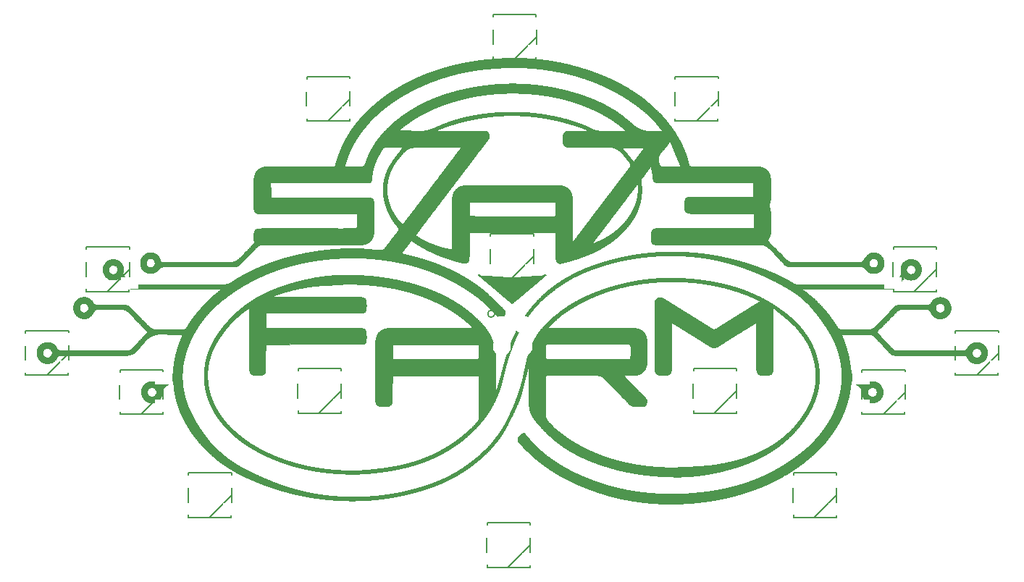
<source format=gto>
G04 #@! TF.FileFunction,Legend,Top*
%FSLAX46Y46*%
G04 Gerber Fmt 4.6, Leading zero omitted, Abs format (unit mm)*
G04 Created by KiCad (PCBNEW 4.0.7) date 06/01/18 20:23:33*
%MOMM*%
%LPD*%
G01*
G04 APERTURE LIST*
%ADD10C,0.100000*%
%ADD11C,0.203200*%
%ADD12C,0.010000*%
%ADD13C,0.150000*%
%ADD14R,2.051000X1.398220*%
%ADD15C,2.600000*%
%ADD16C,2.100000*%
%ADD17O,2.100000X2.100000*%
G04 APERTURE END LIST*
D10*
D11*
X149148800Y-111810800D02*
X149148800Y-111556800D01*
X149148800Y-111556800D02*
X149199600Y-111556800D01*
X149199600Y-111556800D02*
X149199600Y-111561880D01*
X149199600Y-111561880D02*
X154147520Y-111561880D01*
X154147520Y-111561880D02*
X154147520Y-111793020D01*
X149131020Y-116492020D02*
X149131020Y-116761260D01*
X149131020Y-116761260D02*
X149181820Y-116761260D01*
X149181820Y-116761260D02*
X149181820Y-116766340D01*
X149181820Y-116766340D02*
X154144980Y-116766340D01*
X154144980Y-116766340D02*
X154144980Y-116540280D01*
X149098000Y-115062000D02*
X149098000Y-113360200D01*
X154178000Y-113309400D02*
X154178000Y-114173000D01*
X154178000Y-114173000D02*
X154178000Y-115036600D01*
X154178000Y-114173000D02*
X151638000Y-116713000D01*
X171119800Y-59613800D02*
X171119800Y-59359800D01*
X171119800Y-59359800D02*
X171170600Y-59359800D01*
X171170600Y-59359800D02*
X171170600Y-59364880D01*
X171170600Y-59364880D02*
X176118520Y-59364880D01*
X176118520Y-59364880D02*
X176118520Y-59596020D01*
X171102020Y-64295020D02*
X171102020Y-64564260D01*
X171102020Y-64564260D02*
X171152820Y-64564260D01*
X171152820Y-64564260D02*
X171152820Y-64569340D01*
X171152820Y-64569340D02*
X176115980Y-64569340D01*
X176115980Y-64569340D02*
X176115980Y-64343280D01*
X171069000Y-62865000D02*
X171069000Y-61163200D01*
X176149000Y-61112400D02*
X176149000Y-61976000D01*
X176149000Y-61976000D02*
X176149000Y-62839600D01*
X176149000Y-61976000D02*
X173609000Y-64516000D01*
X149856800Y-52374800D02*
X149856800Y-52120800D01*
X149856800Y-52120800D02*
X149907600Y-52120800D01*
X149907600Y-52120800D02*
X149907600Y-52125880D01*
X149907600Y-52125880D02*
X154855520Y-52125880D01*
X154855520Y-52125880D02*
X154855520Y-52357020D01*
X149839020Y-57056020D02*
X149839020Y-57325260D01*
X149839020Y-57325260D02*
X149889820Y-57325260D01*
X149889820Y-57325260D02*
X149889820Y-57330340D01*
X149889820Y-57330340D02*
X154852980Y-57330340D01*
X154852980Y-57330340D02*
X154852980Y-57104280D01*
X149806000Y-55626000D02*
X149806000Y-53924200D01*
X154886000Y-53873400D02*
X154886000Y-54737000D01*
X154886000Y-54737000D02*
X154886000Y-55600600D01*
X154886000Y-54737000D02*
X152346000Y-57277000D01*
D12*
G36*
X170739485Y-79869031D02*
X170893370Y-79869455D01*
X171048413Y-79870235D01*
X171203194Y-79871358D01*
X171356289Y-79872809D01*
X171506280Y-79874573D01*
X171651744Y-79876635D01*
X171791261Y-79878982D01*
X171923408Y-79881597D01*
X172046766Y-79884467D01*
X172159913Y-79887577D01*
X172261427Y-79890913D01*
X172349889Y-79894459D01*
X172423875Y-79898201D01*
X172467693Y-79901031D01*
X172526149Y-79905700D01*
X172593818Y-79911751D01*
X172663114Y-79918469D01*
X172726452Y-79925141D01*
X172738710Y-79926518D01*
X172787970Y-79931621D01*
X172849671Y-79937226D01*
X172919349Y-79942973D01*
X172992539Y-79948503D01*
X173064777Y-79953457D01*
X173102656Y-79955815D01*
X173230624Y-79963741D01*
X173343248Y-79971363D01*
X173442104Y-79978821D01*
X173528769Y-79986257D01*
X173604820Y-79993811D01*
X173671834Y-80001625D01*
X173731389Y-80009838D01*
X173762661Y-80014763D01*
X173809467Y-80021617D01*
X173868353Y-80028902D01*
X173934501Y-80036099D01*
X174003091Y-80042688D01*
X174069303Y-80048152D01*
X174080056Y-80048937D01*
X174168561Y-80055671D01*
X174243798Y-80062418D01*
X174309419Y-80069642D01*
X174369078Y-80077812D01*
X174426428Y-80087394D01*
X174485121Y-80098855D01*
X174507480Y-80103573D01*
X174549324Y-80111318D01*
X174600990Y-80119060D01*
X174655399Y-80125819D01*
X174697916Y-80130006D01*
X174800343Y-80139077D01*
X174887577Y-80147982D01*
X174961350Y-80156946D01*
X175023393Y-80166197D01*
X175075437Y-80175961D01*
X175109020Y-80183774D01*
X175155777Y-80194266D01*
X175209979Y-80204220D01*
X175262184Y-80211959D01*
X175278297Y-80213841D01*
X175352710Y-80221798D01*
X175412625Y-80228438D01*
X175460390Y-80234099D01*
X175498353Y-80239121D01*
X175528864Y-80243843D01*
X175554270Y-80248604D01*
X175576919Y-80253744D01*
X175599160Y-80259601D01*
X175603548Y-80260827D01*
X175638903Y-80270708D01*
X175667272Y-80278242D01*
X175692367Y-80284104D01*
X175717895Y-80288969D01*
X175747568Y-80293511D01*
X175785094Y-80298404D01*
X175834183Y-80304325D01*
X175858808Y-80307240D01*
X175930217Y-80316943D01*
X175997829Y-80328500D01*
X176056658Y-80341001D01*
X176087054Y-80348975D01*
X176132179Y-80360964D01*
X176180309Y-80371964D01*
X176223636Y-80380252D01*
X176239403Y-80382626D01*
X176282321Y-80388283D01*
X176331577Y-80394788D01*
X176376731Y-80400762D01*
X176377990Y-80400929D01*
X176422312Y-80408652D01*
X176472366Y-80420163D01*
X176518101Y-80433122D01*
X176522629Y-80434600D01*
X176561892Y-80445713D01*
X176612542Y-80457213D01*
X176669108Y-80467956D01*
X176722862Y-80476357D01*
X176798436Y-80488531D01*
X176865704Y-80502810D01*
X176920546Y-80518309D01*
X176924815Y-80519762D01*
X176966568Y-80532205D01*
X177018646Y-80544704D01*
X177074514Y-80555790D01*
X177111950Y-80561861D01*
X177158989Y-80569486D01*
X177204789Y-80578341D01*
X177244241Y-80587353D01*
X177272239Y-80595445D01*
X177273188Y-80595786D01*
X177309802Y-80608831D01*
X177339569Y-80618526D01*
X177367392Y-80626085D01*
X177398173Y-80632719D01*
X177436812Y-80639642D01*
X177477390Y-80646319D01*
X177523638Y-80654773D01*
X177569340Y-80664803D01*
X177608855Y-80675076D01*
X177633971Y-80683240D01*
X177664842Y-80695082D01*
X177688432Y-80703584D01*
X177709256Y-80709908D01*
X177731827Y-80715218D01*
X177760660Y-80720676D01*
X177800269Y-80727446D01*
X177815431Y-80729991D01*
X177862686Y-80739262D01*
X177911300Y-80751039D01*
X177954585Y-80763595D01*
X177978529Y-80772082D01*
X178013757Y-80784156D01*
X178059144Y-80796840D01*
X178108086Y-80808400D01*
X178142529Y-80815177D01*
X178191933Y-80825264D01*
X178240064Y-80837504D01*
X178280893Y-80850275D01*
X178298775Y-80857252D01*
X178330830Y-80869061D01*
X178373300Y-80881644D01*
X178419862Y-80893238D01*
X178451632Y-80899846D01*
X178497396Y-80909730D01*
X178543615Y-80921892D01*
X178583921Y-80934551D01*
X178605190Y-80942748D01*
X178638745Y-80955237D01*
X178682025Y-80968272D01*
X178728025Y-80979837D01*
X178750684Y-80984600D01*
X178794983Y-80994642D01*
X178839859Y-81007308D01*
X178878466Y-81020567D01*
X178894043Y-81027138D01*
X178926834Y-81039990D01*
X178969369Y-81053216D01*
X179014643Y-81064740D01*
X179035637Y-81069123D01*
X179081606Y-81079546D01*
X179127845Y-81092832D01*
X179167191Y-81106840D01*
X179178840Y-81111905D01*
X179213673Y-81125840D01*
X179257341Y-81139947D01*
X179301963Y-81151751D01*
X179314652Y-81154535D01*
X179357285Y-81164968D01*
X179400721Y-81178294D01*
X179437433Y-81192129D01*
X179446731Y-81196372D01*
X179479100Y-81209677D01*
X179520949Y-81223484D01*
X179565059Y-81235499D01*
X179581682Y-81239282D01*
X179623868Y-81249783D01*
X179665886Y-81262851D01*
X179700916Y-81276275D01*
X179711982Y-81281529D01*
X179742688Y-81294824D01*
X179782822Y-81308542D01*
X179825120Y-81320277D01*
X179837613Y-81323153D01*
X179879351Y-81333884D01*
X179921424Y-81347489D01*
X179956441Y-81361502D01*
X179964571Y-81365472D01*
X179995640Y-81378950D01*
X180036227Y-81392871D01*
X180079157Y-81404859D01*
X180093618Y-81408204D01*
X180133523Y-81418265D01*
X180171599Y-81430327D01*
X180201714Y-81442360D01*
X180210538Y-81446930D01*
X180234803Y-81458250D01*
X180269927Y-81471090D01*
X180310209Y-81483469D01*
X180332798Y-81489436D01*
X180375581Y-81501381D01*
X180418405Y-81515661D01*
X180454594Y-81529963D01*
X180467883Y-81536278D01*
X180500765Y-81550703D01*
X180542125Y-81565131D01*
X180583754Y-81576741D01*
X180589234Y-81578002D01*
X180629198Y-81588763D01*
X180669072Y-81602555D01*
X180701215Y-81616685D01*
X180705406Y-81618953D01*
X180734826Y-81632630D01*
X180773684Y-81646806D01*
X180814771Y-81658920D01*
X180825231Y-81661487D01*
X180865441Y-81672535D01*
X180905116Y-81686238D01*
X180937176Y-81700081D01*
X180943725Y-81703584D01*
X180976720Y-81719730D01*
X181012511Y-81733303D01*
X181028873Y-81737938D01*
X181099996Y-81756996D01*
X181154320Y-81777025D01*
X181185454Y-81793577D01*
X181207817Y-81804728D01*
X181240531Y-81816995D01*
X181277361Y-81828100D01*
X181285930Y-81830292D01*
X181325479Y-81841779D01*
X181364888Y-81856111D01*
X181396508Y-81870463D01*
X181400192Y-81872492D01*
X181429937Y-81886676D01*
X181468614Y-81901384D01*
X181508567Y-81913747D01*
X181514245Y-81915234D01*
X181553762Y-81926963D01*
X181593201Y-81941414D01*
X181624887Y-81955736D01*
X181628507Y-81957703D01*
X181660138Y-81972903D01*
X181699229Y-81988182D01*
X181733045Y-81998971D01*
X181773545Y-82012372D01*
X181816874Y-82030135D01*
X181847307Y-82045084D01*
X181882505Y-82062161D01*
X181920169Y-82076952D01*
X181947200Y-82084982D01*
X181980733Y-82094584D01*
X182013413Y-82107061D01*
X182026599Y-82113441D01*
X182052355Y-82127494D01*
X182075408Y-82140106D01*
X182079881Y-82142561D01*
X182098140Y-82150376D01*
X182126766Y-82160278D01*
X182159719Y-82170186D01*
X182161295Y-82170623D01*
X182198141Y-82182773D01*
X182234427Y-82197951D01*
X182260362Y-82211742D01*
X182288524Y-82226539D01*
X182325094Y-82241597D01*
X182360483Y-82253153D01*
X182397727Y-82265573D01*
X182434545Y-82281323D01*
X182461587Y-82296161D01*
X182491360Y-82312659D01*
X182528449Y-82328874D01*
X182557086Y-82338846D01*
X182591933Y-82351165D01*
X182625402Y-82366177D01*
X182646419Y-82378203D01*
X182671456Y-82392190D01*
X182705514Y-82407212D01*
X182741237Y-82420025D01*
X182741367Y-82420066D01*
X182778855Y-82433646D01*
X182816353Y-82450318D01*
X182844367Y-82465658D01*
X182873732Y-82481588D01*
X182911366Y-82498101D01*
X182949127Y-82511625D01*
X182949171Y-82511638D01*
X182983867Y-82524143D01*
X183015531Y-82538652D01*
X183037772Y-82552205D01*
X183039111Y-82553292D01*
X183061073Y-82567333D01*
X183092221Y-82581982D01*
X183121437Y-82592616D01*
X183155339Y-82605069D01*
X183187065Y-82620024D01*
X183206776Y-82632185D01*
X183229407Y-82646245D01*
X183261419Y-82662244D01*
X183296108Y-82676847D01*
X183298053Y-82677578D01*
X183332078Y-82691860D01*
X183363207Y-82707654D01*
X183385080Y-82721711D01*
X183386180Y-82722613D01*
X183407907Y-82736363D01*
X183439039Y-82750730D01*
X183469898Y-82761656D01*
X183504641Y-82774298D01*
X183537573Y-82790086D01*
X183558931Y-82803709D01*
X183584116Y-82819796D01*
X183617516Y-82836151D01*
X183644992Y-82846794D01*
X183677405Y-82859428D01*
X183706696Y-82873981D01*
X183723980Y-82885388D01*
X183743876Y-82898661D01*
X183773527Y-82914482D01*
X183806786Y-82929592D01*
X183809371Y-82930653D01*
X183841491Y-82944961D01*
X183869391Y-82959578D01*
X183887564Y-82971587D01*
X183888800Y-82972687D01*
X183905473Y-82984249D01*
X183932484Y-82998809D01*
X183964321Y-83013424D01*
X183967963Y-83014943D01*
X184002759Y-83030847D01*
X184035935Y-83048608D01*
X184060430Y-83064441D01*
X184060838Y-83064754D01*
X184089447Y-83083275D01*
X184122678Y-83099970D01*
X184133322Y-83104235D01*
X184162731Y-83117285D01*
X184189394Y-83132856D01*
X184197520Y-83138938D01*
X184216640Y-83152014D01*
X184245663Y-83168468D01*
X184278891Y-83185107D01*
X184284947Y-83187906D01*
X184315226Y-83202526D01*
X184339389Y-83215719D01*
X184353321Y-83225190D01*
X184354865Y-83226920D01*
X184365012Y-83235156D01*
X184386339Y-83247988D01*
X184414649Y-83262934D01*
X184421208Y-83266167D01*
X184452487Y-83282377D01*
X184479608Y-83298182D01*
X184497323Y-83310495D01*
X184498773Y-83311783D01*
X184515702Y-83323819D01*
X184542088Y-83338561D01*
X184566845Y-83350378D01*
X184597300Y-83365458D01*
X184624376Y-83381760D01*
X184639009Y-83392980D01*
X184658156Y-83407514D01*
X184686133Y-83424667D01*
X184711355Y-83437955D01*
X184742613Y-83454545D01*
X184771591Y-83472337D01*
X184788245Y-83484487D01*
X184813044Y-83501940D01*
X184842925Y-83518572D01*
X184851321Y-83522452D01*
X184881882Y-83538419D01*
X184913149Y-83558752D01*
X184921513Y-83565117D01*
X184948570Y-83582197D01*
X184984520Y-83598830D01*
X185014615Y-83609382D01*
X185055801Y-83622030D01*
X185100995Y-83636670D01*
X185132252Y-83647301D01*
X185178170Y-83659955D01*
X185235208Y-83670209D01*
X185284601Y-83675924D01*
X185299713Y-83676509D01*
X185331189Y-83677070D01*
X185378463Y-83677607D01*
X185440971Y-83678120D01*
X185518149Y-83678609D01*
X185609433Y-83679074D01*
X185714257Y-83679515D01*
X185832058Y-83679931D01*
X185962271Y-83680323D01*
X186104331Y-83680691D01*
X186257674Y-83681034D01*
X186421736Y-83681353D01*
X186595952Y-83681648D01*
X186779758Y-83681918D01*
X186972588Y-83682163D01*
X187173880Y-83682383D01*
X187383067Y-83682579D01*
X187599587Y-83682750D01*
X187822873Y-83682897D01*
X188052363Y-83683018D01*
X188287490Y-83683114D01*
X188527692Y-83683186D01*
X188772403Y-83683232D01*
X189021059Y-83683253D01*
X189273096Y-83683250D01*
X189527948Y-83683220D01*
X189785053Y-83683166D01*
X190043844Y-83683086D01*
X190303758Y-83682981D01*
X190564230Y-83682851D01*
X190824695Y-83682695D01*
X191084590Y-83682513D01*
X191343350Y-83682306D01*
X191600410Y-83682074D01*
X191855206Y-83681815D01*
X192107173Y-83681531D01*
X192355747Y-83681221D01*
X192600364Y-83680885D01*
X192840458Y-83680524D01*
X193075467Y-83680136D01*
X193304824Y-83679722D01*
X193527965Y-83679282D01*
X193744327Y-83678816D01*
X193953344Y-83678324D01*
X194154453Y-83677806D01*
X194347088Y-83677261D01*
X194494851Y-83676806D01*
X196170692Y-83671440D01*
X196234171Y-83644905D01*
X196272226Y-83630390D01*
X196311977Y-83617433D01*
X196345069Y-83608748D01*
X196346206Y-83608514D01*
X196391065Y-83594189D01*
X196433905Y-83571685D01*
X196437124Y-83569519D01*
X196469977Y-83549547D01*
X196506622Y-83531036D01*
X196524711Y-83523459D01*
X196554162Y-83509876D01*
X196579925Y-83493681D01*
X196590374Y-83484616D01*
X196609075Y-83468925D01*
X196636484Y-83450837D01*
X196659768Y-83437884D01*
X196688924Y-83421198D01*
X196714300Y-83403389D01*
X196727478Y-83391373D01*
X196746560Y-83373614D01*
X196772260Y-83354730D01*
X196782205Y-83348517D01*
X196803015Y-83335010D01*
X196816004Y-83324141D01*
X196818176Y-83320531D01*
X196823849Y-83312726D01*
X196839712Y-83294768D01*
X196864030Y-83268519D01*
X196895069Y-83235841D01*
X196931096Y-83198596D01*
X196944476Y-83184914D01*
X196983029Y-83145548D01*
X197018431Y-83109296D01*
X197048646Y-83078251D01*
X197071641Y-83054505D01*
X197085380Y-83040150D01*
X197087304Y-83038084D01*
X197100472Y-83024558D01*
X197122364Y-83002947D01*
X197149383Y-82976776D01*
X197166098Y-82960792D01*
X197237368Y-82889998D01*
X197300159Y-82821563D01*
X197353168Y-82757101D01*
X197395094Y-82698229D01*
X197424635Y-82646564D01*
X197431377Y-82631532D01*
X197446907Y-82597396D01*
X197465205Y-82561895D01*
X197472278Y-82549468D01*
X197490811Y-82506444D01*
X197504538Y-82449112D01*
X197513386Y-82379418D01*
X197517280Y-82299306D01*
X197516146Y-82210722D01*
X197509912Y-82115611D01*
X197498503Y-82015917D01*
X197493725Y-81983218D01*
X197490981Y-81957827D01*
X198121976Y-81957827D01*
X198122201Y-81998494D01*
X198123866Y-82027912D01*
X198128152Y-82051759D01*
X198136242Y-82075712D01*
X198149318Y-82105447D01*
X198155464Y-82118640D01*
X198170252Y-82151573D01*
X198181755Y-82179736D01*
X198188317Y-82198950D01*
X198189228Y-82203888D01*
X198194969Y-82216983D01*
X198210453Y-82238979D01*
X198233234Y-82267034D01*
X198260863Y-82298305D01*
X198290893Y-82329948D01*
X198320877Y-82359123D01*
X198330164Y-82367564D01*
X198360881Y-82390126D01*
X198403501Y-82414886D01*
X198453574Y-82439668D01*
X198506651Y-82462295D01*
X198558281Y-82480590D01*
X198565960Y-82482925D01*
X198602633Y-82488634D01*
X198649838Y-82488519D01*
X198702418Y-82483111D01*
X198755216Y-82472940D01*
X198802948Y-82458583D01*
X198840446Y-82444677D01*
X198877582Y-82431089D01*
X198907208Y-82420430D01*
X198910884Y-82419133D01*
X198938347Y-82404666D01*
X198972049Y-82379817D01*
X199008593Y-82347934D01*
X199044580Y-82312364D01*
X199076614Y-82276456D01*
X199101296Y-82243558D01*
X199114853Y-82218112D01*
X199123654Y-82193726D01*
X199136148Y-82159428D01*
X199150158Y-82121188D01*
X199155765Y-82105944D01*
X199168503Y-82069847D01*
X199176644Y-82040962D01*
X199181163Y-82013284D01*
X199183035Y-81980806D01*
X199183233Y-81937521D01*
X199183228Y-81936667D01*
X199182259Y-81890514D01*
X199179570Y-81856285D01*
X199174462Y-81829007D01*
X199166235Y-81803708D01*
X199163569Y-81797014D01*
X199150281Y-81763295D01*
X199135283Y-81723365D01*
X199124428Y-81693229D01*
X199100411Y-81642713D01*
X199065364Y-81592140D01*
X199023290Y-81546122D01*
X198978191Y-81509274D01*
X198951065Y-81493349D01*
X198917523Y-81476229D01*
X198883047Y-81457566D01*
X198866427Y-81448058D01*
X198829334Y-81429817D01*
X198788060Y-81417436D01*
X198738875Y-81410192D01*
X198678050Y-81407366D01*
X198655414Y-81407277D01*
X198595504Y-81409523D01*
X198541934Y-81415411D01*
X198497629Y-81424412D01*
X198465516Y-81435996D01*
X198453516Y-81443790D01*
X198439643Y-81453201D01*
X198414892Y-81467475D01*
X198383638Y-81484138D01*
X198369176Y-81491478D01*
X198338642Y-81507433D01*
X198314884Y-81521183D01*
X198301284Y-81530703D01*
X198299349Y-81533287D01*
X198294028Y-81542356D01*
X198279868Y-81560418D01*
X198259575Y-81584082D01*
X198252270Y-81592237D01*
X198222205Y-81628943D01*
X198199973Y-81665791D01*
X198180766Y-81710844D01*
X198179492Y-81714290D01*
X198165393Y-81752616D01*
X198151282Y-81790819D01*
X198139798Y-81821756D01*
X198137977Y-81826637D01*
X198129431Y-81856164D01*
X198124343Y-81891800D01*
X198122158Y-81938084D01*
X198121976Y-81957827D01*
X197490981Y-81957827D01*
X197487975Y-81930027D01*
X197485570Y-81869834D01*
X197486213Y-81805102D01*
X197489609Y-81738296D01*
X197495460Y-81671879D01*
X197503471Y-81608316D01*
X197513345Y-81550070D01*
X197524784Y-81499605D01*
X197537494Y-81459385D01*
X197551178Y-81431874D01*
X197561317Y-81421410D01*
X197568367Y-81411350D01*
X197578989Y-81389726D01*
X197591062Y-81360914D01*
X197592872Y-81356229D01*
X197609367Y-81319972D01*
X197629959Y-81284123D01*
X197648606Y-81258436D01*
X197666252Y-81236702D01*
X197678187Y-81219427D01*
X197681488Y-81211887D01*
X197687114Y-81201541D01*
X197702146Y-81182517D01*
X197723815Y-81157898D01*
X197749351Y-81130765D01*
X197775986Y-81104202D01*
X197790266Y-81090800D01*
X197813233Y-81069327D01*
X197840122Y-81043502D01*
X197853745Y-81030151D01*
X197881464Y-81005789D01*
X197912468Y-80982909D01*
X197926950Y-80973898D01*
X197952631Y-80957710D01*
X197974201Y-80941259D01*
X197981001Y-80934756D01*
X197997807Y-80921959D01*
X198023891Y-80907967D01*
X198043005Y-80899898D01*
X198075467Y-80885298D01*
X198106832Y-80867310D01*
X198120144Y-80857849D01*
X198148707Y-80840550D01*
X198188246Y-80824097D01*
X198217728Y-80814895D01*
X198259576Y-80802254D01*
X198304541Y-80786778D01*
X198341645Y-80772324D01*
X198384383Y-80757212D01*
X198433993Y-80745789D01*
X198492777Y-80737764D01*
X198563036Y-80732850D01*
X198647075Y-80730758D01*
X198674369Y-80730639D01*
X198752338Y-80731780D01*
X198817167Y-80735656D01*
X198872497Y-80742801D01*
X198921972Y-80753748D01*
X198969236Y-80769034D01*
X198989153Y-80776814D01*
X199027476Y-80791434D01*
X199066718Y-80804747D01*
X199099285Y-80814203D01*
X199103414Y-80815198D01*
X199152763Y-80829418D01*
X199187114Y-80846118D01*
X199205031Y-80861819D01*
X199218485Y-80872428D01*
X199242170Y-80886356D01*
X199267893Y-80899137D01*
X199302309Y-80917228D01*
X199336874Y-80939137D01*
X199356450Y-80953897D01*
X199380036Y-80972884D01*
X199400788Y-80988129D01*
X199410113Y-80994019D01*
X199428234Y-81007310D01*
X199454186Y-81030986D01*
X199485317Y-81062140D01*
X199518977Y-81097865D01*
X199552514Y-81135256D01*
X199583276Y-81171404D01*
X199608613Y-81203403D01*
X199625873Y-81228346D01*
X199629157Y-81234168D01*
X199646065Y-81263021D01*
X199666575Y-81293058D01*
X199672110Y-81300322D01*
X199689581Y-81326746D01*
X199707383Y-81360302D01*
X199717198Y-81382680D01*
X199730774Y-81414006D01*
X199745367Y-81442674D01*
X199754615Y-81457736D01*
X199778983Y-81503524D01*
X199796253Y-81561089D01*
X199800907Y-81586937D01*
X199805800Y-81612165D01*
X199814214Y-81647968D01*
X199824782Y-81688714D01*
X199831787Y-81713894D01*
X199848419Y-81783242D01*
X199859382Y-81852787D01*
X199861990Y-81881652D01*
X199863160Y-81922307D01*
X199862181Y-81968391D01*
X199859399Y-82015853D01*
X199855161Y-82060643D01*
X199849812Y-82098711D01*
X199843701Y-82126007D01*
X199840341Y-82134590D01*
X199835928Y-82147505D01*
X199828809Y-82173562D01*
X199819857Y-82209356D01*
X199809943Y-82251483D01*
X199806607Y-82266209D01*
X199793073Y-82322678D01*
X199780947Y-82364529D01*
X199769515Y-82393936D01*
X199758842Y-82412077D01*
X199744739Y-82434733D01*
X199728968Y-82466277D01*
X199716183Y-82496751D01*
X199701520Y-82530248D01*
X199684418Y-82561443D01*
X199670120Y-82581637D01*
X199650620Y-82606588D01*
X199633857Y-82632455D01*
X199631300Y-82637165D01*
X199614025Y-82664258D01*
X199586943Y-82699098D01*
X199552657Y-82739001D01*
X199513768Y-82781285D01*
X199472875Y-82823264D01*
X199432581Y-82862256D01*
X199395487Y-82895577D01*
X199364192Y-82920544D01*
X199344634Y-82932926D01*
X199316300Y-82949872D01*
X199289635Y-82969977D01*
X199285387Y-82973800D01*
X199264055Y-82989229D01*
X199233537Y-83005844D01*
X199203773Y-83018718D01*
X199169273Y-83033065D01*
X199135913Y-83049287D01*
X199114180Y-83061840D01*
X199079602Y-83078551D01*
X199032714Y-83092040D01*
X199013821Y-83095791D01*
X198922961Y-83111516D01*
X198846226Y-83123811D01*
X198781196Y-83132819D01*
X198725449Y-83138685D01*
X198676566Y-83141553D01*
X198632127Y-83141569D01*
X198589709Y-83138878D01*
X198546894Y-83133623D01*
X198503261Y-83126318D01*
X198455387Y-83117938D01*
X198403378Y-83109473D01*
X198355731Y-83102286D01*
X198338262Y-83099869D01*
X198286083Y-83090671D01*
X198243357Y-83077382D01*
X198210644Y-83062138D01*
X198172786Y-83044207D01*
X198129683Y-83026900D01*
X198101068Y-83017216D01*
X198066365Y-83004950D01*
X198033339Y-82990214D01*
X198012052Y-82978048D01*
X197977079Y-82960657D01*
X197937527Y-82951002D01*
X197894713Y-82945932D01*
X197622912Y-83219973D01*
X197550284Y-83293189D01*
X197488361Y-83355628D01*
X197435949Y-83408553D01*
X197391853Y-83453227D01*
X197354879Y-83490913D01*
X197323834Y-83522874D01*
X197297521Y-83550373D01*
X197274748Y-83574672D01*
X197254320Y-83597035D01*
X197235042Y-83618725D01*
X197215721Y-83641004D01*
X197195162Y-83665135D01*
X197172170Y-83692382D01*
X197145552Y-83724006D01*
X197139802Y-83730832D01*
X197102112Y-83775346D01*
X197065726Y-83817921D01*
X197032640Y-83856257D01*
X197004846Y-83888052D01*
X196984340Y-83911008D01*
X196974546Y-83921439D01*
X196920319Y-83972904D01*
X196872553Y-84012203D01*
X196836040Y-84037079D01*
X196805870Y-84056051D01*
X196776994Y-84075013D01*
X196760411Y-84086488D01*
X196735148Y-84101011D01*
X196703181Y-84114661D01*
X196687997Y-84119682D01*
X196654395Y-84131460D01*
X196617120Y-84147434D01*
X196597644Y-84157090D01*
X196572996Y-84169655D01*
X196551066Y-84178880D01*
X196527863Y-84185738D01*
X196499394Y-84191199D01*
X196461667Y-84196235D01*
X196416144Y-84201243D01*
X196402573Y-84201932D01*
X196375173Y-84202590D01*
X196333819Y-84203216D01*
X196278389Y-84203810D01*
X196208759Y-84204374D01*
X196124807Y-84204906D01*
X196026410Y-84205407D01*
X195913444Y-84205878D01*
X195785786Y-84206319D01*
X195643313Y-84206729D01*
X195485903Y-84207109D01*
X195313431Y-84207459D01*
X195125775Y-84207779D01*
X194922813Y-84208070D01*
X194704420Y-84208332D01*
X194470473Y-84208564D01*
X194220851Y-84208767D01*
X193955429Y-84208942D01*
X193674084Y-84209088D01*
X193376694Y-84209206D01*
X193063135Y-84209295D01*
X192733284Y-84209357D01*
X192387019Y-84209391D01*
X192024215Y-84209397D01*
X191644750Y-84209375D01*
X191248502Y-84209327D01*
X191180960Y-84209316D01*
X186030415Y-84208474D01*
X186012270Y-84227885D01*
X185999309Y-84247845D01*
X185987558Y-84275818D01*
X185983735Y-84288763D01*
X185978904Y-84312152D01*
X185979825Y-84328852D01*
X185988871Y-84341458D01*
X186008416Y-84352565D01*
X186040833Y-84364766D01*
X186058804Y-84370824D01*
X186093068Y-84384919D01*
X186125372Y-84402665D01*
X186144322Y-84416535D01*
X186172004Y-84438159D01*
X186202953Y-84457938D01*
X186210579Y-84462034D01*
X186234095Y-84476482D01*
X186251462Y-84491674D01*
X186255297Y-84496980D01*
X186268264Y-84511203D01*
X186289882Y-84526532D01*
X186298281Y-84531175D01*
X186326583Y-84548227D01*
X186355843Y-84569681D01*
X186363593Y-84576218D01*
X186390989Y-84598151D01*
X186420871Y-84618866D01*
X186428806Y-84623718D01*
X186457525Y-84642851D01*
X186486347Y-84665531D01*
X186492285Y-84670818D01*
X186518975Y-84692988D01*
X186549365Y-84714911D01*
X186557880Y-84720393D01*
X186578608Y-84734731D01*
X186591608Y-84746638D01*
X186593851Y-84750882D01*
X186600406Y-84759815D01*
X186617145Y-84773535D01*
X186629822Y-84782201D01*
X186658879Y-84802443D01*
X186689735Y-84826264D01*
X186700449Y-84835220D01*
X186732898Y-84862370D01*
X186772999Y-84894661D01*
X186814698Y-84927302D01*
X186851939Y-84955502D01*
X186859134Y-84960780D01*
X186880968Y-84977640D01*
X186907874Y-84999705D01*
X186923941Y-85013437D01*
X186949363Y-85035544D01*
X186981237Y-85063179D01*
X187013191Y-85090820D01*
X187017043Y-85094146D01*
X187067570Y-85137884D01*
X187107140Y-85172425D01*
X187137710Y-85199516D01*
X187161236Y-85220905D01*
X187179675Y-85238340D01*
X187190948Y-85249474D01*
X187212933Y-85270105D01*
X187233954Y-85287483D01*
X187239999Y-85291793D01*
X187261789Y-85308244D01*
X187294105Y-85335498D01*
X187335619Y-85372273D01*
X187385005Y-85417287D01*
X187440936Y-85469258D01*
X187502087Y-85526901D01*
X187567130Y-85588935D01*
X187634739Y-85654078D01*
X187703588Y-85721046D01*
X187772349Y-85788556D01*
X187839696Y-85855328D01*
X187904304Y-85920076D01*
X187964844Y-85981520D01*
X188019991Y-86038376D01*
X188068419Y-86089362D01*
X188098674Y-86122039D01*
X188135207Y-86162038D01*
X188171929Y-86202221D01*
X188205536Y-86238973D01*
X188232724Y-86268680D01*
X188243061Y-86279962D01*
X188272924Y-86312821D01*
X188305288Y-86348876D01*
X188333151Y-86380326D01*
X188333171Y-86380349D01*
X188361312Y-86412263D01*
X188391965Y-86446755D01*
X188414675Y-86472109D01*
X188440082Y-86500521D01*
X188470412Y-86534737D01*
X188499485Y-86567781D01*
X188501972Y-86570623D01*
X188529826Y-86602362D01*
X188558772Y-86635170D01*
X188583067Y-86662539D01*
X188585514Y-86665278D01*
X188609426Y-86692696D01*
X188637650Y-86726008D01*
X188663261Y-86757010D01*
X188688651Y-86787972D01*
X188714685Y-86819258D01*
X188735765Y-86844141D01*
X188735926Y-86844326D01*
X188757943Y-86870749D01*
X188783555Y-86902716D01*
X188801698Y-86926104D01*
X188825529Y-86957407D01*
X188850427Y-86990095D01*
X188866162Y-87010742D01*
X188888008Y-87037836D01*
X188910841Y-87063818D01*
X188920819Y-87074221D01*
X188940675Y-87096772D01*
X188962208Y-87125410D01*
X188971825Y-87139816D01*
X188987023Y-87161824D01*
X188999601Y-87176427D01*
X189005135Y-87180019D01*
X189013389Y-87186698D01*
X189026897Y-87204067D01*
X189040272Y-87224455D01*
X189060710Y-87255229D01*
X189083377Y-87285591D01*
X189095646Y-87300248D01*
X189117083Y-87327360D01*
X189136471Y-87357049D01*
X189141129Y-87365560D01*
X189155471Y-87388535D01*
X189170576Y-87405276D01*
X189175086Y-87408416D01*
X189189137Y-87420833D01*
X189205691Y-87442098D01*
X189213011Y-87453648D01*
X189230735Y-87480276D01*
X189250000Y-87504063D01*
X189256434Y-87510624D01*
X189273471Y-87530633D01*
X189291545Y-87557940D01*
X189299184Y-87571776D01*
X189317446Y-87602884D01*
X189339218Y-87633641D01*
X189347538Y-87643719D01*
X189369331Y-87671043D01*
X189389786Y-87700776D01*
X189394632Y-87708801D01*
X189410112Y-87732075D01*
X189425676Y-87750029D01*
X189430192Y-87753796D01*
X189443887Y-87768176D01*
X189459138Y-87790897D01*
X189464417Y-87800555D01*
X189481619Y-87829521D01*
X189503215Y-87859839D01*
X189510815Y-87869183D01*
X189532381Y-87897986D01*
X189552282Y-87930190D01*
X189557507Y-87940240D01*
X189572894Y-87966891D01*
X189590146Y-87989595D01*
X189596476Y-87995895D01*
X189612575Y-88014110D01*
X189629959Y-88040090D01*
X189637429Y-88053599D01*
X189654692Y-88083436D01*
X189674469Y-88112003D01*
X189682021Y-88121310D01*
X189700397Y-88145786D01*
X189719552Y-88176434D01*
X189727673Y-88191449D01*
X189743262Y-88218679D01*
X189759646Y-88241806D01*
X189767793Y-88250696D01*
X189782363Y-88268003D01*
X189799006Y-88293649D01*
X189807913Y-88309943D01*
X189825257Y-88340313D01*
X189845047Y-88369395D01*
X189854027Y-88380608D01*
X189872231Y-88405519D01*
X189890570Y-88436847D01*
X189898238Y-88452550D01*
X189912679Y-88480341D01*
X189928367Y-88503814D01*
X189936602Y-88512953D01*
X189950258Y-88529346D01*
X189966878Y-88555188D01*
X189980693Y-88580664D01*
X189996979Y-88610755D01*
X190013870Y-88637549D01*
X190025559Y-88652728D01*
X190041663Y-88673689D01*
X190058536Y-88700973D01*
X190063748Y-88710799D01*
X190077374Y-88732344D01*
X190098166Y-88758833D01*
X190123112Y-88787129D01*
X190149202Y-88814098D01*
X190173425Y-88836603D01*
X190192772Y-88851508D01*
X190203011Y-88855861D01*
X190215904Y-88860719D01*
X190236747Y-88873284D01*
X190254867Y-88886230D01*
X190263783Y-88893441D01*
X190271310Y-88900039D01*
X190278199Y-88906050D01*
X190285198Y-88911501D01*
X190293057Y-88916417D01*
X190302524Y-88920825D01*
X190314350Y-88924751D01*
X190329283Y-88928221D01*
X190348073Y-88931262D01*
X190371469Y-88933899D01*
X190400219Y-88936160D01*
X190435075Y-88938069D01*
X190476784Y-88939654D01*
X190526096Y-88940940D01*
X190583761Y-88941954D01*
X190650527Y-88942723D01*
X190727144Y-88943271D01*
X190814361Y-88943625D01*
X190912928Y-88943813D01*
X191023593Y-88943859D01*
X191147107Y-88943790D01*
X191284217Y-88943632D01*
X191435674Y-88943412D01*
X191602227Y-88943156D01*
X191784625Y-88942889D01*
X191871059Y-88942774D01*
X192034714Y-88942528D01*
X192196877Y-88942212D01*
X192356457Y-88941831D01*
X192512364Y-88941391D01*
X192663507Y-88940897D01*
X192808796Y-88940354D01*
X192947140Y-88939768D01*
X193077449Y-88939143D01*
X193198631Y-88938486D01*
X193309597Y-88937801D01*
X193409256Y-88937093D01*
X193496518Y-88936369D01*
X193570291Y-88935632D01*
X193629486Y-88934889D01*
X193673012Y-88934145D01*
X193678253Y-88934031D01*
X193978883Y-88927213D01*
X194038771Y-88896221D01*
X194073715Y-88879538D01*
X194109000Y-88864962D01*
X194137289Y-88855509D01*
X194138531Y-88855189D01*
X194168037Y-88844090D01*
X194194361Y-88828259D01*
X194201267Y-88822284D01*
X194223391Y-88802934D01*
X194250389Y-88782844D01*
X194257925Y-88777853D01*
X194273948Y-88766650D01*
X194293845Y-88750837D01*
X194318473Y-88729594D01*
X194348689Y-88702101D01*
X194385350Y-88667536D01*
X194429311Y-88625080D01*
X194481429Y-88573912D01*
X194542562Y-88513213D01*
X194613565Y-88442160D01*
X194695295Y-88359936D01*
X194714288Y-88340782D01*
X194776688Y-88277840D01*
X194848411Y-88205510D01*
X194926852Y-88126417D01*
X195009407Y-88043186D01*
X195093473Y-87958443D01*
X195176445Y-87874811D01*
X195255721Y-87794917D01*
X195320076Y-87730069D01*
X195437568Y-87611505D01*
X195554657Y-87492998D01*
X195669718Y-87376204D01*
X195781124Y-87262782D01*
X195887251Y-87154390D01*
X195986471Y-87052687D01*
X196077161Y-86959329D01*
X196157694Y-86875976D01*
X196168838Y-86864395D01*
X196201431Y-86830639D01*
X196230801Y-86800462D01*
X196254530Y-86776331D01*
X196270202Y-86760712D01*
X196274302Y-86756827D01*
X196289626Y-86741878D01*
X196308087Y-86722306D01*
X196310012Y-86720172D01*
X196322419Y-86706761D01*
X196343906Y-86683951D01*
X196371807Y-86654534D01*
X196403456Y-86621304D01*
X196436191Y-86587052D01*
X196467345Y-86554572D01*
X196494254Y-86526656D01*
X196514253Y-86506097D01*
X196515326Y-86505005D01*
X196538803Y-86481154D01*
X196560200Y-86459481D01*
X196582369Y-86437116D01*
X196608162Y-86411183D01*
X196617983Y-86401330D01*
X201541002Y-86401330D01*
X201542823Y-86435869D01*
X201547788Y-86478998D01*
X201555150Y-86526858D01*
X201564160Y-86575592D01*
X201574070Y-86621340D01*
X201584133Y-86660245D01*
X201593601Y-86688449D01*
X201598601Y-86698501D01*
X201642132Y-86761779D01*
X201682807Y-86811796D01*
X201723683Y-86851153D01*
X201767812Y-86882451D01*
X201818251Y-86908291D01*
X201867762Y-86927694D01*
X201908902Y-86941756D01*
X201948286Y-86954348D01*
X201980820Y-86963887D01*
X201998050Y-86968167D01*
X202034436Y-86972544D01*
X202078643Y-86973333D01*
X202124891Y-86970892D01*
X202167398Y-86965575D01*
X202200385Y-86957737D01*
X202206670Y-86955338D01*
X202230235Y-86945910D01*
X202263553Y-86933468D01*
X202300319Y-86920351D01*
X202309056Y-86917328D01*
X202346257Y-86903443D01*
X202374313Y-86889287D01*
X202399608Y-86870851D01*
X202428526Y-86844127D01*
X202433575Y-86839153D01*
X202463188Y-86807521D01*
X202488195Y-86774750D01*
X202512168Y-86735674D01*
X202534926Y-86692601D01*
X202555031Y-86651976D01*
X202568804Y-86620853D01*
X202577883Y-86593804D01*
X202583907Y-86565399D01*
X202588517Y-86530209D01*
X202590928Y-86507144D01*
X202596207Y-86427227D01*
X202595798Y-86352215D01*
X202589992Y-86284521D01*
X202579079Y-86226563D01*
X202563351Y-86180754D01*
X202548624Y-86155894D01*
X202529816Y-86128750D01*
X202513162Y-86099944D01*
X202510826Y-86095204D01*
X202495815Y-86072248D01*
X202471190Y-86043463D01*
X202441055Y-86012939D01*
X202409512Y-85984769D01*
X202380663Y-85963044D01*
X202374355Y-85959100D01*
X202349918Y-85943562D01*
X202324088Y-85925644D01*
X202322028Y-85924132D01*
X202291230Y-85908614D01*
X202247704Y-85896548D01*
X202194742Y-85887940D01*
X202135637Y-85882796D01*
X202073681Y-85881123D01*
X202012165Y-85882925D01*
X201954381Y-85888210D01*
X201903621Y-85896983D01*
X201863177Y-85909251D01*
X201838382Y-85923232D01*
X201820205Y-85936858D01*
X201793118Y-85955481D01*
X201762667Y-85975297D01*
X201759641Y-85977204D01*
X201717862Y-86008811D01*
X201674018Y-86051081D01*
X201632661Y-86099095D01*
X201598346Y-86147936D01*
X201592570Y-86157646D01*
X201579902Y-86186926D01*
X201567473Y-86228125D01*
X201556338Y-86276251D01*
X201547554Y-86326315D01*
X201542175Y-86373328D01*
X201541002Y-86401330D01*
X196617983Y-86401330D01*
X196640432Y-86378811D01*
X196678523Y-86340642D01*
X196714394Y-86305549D01*
X196748434Y-86273775D01*
X196777936Y-86247734D01*
X196800197Y-86229840D01*
X196809712Y-86223610D01*
X196835516Y-86207222D01*
X196858258Y-86188016D01*
X196859643Y-86186567D01*
X196880907Y-86171081D01*
X196915180Y-86154820D01*
X196948513Y-86142787D01*
X196982643Y-86131121D01*
X197012449Y-86119681D01*
X197032703Y-86110507D01*
X197035898Y-86108656D01*
X197054342Y-86099620D01*
X197082057Y-86089082D01*
X197103609Y-86082170D01*
X197110133Y-86080492D01*
X197118279Y-86078953D01*
X197128746Y-86077547D01*
X197142231Y-86076270D01*
X197159433Y-86075117D01*
X197181051Y-86074083D01*
X197207782Y-86073165D01*
X197240326Y-86072357D01*
X197279380Y-86071654D01*
X197325643Y-86071052D01*
X197379812Y-86070547D01*
X197442587Y-86070133D01*
X197514666Y-86069805D01*
X197596747Y-86069560D01*
X197689528Y-86069392D01*
X197793708Y-86069298D01*
X197909985Y-86069271D01*
X198039057Y-86069308D01*
X198181623Y-86069403D01*
X198338381Y-86069553D01*
X198510029Y-86069752D01*
X198697266Y-86069996D01*
X198883354Y-86070255D01*
X199092743Y-86070541D01*
X199285880Y-86070773D01*
X199463441Y-86070943D01*
X199626104Y-86071041D01*
X199774544Y-86071057D01*
X199909437Y-86070984D01*
X200031460Y-86070811D01*
X200141288Y-86070530D01*
X200239599Y-86070131D01*
X200327068Y-86069605D01*
X200404371Y-86068943D01*
X200472184Y-86068136D01*
X200531185Y-86067174D01*
X200582048Y-86066050D01*
X200625451Y-86064752D01*
X200662069Y-86063273D01*
X200692578Y-86061603D01*
X200717656Y-86059732D01*
X200737977Y-86057653D01*
X200754219Y-86055355D01*
X200767057Y-86052829D01*
X200777167Y-86050067D01*
X200785227Y-86047059D01*
X200790737Y-86044424D01*
X200828080Y-86020096D01*
X200869819Y-85985398D01*
X200911782Y-85944550D01*
X200949796Y-85901768D01*
X200979687Y-85861271D01*
X200990784Y-85842225D01*
X201006000Y-85815098D01*
X201020732Y-85793068D01*
X201029617Y-85782978D01*
X201041012Y-85768767D01*
X201055026Y-85744801D01*
X201064969Y-85724290D01*
X201082184Y-85691290D01*
X201103294Y-85658596D01*
X201114731Y-85643884D01*
X201165419Y-85585444D01*
X201206423Y-85539298D01*
X201238621Y-85504511D01*
X201262888Y-85480147D01*
X201280101Y-85465269D01*
X201285358Y-85461673D01*
X201307124Y-85444352D01*
X201322786Y-85426228D01*
X201339769Y-85408506D01*
X201363430Y-85392516D01*
X201367203Y-85390621D01*
X201393737Y-85375248D01*
X201421282Y-85355276D01*
X201427183Y-85350304D01*
X201450569Y-85333645D01*
X201482660Y-85315582D01*
X201513595Y-85301283D01*
X201547765Y-85286095D01*
X201580570Y-85269417D01*
X201602856Y-85256164D01*
X201629852Y-85242324D01*
X201666811Y-85229262D01*
X201700191Y-85220789D01*
X201736423Y-85213035D01*
X201782309Y-85202855D01*
X201831041Y-85191773D01*
X201862628Y-85184430D01*
X201954289Y-85168103D01*
X202047445Y-85161151D01*
X202137359Y-85163624D01*
X202219294Y-85175574D01*
X202239269Y-85180388D01*
X202280513Y-85190465D01*
X202329407Y-85201190D01*
X202376874Y-85210593D01*
X202387386Y-85212495D01*
X202449921Y-85226697D01*
X202500882Y-85245671D01*
X202519096Y-85254926D01*
X202554618Y-85273128D01*
X202593022Y-85290780D01*
X202617775Y-85300887D01*
X202645299Y-85312646D01*
X202667049Y-85324558D01*
X202676012Y-85331699D01*
X202687973Y-85341650D01*
X202710690Y-85357100D01*
X202740106Y-85375353D01*
X202753664Y-85383311D01*
X202783773Y-85401641D01*
X202807931Y-85418153D01*
X202822512Y-85430286D01*
X202824999Y-85433677D01*
X202834167Y-85444770D01*
X202852904Y-85460683D01*
X202868728Y-85472151D01*
X202891910Y-85489173D01*
X202909441Y-85504339D01*
X202915410Y-85511246D01*
X202924780Y-85523263D01*
X202942381Y-85543157D01*
X202964533Y-85566779D01*
X202966193Y-85568500D01*
X203014872Y-85620455D01*
X203052173Y-85664067D01*
X203079907Y-85701603D01*
X203099883Y-85735330D01*
X203100699Y-85736934D01*
X203117027Y-85765077D01*
X203134959Y-85789893D01*
X203143786Y-85799512D01*
X203159164Y-85819637D01*
X203173712Y-85847899D01*
X203179380Y-85862991D01*
X203191103Y-85893091D01*
X203208100Y-85929270D01*
X203225303Y-85961226D01*
X203255820Y-86028389D01*
X203267501Y-86075488D01*
X203274380Y-86110806D01*
X203284170Y-86155005D01*
X203295195Y-86200670D01*
X203300020Y-86219373D01*
X203310896Y-86264438D01*
X203317693Y-86304433D01*
X203321247Y-86346335D01*
X203322400Y-86397122D01*
X203322418Y-86405578D01*
X203322035Y-86439009D01*
X203320604Y-86470616D01*
X203317731Y-86502841D01*
X203313020Y-86538122D01*
X203306077Y-86578899D01*
X203296506Y-86627611D01*
X203283914Y-86686699D01*
X203267904Y-86758601D01*
X203258717Y-86799146D01*
X203248711Y-86829797D01*
X203233445Y-86863201D01*
X203226044Y-86876295D01*
X203208414Y-86909106D01*
X203192408Y-86945534D01*
X203187758Y-86958340D01*
X203175205Y-86989571D01*
X203159907Y-87019033D01*
X203153238Y-87029308D01*
X203136268Y-87054037D01*
X203117147Y-87083667D01*
X203109919Y-87095381D01*
X203086238Y-87130609D01*
X203055171Y-87169722D01*
X203014888Y-87214862D01*
X202963560Y-87268173D01*
X202954464Y-87277338D01*
X202912773Y-87319023D01*
X202880732Y-87350492D01*
X202856193Y-87373664D01*
X202837006Y-87390463D01*
X202821022Y-87402807D01*
X202806091Y-87412619D01*
X202797439Y-87417696D01*
X202769653Y-87435497D01*
X202743269Y-87455424D01*
X202738636Y-87459419D01*
X202716638Y-87474936D01*
X202686221Y-87491403D01*
X202662461Y-87501822D01*
X202628713Y-87516693D01*
X202595647Y-87534102D01*
X202577823Y-87545264D01*
X202549979Y-87560318D01*
X202511446Y-87575184D01*
X202472025Y-87586591D01*
X202427669Y-87598624D01*
X202379042Y-87613645D01*
X202336279Y-87628512D01*
X202334256Y-87629279D01*
X202300394Y-87640979D01*
X202266509Y-87649636D01*
X202227694Y-87656184D01*
X202179041Y-87661558D01*
X202152961Y-87663816D01*
X202086347Y-87667391D01*
X202017786Y-87667750D01*
X201950932Y-87665132D01*
X201889441Y-87659775D01*
X201836968Y-87651919D01*
X201797169Y-87641802D01*
X201793067Y-87640314D01*
X201763701Y-87629709D01*
X201723746Y-87616021D01*
X201678802Y-87601112D01*
X201634469Y-87586843D01*
X201600249Y-87576244D01*
X201572950Y-87564761D01*
X201545642Y-87548578D01*
X201543009Y-87546663D01*
X201518831Y-87531081D01*
X201487923Y-87514338D01*
X201471066Y-87506352D01*
X201443065Y-87491912D01*
X201419366Y-87476217D01*
X201409812Y-87467681D01*
X201391908Y-87451251D01*
X201367501Y-87433050D01*
X201359029Y-87427519D01*
X201339117Y-87412429D01*
X201311077Y-87387718D01*
X201277987Y-87356455D01*
X201242928Y-87321706D01*
X201208978Y-87286536D01*
X201179215Y-87254014D01*
X201156720Y-87227205D01*
X201153022Y-87222339D01*
X201134099Y-87198191D01*
X201110705Y-87170210D01*
X201099068Y-87156933D01*
X201081447Y-87135325D01*
X201069809Y-87117356D01*
X201067027Y-87109521D01*
X201062612Y-87097368D01*
X201050889Y-87075445D01*
X201034143Y-87047928D01*
X201029120Y-87040177D01*
X201008858Y-87006213D01*
X200991046Y-86970896D01*
X200979296Y-86941439D01*
X200978703Y-86939472D01*
X200966614Y-86907535D01*
X200950682Y-86877018D01*
X200943832Y-86866857D01*
X200925991Y-86839648D01*
X200908925Y-86808132D01*
X200904889Y-86799419D01*
X200890572Y-86774770D01*
X200868194Y-86744839D01*
X200842301Y-86715639D01*
X200839189Y-86712486D01*
X200813486Y-86688311D01*
X200788983Y-86669670D01*
X200760675Y-86653468D01*
X200723558Y-86636613D01*
X200702141Y-86627786D01*
X200614211Y-86592203D01*
X200343368Y-86589640D01*
X200303631Y-86589396D01*
X200248137Y-86589259D01*
X200178054Y-86589223D01*
X200094554Y-86589287D01*
X199998806Y-86589445D01*
X199891979Y-86589695D01*
X199775244Y-86590032D01*
X199649770Y-86590453D01*
X199516727Y-86590954D01*
X199377284Y-86591531D01*
X199232612Y-86592181D01*
X199083881Y-86592899D01*
X198932259Y-86593683D01*
X198778917Y-86594529D01*
X198747933Y-86594706D01*
X197423341Y-86602335D01*
X197308820Y-86631852D01*
X197264417Y-86643824D01*
X197223568Y-86655795D01*
X197190284Y-86666525D01*
X197168579Y-86674772D01*
X197165824Y-86676095D01*
X197153797Y-86685237D01*
X197130603Y-86705785D01*
X197096925Y-86737056D01*
X197053447Y-86778372D01*
X197000854Y-86829051D01*
X196939831Y-86888413D01*
X196871063Y-86955777D01*
X196795233Y-87030464D01*
X196713027Y-87111793D01*
X196625129Y-87199082D01*
X196532223Y-87291653D01*
X196434994Y-87388824D01*
X196334126Y-87489914D01*
X196230305Y-87594245D01*
X196124215Y-87701134D01*
X196016539Y-87809902D01*
X195907964Y-87919868D01*
X195799172Y-88030352D01*
X195690850Y-88140673D01*
X195632817Y-88199913D01*
X195575229Y-88258748D01*
X195514231Y-88321065D01*
X195452612Y-88384014D01*
X195393163Y-88444745D01*
X195338672Y-88500410D01*
X195291929Y-88548158D01*
X195273531Y-88566949D01*
X195226128Y-88615309D01*
X195170516Y-88671948D01*
X195110390Y-88733107D01*
X195049444Y-88795032D01*
X194991373Y-88853963D01*
X194957224Y-88888576D01*
X194886386Y-88960471D01*
X194826679Y-89021424D01*
X194777213Y-89072413D01*
X194737101Y-89114416D01*
X194705454Y-89148412D01*
X194681384Y-89175380D01*
X194664003Y-89196297D01*
X194652422Y-89212142D01*
X194645754Y-89223894D01*
X194643109Y-89232531D01*
X194642968Y-89234726D01*
X194648559Y-89246042D01*
X194663888Y-89266709D01*
X194686786Y-89294045D01*
X194715083Y-89325366D01*
X194723361Y-89334152D01*
X194762332Y-89375221D01*
X194807038Y-89422462D01*
X194851639Y-89469696D01*
X194886290Y-89506486D01*
X194919036Y-89541216D01*
X194950403Y-89574314D01*
X194977212Y-89602435D01*
X194996282Y-89622235D01*
X194998963Y-89624980D01*
X195011879Y-89638567D01*
X195034605Y-89662930D01*
X195065543Y-89696338D01*
X195103094Y-89737059D01*
X195145662Y-89783361D01*
X195191650Y-89833514D01*
X195222556Y-89867290D01*
X195270148Y-89919256D01*
X195315582Y-89968695D01*
X195357216Y-90013835D01*
X195393410Y-90052904D01*
X195422522Y-90084128D01*
X195442913Y-90105735D01*
X195450566Y-90113635D01*
X195469185Y-90132762D01*
X195496046Y-90160877D01*
X195527888Y-90194545D01*
X195561453Y-90230334D01*
X195569759Y-90239239D01*
X195609379Y-90281549D01*
X195654022Y-90328875D01*
X195698113Y-90375323D01*
X195734804Y-90413678D01*
X195772446Y-90452889D01*
X195816413Y-90498812D01*
X195861379Y-90545880D01*
X195902020Y-90588524D01*
X195904081Y-90590690D01*
X195940109Y-90628464D01*
X195983870Y-90674186D01*
X196031323Y-90723645D01*
X196078425Y-90772626D01*
X196111445Y-90806881D01*
X196156367Y-90853447D01*
X196208596Y-90907631D01*
X196263712Y-90964842D01*
X196317293Y-91020492D01*
X196361129Y-91066051D01*
X196417121Y-91124205D01*
X196463026Y-91171561D01*
X196500473Y-91209539D01*
X196531090Y-91239557D01*
X196556506Y-91263037D01*
X196578349Y-91281398D01*
X196598248Y-91296059D01*
X196617832Y-91308441D01*
X196638729Y-91319963D01*
X196662568Y-91332046D01*
X196671051Y-91336246D01*
X196715382Y-91357152D01*
X196750964Y-91371083D01*
X196783487Y-91379898D01*
X196818642Y-91385456D01*
X196823400Y-91386002D01*
X196836205Y-91386496D01*
X196865420Y-91386992D01*
X196910528Y-91387488D01*
X196971010Y-91387982D01*
X197046350Y-91388474D01*
X197136028Y-91388963D01*
X197239529Y-91389446D01*
X197356333Y-91389924D01*
X197485924Y-91390394D01*
X197627784Y-91390855D01*
X197781394Y-91391306D01*
X197946238Y-91391746D01*
X198121798Y-91392174D01*
X198307556Y-91392588D01*
X198502994Y-91392987D01*
X198707595Y-91393370D01*
X198920841Y-91393735D01*
X199142215Y-91394082D01*
X199371198Y-91394408D01*
X199607273Y-91394714D01*
X199849923Y-91394997D01*
X200098630Y-91395256D01*
X200352875Y-91395490D01*
X200612142Y-91395698D01*
X200875913Y-91395878D01*
X200901982Y-91395894D01*
X201226744Y-91396085D01*
X201534952Y-91396247D01*
X201826978Y-91396381D01*
X202103195Y-91396484D01*
X202363976Y-91396558D01*
X202609695Y-91396601D01*
X202840723Y-91396611D01*
X203057435Y-91396590D01*
X203260203Y-91396535D01*
X203449400Y-91396446D01*
X203625400Y-91396322D01*
X203788574Y-91396164D01*
X203939296Y-91395969D01*
X204077939Y-91395737D01*
X204204876Y-91395467D01*
X204320480Y-91395160D01*
X204425124Y-91394813D01*
X204519181Y-91394427D01*
X204603024Y-91394000D01*
X204677025Y-91393532D01*
X204741558Y-91393022D01*
X204796996Y-91392469D01*
X204843712Y-91391873D01*
X204882078Y-91391233D01*
X204912468Y-91390548D01*
X204935255Y-91389818D01*
X204950811Y-91389042D01*
X204959510Y-91388218D01*
X204960599Y-91388018D01*
X204992893Y-91377824D01*
X205021797Y-91363599D01*
X205032541Y-91355927D01*
X205055134Y-91338313D01*
X205076852Y-91324189D01*
X205078889Y-91323086D01*
X205099149Y-91308037D01*
X205125140Y-91282553D01*
X205153565Y-91250518D01*
X205181127Y-91215816D01*
X205204527Y-91182331D01*
X205217787Y-91159518D01*
X205236702Y-91125938D01*
X205259146Y-91091161D01*
X205269640Y-91076634D01*
X205285741Y-91053593D01*
X205296386Y-91034627D01*
X205298949Y-91026471D01*
X205304258Y-91014521D01*
X205318156Y-90994638D01*
X205337037Y-90971822D01*
X205356283Y-90949026D01*
X205369977Y-90930659D01*
X205375124Y-90920782D01*
X205380871Y-90912426D01*
X205396505Y-90894837D01*
X205419613Y-90870413D01*
X205447781Y-90841551D01*
X205478596Y-90810649D01*
X205509647Y-90780105D01*
X205538519Y-90752316D01*
X205562801Y-90729680D01*
X205580079Y-90714596D01*
X205587802Y-90709443D01*
X205597137Y-90704206D01*
X205615040Y-90690482D01*
X205637503Y-90671356D01*
X205660860Y-90652027D01*
X205680468Y-90638320D01*
X205691836Y-90633268D01*
X205704102Y-90628811D01*
X205725774Y-90617061D01*
X205752405Y-90600455D01*
X205755365Y-90598490D01*
X205791685Y-90577444D01*
X205833163Y-90558072D01*
X205864244Y-90546714D01*
X205902455Y-90533749D01*
X205942413Y-90517837D01*
X205967724Y-90506197D01*
X205998454Y-90492741D01*
X206032910Y-90482002D01*
X206073222Y-90473726D01*
X206121520Y-90467658D01*
X206179933Y-90463543D01*
X206250591Y-90461125D01*
X206335623Y-90460151D01*
X206352698Y-90460109D01*
X206437954Y-90460583D01*
X206508428Y-90462416D01*
X206566232Y-90465854D01*
X206613475Y-90471144D01*
X206652268Y-90478531D01*
X206684720Y-90488262D01*
X206712942Y-90500582D01*
X206716754Y-90502570D01*
X206742948Y-90514571D01*
X206778722Y-90528483D01*
X206817333Y-90541725D01*
X206826460Y-90544573D01*
X206862337Y-90556965D01*
X206894629Y-90570671D01*
X206917815Y-90583270D01*
X206922374Y-90586642D01*
X206942210Y-90600493D01*
X206971251Y-90617487D01*
X207003211Y-90633944D01*
X207003213Y-90633945D01*
X207032211Y-90649297D01*
X207055361Y-90664307D01*
X207068029Y-90675939D01*
X207068512Y-90676745D01*
X207081631Y-90691324D01*
X207102008Y-90705334D01*
X207103205Y-90705964D01*
X207124001Y-90719996D01*
X207153051Y-90743959D01*
X207187485Y-90775026D01*
X207224431Y-90810369D01*
X207261018Y-90847162D01*
X207294374Y-90882578D01*
X207321628Y-90913791D01*
X207339909Y-90937972D01*
X207341620Y-90940688D01*
X207356963Y-90961944D01*
X207372431Y-90977682D01*
X207373695Y-90978614D01*
X207384781Y-90991260D01*
X207399862Y-91014731D01*
X207416019Y-91044401D01*
X207419067Y-91050557D01*
X207436132Y-91083805D01*
X207453478Y-91114667D01*
X207467616Y-91136964D01*
X207468762Y-91138544D01*
X207481291Y-91161069D01*
X207494029Y-91192882D01*
X207503156Y-91223183D01*
X207514039Y-91260828D01*
X207527513Y-91299305D01*
X207537846Y-91324018D01*
X207550651Y-91353284D01*
X207560480Y-91381643D01*
X207567825Y-91412188D01*
X207573175Y-91448011D01*
X207577022Y-91492206D01*
X207579855Y-91547867D01*
X207581645Y-91600164D01*
X207583167Y-91700955D01*
X207581051Y-91787471D01*
X207575056Y-91862018D01*
X207564942Y-91926903D01*
X207550467Y-91984436D01*
X207537701Y-92021339D01*
X207523323Y-92061023D01*
X207510102Y-92101891D01*
X207500427Y-92136451D01*
X207498878Y-92143067D01*
X207489442Y-92175430D01*
X207476991Y-92205153D01*
X207468726Y-92219242D01*
X207456191Y-92238967D01*
X207439394Y-92268667D01*
X207421308Y-92303010D01*
X207415067Y-92315458D01*
X207399250Y-92346024D01*
X207385582Y-92369795D01*
X207376085Y-92383375D01*
X207373502Y-92385284D01*
X207365166Y-92391759D01*
X207351612Y-92408311D01*
X207342538Y-92421256D01*
X207308160Y-92466744D01*
X207262662Y-92517240D01*
X207229354Y-92550329D01*
X207207714Y-92570970D01*
X207181251Y-92596215D01*
X207165631Y-92611115D01*
X207140096Y-92633311D01*
X207114214Y-92652441D01*
X207100327Y-92660780D01*
X207077957Y-92673890D01*
X207049676Y-92692824D01*
X207029251Y-92707733D01*
X206999664Y-92727843D01*
X206968717Y-92745138D01*
X206950549Y-92753056D01*
X206921047Y-92766179D01*
X206889498Y-92784130D01*
X206879161Y-92791071D01*
X206846972Y-92808778D01*
X206801349Y-92826274D01*
X206758963Y-92838813D01*
X206719611Y-92849931D01*
X206683143Y-92861500D01*
X206654821Y-92871792D01*
X206644240Y-92876475D01*
X206613089Y-92889253D01*
X206574784Y-92899007D01*
X206527228Y-92905993D01*
X206468323Y-92910467D01*
X206395970Y-92912685D01*
X206344234Y-92913039D01*
X206266613Y-92912235D01*
X206203077Y-92909595D01*
X206150848Y-92904775D01*
X206107150Y-92897431D01*
X206069205Y-92887220D01*
X206037130Y-92875059D01*
X206010700Y-92865121D01*
X205974110Y-92853237D01*
X205933658Y-92841405D01*
X205916983Y-92836920D01*
X205876511Y-92824867D01*
X205840775Y-92811497D01*
X205814866Y-92798790D01*
X205809313Y-92795059D01*
X205787295Y-92780778D01*
X205756479Y-92763846D01*
X205725231Y-92748717D01*
X205691146Y-92731272D01*
X205658329Y-92710933D01*
X205636091Y-92693946D01*
X205615976Y-92677201D01*
X205600171Y-92666572D01*
X205594814Y-92664591D01*
X205585888Y-92658832D01*
X205567788Y-92643171D01*
X205542937Y-92620038D01*
X205513763Y-92591859D01*
X205482688Y-92561062D01*
X205452140Y-92530075D01*
X205424542Y-92501325D01*
X205402321Y-92477240D01*
X205387901Y-92460247D01*
X205383588Y-92453151D01*
X205378248Y-92442425D01*
X205364461Y-92424123D01*
X205350771Y-92408371D01*
X205328043Y-92378803D01*
X205306957Y-92343632D01*
X205298612Y-92326037D01*
X205284573Y-92296406D01*
X205269238Y-92270179D01*
X205260417Y-92258327D01*
X205245044Y-92237593D01*
X205228474Y-92210235D01*
X205222608Y-92199080D01*
X205199066Y-92161795D01*
X205164883Y-92120337D01*
X205124195Y-92078786D01*
X205081142Y-92041220D01*
X205039860Y-92011721D01*
X205022817Y-92002090D01*
X204997009Y-91993144D01*
X204956556Y-91984479D01*
X204903741Y-91976444D01*
X204840847Y-91969391D01*
X204774191Y-91963942D01*
X204759603Y-91963535D01*
X204728663Y-91963166D01*
X204681948Y-91962836D01*
X204620032Y-91962544D01*
X204543492Y-91962289D01*
X204452905Y-91962072D01*
X204348844Y-91961893D01*
X204231888Y-91961752D01*
X204102611Y-91961648D01*
X203961590Y-91961582D01*
X203809399Y-91961553D01*
X203646616Y-91961562D01*
X203473817Y-91961608D01*
X203291576Y-91961692D01*
X203100470Y-91961812D01*
X202901074Y-91961970D01*
X202693966Y-91962165D01*
X202479720Y-91962397D01*
X202258912Y-91962665D01*
X202032119Y-91962971D01*
X201799916Y-91963314D01*
X201562880Y-91963693D01*
X201321585Y-91964109D01*
X201181288Y-91964364D01*
X200933748Y-91964815D01*
X200688348Y-91965245D01*
X200445752Y-91965654D01*
X200206624Y-91966041D01*
X199971627Y-91966405D01*
X199741425Y-91966746D01*
X199516683Y-91967063D01*
X199298064Y-91967356D01*
X199086231Y-91967623D01*
X198881849Y-91967864D01*
X198685581Y-91968079D01*
X198498092Y-91968266D01*
X198320044Y-91968426D01*
X198152103Y-91968557D01*
X197994931Y-91968658D01*
X197849193Y-91968730D01*
X197715552Y-91968772D01*
X197594672Y-91968782D01*
X197487217Y-91968761D01*
X197393851Y-91968707D01*
X197315237Y-91968620D01*
X197252040Y-91968499D01*
X197204923Y-91968343D01*
X197194817Y-91968294D01*
X196712378Y-91965720D01*
X196631972Y-91939811D01*
X196589860Y-91926918D01*
X196546478Y-91914747D01*
X196509042Y-91905286D01*
X196497465Y-91902730D01*
X196442029Y-91884840D01*
X196407971Y-91864541D01*
X196379165Y-91844744D01*
X196344968Y-91824229D01*
X196327028Y-91814646D01*
X196294017Y-91795587D01*
X196260683Y-91772529D01*
X196245852Y-91760553D01*
X196210350Y-91729296D01*
X196185213Y-91706725D01*
X196167950Y-91690513D01*
X196156071Y-91678332D01*
X196152592Y-91674321D01*
X205803729Y-91674321D01*
X205805117Y-91747568D01*
X205809372Y-91806256D01*
X205816865Y-91852567D01*
X205827972Y-91888684D01*
X205843066Y-91916793D01*
X205845905Y-91920732D01*
X205861808Y-91944499D01*
X205880099Y-91975463D01*
X205891833Y-91997299D01*
X205910093Y-92027171D01*
X205930928Y-92052651D01*
X205944053Y-92064156D01*
X205968701Y-92083302D01*
X205993720Y-92106102D01*
X205997682Y-92110141D01*
X206021773Y-92129471D01*
X206052456Y-92146774D01*
X206065393Y-92152131D01*
X206096773Y-92164295D01*
X206133626Y-92179912D01*
X206158030Y-92190976D01*
X206195924Y-92208093D01*
X206225693Y-92219147D01*
X206254121Y-92226088D01*
X206287993Y-92230867D01*
X206301915Y-92232342D01*
X206357686Y-92235268D01*
X206412322Y-92233306D01*
X206459492Y-92226805D01*
X206475424Y-92222842D01*
X206500572Y-92212918D01*
X206530227Y-92197863D01*
X206543135Y-92190247D01*
X206569867Y-92175207D01*
X206594873Y-92163840D01*
X206604559Y-92160659D01*
X206626389Y-92150209D01*
X206655693Y-92129210D01*
X206689578Y-92100494D01*
X206725152Y-92066891D01*
X206759520Y-92031233D01*
X206789790Y-91996353D01*
X206813067Y-91965081D01*
X206824202Y-91945688D01*
X206840696Y-91914275D01*
X206860213Y-91882659D01*
X206865252Y-91875433D01*
X206884344Y-91841566D01*
X206897280Y-91799855D01*
X206904658Y-91747492D01*
X206907078Y-91681667D01*
X206907080Y-91679292D01*
X206904691Y-91608949D01*
X206897257Y-91552818D01*
X206884377Y-91508835D01*
X206868011Y-91478237D01*
X206851755Y-91452233D01*
X206833752Y-91419729D01*
X206823708Y-91399772D01*
X206801843Y-91365126D01*
X206769314Y-91327021D01*
X206730373Y-91289364D01*
X206689269Y-91256063D01*
X206650252Y-91231026D01*
X206630155Y-91221795D01*
X206599019Y-91208679D01*
X206568962Y-91193471D01*
X206560062Y-91188212D01*
X206538587Y-91175317D01*
X206519702Y-91166415D01*
X206498739Y-91160179D01*
X206471031Y-91155281D01*
X206431909Y-91150392D01*
X206423964Y-91149486D01*
X206362690Y-91145479D01*
X206301557Y-91146753D01*
X206244622Y-91152864D01*
X206195946Y-91163366D01*
X206159588Y-91177817D01*
X206158269Y-91178574D01*
X206131510Y-91192733D01*
X206097429Y-91208789D01*
X206071336Y-91219981D01*
X206042354Y-91234799D01*
X206008773Y-91256631D01*
X205974092Y-91282611D01*
X205941812Y-91309878D01*
X205915435Y-91335566D01*
X205898461Y-91356812D01*
X205894728Y-91364448D01*
X205887661Y-91379364D01*
X205874082Y-91403225D01*
X205856904Y-91430916D01*
X205856574Y-91431427D01*
X205837232Y-91463351D01*
X205823182Y-91492726D01*
X205813617Y-91523267D01*
X205807728Y-91558690D01*
X205804706Y-91602710D01*
X205803744Y-91659045D01*
X205803729Y-91674321D01*
X196152592Y-91674321D01*
X196148610Y-91669732D01*
X196133192Y-91652727D01*
X196113296Y-91632815D01*
X196110523Y-91630188D01*
X196091949Y-91611671D01*
X196067859Y-91586241D01*
X196046229Y-91562477D01*
X195993971Y-91503853D01*
X195939862Y-91443296D01*
X195886747Y-91383983D01*
X195837471Y-91329087D01*
X195794879Y-91281783D01*
X195773776Y-91258433D01*
X195745344Y-91226970D01*
X195712797Y-91190859D01*
X195684021Y-91158850D01*
X195659454Y-91131849D01*
X195627421Y-91097173D01*
X195592157Y-91059380D01*
X195559371Y-91024589D01*
X195524947Y-90988181D01*
X195489645Y-90950687D01*
X195457709Y-90916624D01*
X195434224Y-90891416D01*
X195393890Y-90848217D01*
X195342416Y-90793655D01*
X195280505Y-90728464D01*
X195208856Y-90653380D01*
X195128173Y-90569135D01*
X195039155Y-90476464D01*
X194942504Y-90376102D01*
X194896883Y-90328806D01*
X194865255Y-90295927D01*
X194825407Y-90254341D01*
X194780760Y-90207628D01*
X194734737Y-90159369D01*
X194690761Y-90113145D01*
X194689519Y-90111838D01*
X194619593Y-90038242D01*
X194560267Y-89975841D01*
X194510496Y-89923544D01*
X194469235Y-89880259D01*
X194435441Y-89844893D01*
X194408070Y-89816356D01*
X194386076Y-89793555D01*
X194368416Y-89775398D01*
X194354046Y-89760794D01*
X194346516Y-89753231D01*
X194303757Y-89712355D01*
X194261475Y-89675313D01*
X194222566Y-89644435D01*
X194189922Y-89622049D01*
X194171254Y-89612216D01*
X194144284Y-89598180D01*
X194120403Y-89581154D01*
X194118090Y-89579061D01*
X194095318Y-89562168D01*
X194065506Y-89548877D01*
X194026159Y-89538524D01*
X193974783Y-89530444D01*
X193912359Y-89524253D01*
X193891389Y-89523236D01*
X193854972Y-89522278D01*
X193804130Y-89521380D01*
X193739891Y-89520541D01*
X193663276Y-89519762D01*
X193575312Y-89519044D01*
X193477022Y-89518386D01*
X193369431Y-89517789D01*
X193253563Y-89517253D01*
X193130443Y-89516779D01*
X193001095Y-89516367D01*
X192866543Y-89516017D01*
X192727813Y-89515729D01*
X192585928Y-89515505D01*
X192441913Y-89515344D01*
X192296792Y-89515246D01*
X192151590Y-89515212D01*
X192007331Y-89515243D01*
X191865040Y-89515338D01*
X191725741Y-89515497D01*
X191590458Y-89515723D01*
X191460216Y-89516013D01*
X191336040Y-89516370D01*
X191218953Y-89516792D01*
X191109981Y-89517281D01*
X191010147Y-89517837D01*
X190920476Y-89518460D01*
X190841993Y-89519151D01*
X190775721Y-89519910D01*
X190722686Y-89520736D01*
X190683912Y-89521631D01*
X190660423Y-89522595D01*
X190654076Y-89523210D01*
X190616274Y-89533790D01*
X190593276Y-89549470D01*
X190583247Y-89572242D01*
X190583673Y-89599596D01*
X190590992Y-89628603D01*
X190604117Y-89662036D01*
X190613205Y-89680025D01*
X190626388Y-89708653D01*
X190640176Y-89747066D01*
X190652183Y-89788391D01*
X190655421Y-89801810D01*
X190666475Y-89843501D01*
X190680274Y-89885512D01*
X190694331Y-89920493D01*
X190698357Y-89928768D01*
X190712367Y-89960733D01*
X190726745Y-90001557D01*
X190738800Y-90043449D01*
X190740805Y-90051741D01*
X190751999Y-90092808D01*
X190766060Y-90134415D01*
X190780310Y-90168797D01*
X190783124Y-90174467D01*
X190796959Y-90206080D01*
X190811253Y-90246722D01*
X190823386Y-90288776D01*
X190825734Y-90298437D01*
X190836781Y-90338705D01*
X190850532Y-90378486D01*
X190864457Y-90410672D01*
X190867962Y-90417212D01*
X190881438Y-90446249D01*
X190895371Y-90485282D01*
X190907448Y-90527608D01*
X190910412Y-90540166D01*
X190921119Y-90581018D01*
X190934329Y-90621076D01*
X190947751Y-90653659D01*
X190952386Y-90662611D01*
X190966188Y-90692868D01*
X190980189Y-90733671D01*
X190992307Y-90778792D01*
X190994424Y-90788267D01*
X191005277Y-90831241D01*
X191018958Y-90874798D01*
X191033118Y-90911745D01*
X191038415Y-90923109D01*
X191052401Y-90956253D01*
X191066382Y-90998396D01*
X191077864Y-91041794D01*
X191080279Y-91053054D01*
X191091074Y-91097143D01*
X191104995Y-91140717D01*
X191119587Y-91176234D01*
X191121781Y-91180592D01*
X191139733Y-91223526D01*
X191155692Y-91278384D01*
X191164152Y-91317477D01*
X191174415Y-91363022D01*
X191187436Y-91408606D01*
X191201128Y-91447213D01*
X191206282Y-91459041D01*
X191222851Y-91502137D01*
X191238186Y-91557410D01*
X191249424Y-91611411D01*
X191259086Y-91658275D01*
X191271142Y-91706446D01*
X191283810Y-91749206D01*
X191291970Y-91772020D01*
X191308333Y-91822117D01*
X191323240Y-91886268D01*
X191334444Y-91950934D01*
X191342606Y-91999936D01*
X191352142Y-92048930D01*
X191361910Y-92092463D01*
X191370764Y-92125082D01*
X191371380Y-92127002D01*
X191383469Y-92166207D01*
X191393261Y-92203832D01*
X191401447Y-92243644D01*
X191408715Y-92289413D01*
X191415754Y-92344907D01*
X191422481Y-92406444D01*
X191428890Y-92459624D01*
X191437018Y-92514907D01*
X191445901Y-92566321D01*
X191454573Y-92607895D01*
X191456020Y-92613808D01*
X191470237Y-92672693D01*
X191481008Y-92724523D01*
X191489260Y-92775092D01*
X191495921Y-92830194D01*
X191501917Y-92895624D01*
X191502746Y-92905811D01*
X191510385Y-92990715D01*
X191518804Y-93063032D01*
X191528615Y-93127105D01*
X191540429Y-93187272D01*
X191545686Y-93210509D01*
X191555470Y-93254898D01*
X191563823Y-93299262D01*
X191571245Y-93347104D01*
X191578236Y-93401925D01*
X191585296Y-93467227D01*
X191591588Y-93532135D01*
X191597674Y-93587400D01*
X191605611Y-93645323D01*
X191614490Y-93699982D01*
X191623405Y-93745454D01*
X191625953Y-93756427D01*
X191633583Y-93790206D01*
X191642269Y-93832707D01*
X191651368Y-93880282D01*
X191660237Y-93929282D01*
X191668231Y-93976058D01*
X191674707Y-94016963D01*
X191679022Y-94048348D01*
X191680532Y-94065856D01*
X191684713Y-94077155D01*
X191695597Y-94098242D01*
X191710847Y-94124592D01*
X191711157Y-94125102D01*
X191729010Y-94156546D01*
X191744743Y-94187770D01*
X191753636Y-94208643D01*
X191767047Y-94232053D01*
X191792568Y-94263498D01*
X191828425Y-94301322D01*
X191872849Y-94343870D01*
X191924067Y-94389486D01*
X191980309Y-94436514D01*
X192039803Y-94483300D01*
X192078039Y-94511820D01*
X192107974Y-94534686D01*
X192139161Y-94560018D01*
X192149982Y-94569270D01*
X192178525Y-94592454D01*
X192209823Y-94615360D01*
X192220610Y-94622566D01*
X192242533Y-94638336D01*
X192257874Y-94652510D01*
X192261653Y-94658052D01*
X192271424Y-94669801D01*
X192290172Y-94684398D01*
X192297207Y-94688896D01*
X192320742Y-94705034D01*
X192349244Y-94727157D01*
X192369225Y-94744082D01*
X192391353Y-94762837D01*
X192408759Y-94775999D01*
X192417201Y-94780553D01*
X192426592Y-94785701D01*
X192444786Y-94799232D01*
X192467940Y-94818279D01*
X192469185Y-94819347D01*
X192497377Y-94841997D01*
X192525743Y-94862254D01*
X192545491Y-94874248D01*
X192568313Y-94888454D01*
X192585458Y-94903292D01*
X192587810Y-94906230D01*
X192601614Y-94920714D01*
X192622968Y-94938126D01*
X192631491Y-94944174D01*
X192659690Y-94964508D01*
X192688841Y-94987279D01*
X192694970Y-94992365D01*
X192799648Y-95073859D01*
X192857097Y-95113958D01*
X192885859Y-95134256D01*
X192910790Y-95153410D01*
X192926998Y-95167639D01*
X192928167Y-95168882D01*
X192945217Y-95183905D01*
X192969648Y-95201210D01*
X192980910Y-95208167D01*
X193004319Y-95224111D01*
X193021890Y-95240051D01*
X193026522Y-95246341D01*
X193038780Y-95259203D01*
X193060943Y-95274740D01*
X193079576Y-95285128D01*
X193106452Y-95299507D01*
X193128681Y-95312994D01*
X193137986Y-95319801D01*
X193152229Y-95327878D01*
X193159929Y-95327624D01*
X193170718Y-95323652D01*
X193194333Y-95316387D01*
X193227241Y-95306881D01*
X193264145Y-95296661D01*
X193306766Y-95283884D01*
X193347344Y-95269614D01*
X193380725Y-95255778D01*
X193398783Y-95246319D01*
X193426629Y-95231660D01*
X193463069Y-95216380D01*
X193500231Y-95203779D01*
X193500349Y-95203745D01*
X193537532Y-95191137D01*
X193574049Y-95175809D01*
X193602008Y-95161076D01*
X193602058Y-95161044D01*
X193630236Y-95146864D01*
X193668360Y-95132562D01*
X193709658Y-95120647D01*
X193713719Y-95119680D01*
X193755028Y-95108255D01*
X193797298Y-95093657D01*
X193832438Y-95078729D01*
X193837313Y-95076262D01*
X193881423Y-95058546D01*
X193937946Y-95044159D01*
X194004070Y-95033117D01*
X194076981Y-95025434D01*
X194153866Y-95021126D01*
X194231912Y-95020206D01*
X194308305Y-95022690D01*
X194380231Y-95028592D01*
X194444879Y-95037927D01*
X194499434Y-95050710D01*
X194541083Y-95066955D01*
X194550667Y-95072524D01*
X194574153Y-95085239D01*
X194606851Y-95099876D01*
X194641809Y-95113330D01*
X194642859Y-95113696D01*
X194676167Y-95126925D01*
X194705811Y-95141564D01*
X194725742Y-95154603D01*
X194726695Y-95155449D01*
X194745100Y-95169571D01*
X194772806Y-95187692D01*
X194804062Y-95206068D01*
X194806438Y-95207378D01*
X194834480Y-95223856D01*
X194856255Y-95238679D01*
X194867748Y-95249070D01*
X194868436Y-95250308D01*
X194877771Y-95261683D01*
X194896014Y-95276736D01*
X194903866Y-95282205D01*
X194934774Y-95305939D01*
X194971076Y-95338694D01*
X195008144Y-95375849D01*
X195041354Y-95412780D01*
X195064878Y-95443101D01*
X195080974Y-95464780D01*
X195094008Y-95479288D01*
X195099694Y-95483052D01*
X195106990Y-95489937D01*
X195119688Y-95508172D01*
X195135309Y-95534125D01*
X195138710Y-95540183D01*
X195157533Y-95572161D01*
X195176854Y-95601846D01*
X195192596Y-95622989D01*
X195193054Y-95623522D01*
X195209499Y-95647851D01*
X195224616Y-95678731D01*
X195229448Y-95691729D01*
X195241716Y-95722592D01*
X195258978Y-95758227D01*
X195272215Y-95781937D01*
X195299011Y-95840030D01*
X195311359Y-95887239D01*
X195318563Y-95921142D01*
X195329369Y-95964021D01*
X195341948Y-96008820D01*
X195348090Y-96028970D01*
X195357640Y-96060055D01*
X195364587Y-96085880D01*
X195369349Y-96110137D01*
X195372343Y-96136516D01*
X195373988Y-96168711D01*
X195374701Y-96210411D01*
X195374899Y-96265309D01*
X195374899Y-96265957D01*
X195374814Y-96321480D01*
X195374158Y-96363618D01*
X195372570Y-96395915D01*
X195369689Y-96421913D01*
X195365153Y-96445154D01*
X195358600Y-96469180D01*
X195352016Y-96490249D01*
X195338991Y-96534135D01*
X195326181Y-96582708D01*
X195316162Y-96626145D01*
X195315398Y-96629903D01*
X195297238Y-96694414D01*
X195273375Y-96744636D01*
X195254375Y-96779102D01*
X195236260Y-96816960D01*
X195227383Y-96838460D01*
X195213772Y-96868238D01*
X195197682Y-96894302D01*
X195187962Y-96905700D01*
X195171045Y-96925591D01*
X195153067Y-96952792D01*
X195145508Y-96966495D01*
X195127224Y-96996552D01*
X195100313Y-97033531D01*
X195068464Y-97072737D01*
X195035365Y-97109476D01*
X195024246Y-97120806D01*
X194977499Y-97166337D01*
X194940444Y-97200489D01*
X194911596Y-97224593D01*
X194896883Y-97235278D01*
X194869866Y-97254737D01*
X194842623Y-97276284D01*
X194839440Y-97278979D01*
X194815331Y-97296743D01*
X194784616Y-97315682D01*
X194767497Y-97324863D01*
X194738809Y-97340769D01*
X194713248Y-97357560D01*
X194702215Y-97366373D01*
X194683397Y-97378667D01*
X194654447Y-97392158D01*
X194621808Y-97403867D01*
X194583273Y-97417138D01*
X194543154Y-97433350D01*
X194515525Y-97446312D01*
X194470699Y-97464077D01*
X194412027Y-97478834D01*
X194342368Y-97490291D01*
X194264583Y-97498158D01*
X194181533Y-97502145D01*
X194096079Y-97501959D01*
X194012587Y-97497436D01*
X193949058Y-97491874D01*
X193899070Y-97486469D01*
X193859258Y-97480534D01*
X193826257Y-97473385D01*
X193796702Y-97464335D01*
X193767227Y-97452699D01*
X193745800Y-97443093D01*
X193707659Y-97426565D01*
X193667437Y-97410897D01*
X193633526Y-97399347D01*
X193632057Y-97398910D01*
X193599915Y-97386901D01*
X193570462Y-97371692D01*
X193555882Y-97361355D01*
X193530173Y-97342729D01*
X193500636Y-97326481D01*
X193496117Y-97324500D01*
X193467299Y-97309137D01*
X193440402Y-97289694D01*
X193436870Y-97286521D01*
X193415582Y-97268803D01*
X193386964Y-97247825D01*
X193364927Y-97233108D01*
X193331599Y-97208131D01*
X193292082Y-97172557D01*
X193249520Y-97129841D01*
X193207054Y-97083438D01*
X193167827Y-97036803D01*
X193134980Y-96993392D01*
X193111656Y-96956658D01*
X193109119Y-96951829D01*
X193091966Y-96922815D01*
X193071761Y-96894857D01*
X193067938Y-96890309D01*
X193052987Y-96867705D01*
X193037704Y-96835941D01*
X193026645Y-96805671D01*
X193013134Y-96766367D01*
X192996345Y-96724382D01*
X192984145Y-96697614D01*
X192972070Y-96670624D01*
X192962370Y-96642228D01*
X192954724Y-96610057D01*
X192948810Y-96571742D01*
X192944304Y-96524914D01*
X192940887Y-96467204D01*
X192938235Y-96396244D01*
X192936983Y-96350596D01*
X192935075Y-96287117D01*
X193602134Y-96287117D01*
X193604828Y-96349933D01*
X193612598Y-96409980D01*
X193624662Y-96464060D01*
X193640239Y-96508973D01*
X193658546Y-96541522D01*
X193666494Y-96550397D01*
X193685286Y-96572131D01*
X193702319Y-96598272D01*
X193703817Y-96601102D01*
X193720345Y-96625335D01*
X193740405Y-96644854D01*
X193743197Y-96646774D01*
X193764510Y-96663573D01*
X193786624Y-96685495D01*
X193790339Y-96689763D01*
X193813462Y-96710473D01*
X193840482Y-96725918D01*
X193845354Y-96727701D01*
X193869292Y-96737173D01*
X193900709Y-96751909D01*
X193930337Y-96767390D01*
X193989935Y-96791999D01*
X194060592Y-96806889D01*
X194139276Y-96811715D01*
X194222951Y-96806137D01*
X194245167Y-96802937D01*
X194279391Y-96795594D01*
X194311453Y-96785635D01*
X194329806Y-96777565D01*
X194353681Y-96764832D01*
X194385109Y-96748855D01*
X194410212Y-96736526D01*
X194461503Y-96704110D01*
X194511778Y-96657114D01*
X194551009Y-96613983D01*
X194580268Y-96579453D01*
X194601556Y-96550161D01*
X194616875Y-96522742D01*
X194628226Y-96493833D01*
X194637610Y-96460068D01*
X194643046Y-96436457D01*
X194655973Y-96375698D01*
X194664814Y-96327995D01*
X194669939Y-96290075D01*
X194671721Y-96258664D01*
X194670529Y-96230487D01*
X194668392Y-96212744D01*
X194661747Y-96172844D01*
X194653166Y-96129343D01*
X194643545Y-96085982D01*
X194633779Y-96046502D01*
X194624765Y-96014646D01*
X194617400Y-95994155D01*
X194615019Y-95989847D01*
X194564798Y-95924618D01*
X194520131Y-95872924D01*
X194479265Y-95833032D01*
X194440442Y-95803211D01*
X194405980Y-95783639D01*
X194373719Y-95767853D01*
X194341679Y-95751643D01*
X194325919Y-95743384D01*
X194291800Y-95730658D01*
X194245139Y-95721115D01*
X194190092Y-95715137D01*
X194130811Y-95713110D01*
X194071451Y-95715417D01*
X194048045Y-95717706D01*
X194008945Y-95723158D01*
X193977078Y-95730332D01*
X193946249Y-95741216D01*
X193910266Y-95757799D01*
X193887852Y-95769134D01*
X193833981Y-95799465D01*
X193788632Y-95831686D01*
X193749025Y-95868727D01*
X193712385Y-95913520D01*
X193675933Y-95968994D01*
X193642114Y-96028404D01*
X193633774Y-96050971D01*
X193625264Y-96086275D01*
X193617228Y-96130145D01*
X193610312Y-96178410D01*
X193605158Y-96226898D01*
X193602413Y-96271438D01*
X193602134Y-96287117D01*
X192935075Y-96287117D01*
X192934570Y-96270333D01*
X192931566Y-96204816D01*
X192927700Y-96151868D01*
X192922704Y-96109308D01*
X192916308Y-96074960D01*
X192908245Y-96046644D01*
X192898244Y-96022183D01*
X192895815Y-96017216D01*
X192881678Y-95985233D01*
X192868007Y-95948225D01*
X192862636Y-95931104D01*
X192851023Y-95898709D01*
X192836375Y-95868095D01*
X192828216Y-95854929D01*
X192810364Y-95829344D01*
X192790334Y-95799675D01*
X192783557Y-95789389D01*
X192759937Y-95757708D01*
X192728177Y-95721158D01*
X192692383Y-95683927D01*
X192656663Y-95650205D01*
X192625124Y-95624181D01*
X192614097Y-95616544D01*
X192593330Y-95601885D01*
X192580190Y-95589816D01*
X192577790Y-95585425D01*
X192570964Y-95577473D01*
X192553104Y-95564471D01*
X192529123Y-95549846D01*
X192495854Y-95529107D01*
X192462025Y-95505052D01*
X192443292Y-95489978D01*
X192421521Y-95472443D01*
X192403869Y-95460706D01*
X192396149Y-95457660D01*
X192384521Y-95452508D01*
X192365458Y-95439290D01*
X192351570Y-95428045D01*
X192321247Y-95403581D01*
X192280141Y-95372980D01*
X192227014Y-95335343D01*
X192163061Y-95291425D01*
X192136183Y-95271782D01*
X192113190Y-95252553D01*
X192100898Y-95240005D01*
X192083054Y-95223232D01*
X192058647Y-95206777D01*
X192053031Y-95203745D01*
X192028334Y-95188262D01*
X192008065Y-95170789D01*
X192004998Y-95167230D01*
X191988393Y-95150889D01*
X191964154Y-95132174D01*
X191951298Y-95123674D01*
X191923248Y-95104732D01*
X191896693Y-95084341D01*
X191887986Y-95076787D01*
X191864956Y-95057931D01*
X191836386Y-95037566D01*
X191824507Y-95029925D01*
X191794018Y-95009484D01*
X191762974Y-94986212D01*
X191753529Y-94978459D01*
X191730646Y-94961983D01*
X191712247Y-94956446D01*
X191697592Y-94962903D01*
X191685944Y-94982412D01*
X191676561Y-95016027D01*
X191668705Y-95064806D01*
X191663936Y-95106411D01*
X191657785Y-95154177D01*
X191648659Y-95210408D01*
X191637922Y-95267203D01*
X191629568Y-95305689D01*
X191616888Y-95368526D01*
X191604850Y-95444781D01*
X191593967Y-95530945D01*
X191587585Y-95592392D01*
X191582292Y-95646889D01*
X191577282Y-95696502D01*
X191572849Y-95738458D01*
X191569290Y-95769983D01*
X191566900Y-95788306D01*
X191566433Y-95790914D01*
X191562941Y-95806247D01*
X191556545Y-95833857D01*
X191548219Y-95869545D01*
X191540738Y-95901460D01*
X191532407Y-95942005D01*
X191523444Y-95994191D01*
X191514652Y-96052789D01*
X191506836Y-96112572D01*
X191502774Y-96148481D01*
X191496574Y-96207021D01*
X191491526Y-96252072D01*
X191487040Y-96286984D01*
X191482526Y-96315105D01*
X191477392Y-96339786D01*
X191471047Y-96364374D01*
X191462901Y-96392220D01*
X191455499Y-96416460D01*
X191446035Y-96452588D01*
X191436208Y-96498937D01*
X191427330Y-96548887D01*
X191421954Y-96585737D01*
X191413981Y-96644976D01*
X191406701Y-96691719D01*
X191399199Y-96730320D01*
X191390563Y-96765132D01*
X191379880Y-96800510D01*
X191371850Y-96824571D01*
X191362088Y-96857609D01*
X191351335Y-96901214D01*
X191341034Y-96949201D01*
X191334050Y-96986808D01*
X191323334Y-97040824D01*
X191310392Y-97092245D01*
X191296788Y-97135121D01*
X191291541Y-97148478D01*
X191279505Y-97182033D01*
X191266924Y-97225814D01*
X191255565Y-97273280D01*
X191249386Y-97304626D01*
X191236788Y-97364702D01*
X191221773Y-97417728D01*
X191206949Y-97456118D01*
X191193661Y-97489601D01*
X191179979Y-97532364D01*
X191168199Y-97576974D01*
X191164690Y-97592902D01*
X191154271Y-97636018D01*
X191141096Y-97679883D01*
X191127442Y-97717184D01*
X191122503Y-97728324D01*
X191108900Y-97761720D01*
X191094924Y-97804107D01*
X191083045Y-97847788D01*
X191080264Y-97859971D01*
X191068250Y-97906281D01*
X191053472Y-97949397D01*
X191038244Y-97982587D01*
X191037892Y-97983206D01*
X191023974Y-98012755D01*
X191009633Y-98051683D01*
X190997480Y-98092713D01*
X190995051Y-98102612D01*
X190984008Y-98142743D01*
X190970296Y-98182367D01*
X190956450Y-98214351D01*
X190953106Y-98220597D01*
X190939210Y-98249942D01*
X190924797Y-98288363D01*
X190912646Y-98328332D01*
X190911011Y-98334713D01*
X190900843Y-98371013D01*
X190889553Y-98404039D01*
X190879196Y-98427937D01*
X190876838Y-98432047D01*
X190850070Y-98481213D01*
X190829682Y-98535877D01*
X190820996Y-98567269D01*
X190811508Y-98598591D01*
X190800492Y-98626100D01*
X190792779Y-98640066D01*
X190765995Y-98684583D01*
X190747488Y-98733977D01*
X190740687Y-98761074D01*
X190729321Y-98797096D01*
X190712245Y-98835206D01*
X190701378Y-98854176D01*
X190683032Y-98887411D01*
X190665603Y-98926815D01*
X190656257Y-98953228D01*
X190643168Y-98988925D01*
X190626598Y-99024316D01*
X190614133Y-99045544D01*
X190597834Y-99074336D01*
X190581724Y-99110603D01*
X190571814Y-99138647D01*
X190558908Y-99174182D01*
X190542769Y-99209108D01*
X190530230Y-99230654D01*
X190513579Y-99259484D01*
X190497025Y-99295104D01*
X190488115Y-99318466D01*
X190474963Y-99351423D01*
X190459263Y-99382451D01*
X190448492Y-99399172D01*
X190433201Y-99423257D01*
X190416730Y-99455287D01*
X190406073Y-99479875D01*
X190389757Y-99516210D01*
X190369603Y-99554033D01*
X190356939Y-99574559D01*
X190337791Y-99607343D01*
X190320714Y-99643651D01*
X190313754Y-99662338D01*
X190301653Y-99692840D01*
X190286817Y-99720474D01*
X190279189Y-99731150D01*
X190265480Y-99751131D01*
X190248922Y-99780485D01*
X190233066Y-99812913D01*
X190232842Y-99813410D01*
X190217694Y-99844612D01*
X190202493Y-99871689D01*
X190190402Y-99889035D01*
X190189882Y-99889604D01*
X190177591Y-99907174D01*
X190163187Y-99934064D01*
X190152800Y-99957298D01*
X190137664Y-99989710D01*
X190120087Y-100020526D01*
X190108905Y-100036532D01*
X190092942Y-100060304D01*
X190075296Y-100092348D01*
X190062077Y-100120552D01*
X190047134Y-100151919D01*
X190031031Y-100179865D01*
X190018551Y-100196778D01*
X190003392Y-100216608D01*
X189985973Y-100244595D01*
X189974931Y-100265124D01*
X189958411Y-100295335D01*
X189940707Y-100323320D01*
X189930522Y-100337003D01*
X189913789Y-100361067D01*
X189897471Y-100390761D01*
X189893026Y-100400482D01*
X189878642Y-100428529D01*
X189861955Y-100453453D01*
X189856269Y-100460100D01*
X189842056Y-100478818D01*
X189824877Y-100506800D01*
X189809316Y-100536274D01*
X189791185Y-100569633D01*
X189770483Y-100601746D01*
X189754151Y-100622746D01*
X189737562Y-100643190D01*
X189727207Y-100659931D01*
X189725474Y-100665658D01*
X189720305Y-100678089D01*
X189707104Y-100697557D01*
X189697024Y-100710069D01*
X189677435Y-100736330D01*
X189656408Y-100769592D01*
X189642935Y-100794115D01*
X189626720Y-100823219D01*
X189610167Y-100848165D01*
X189598541Y-100861825D01*
X189582706Y-100880327D01*
X189566476Y-100905448D01*
X189562642Y-100912609D01*
X189545725Y-100940667D01*
X189524208Y-100969794D01*
X189517288Y-100977899D01*
X189495876Y-101005393D01*
X189475112Y-101037676D01*
X189468461Y-101049842D01*
X189451855Y-101077874D01*
X189433217Y-101102844D01*
X189425041Y-101111509D01*
X189405177Y-101133829D01*
X189389292Y-101157924D01*
X189389222Y-101158060D01*
X189375761Y-101179791D01*
X189356575Y-101205751D01*
X189347047Y-101217307D01*
X189334477Y-101232251D01*
X189322056Y-101248012D01*
X189307971Y-101267133D01*
X189290410Y-101292152D01*
X189267561Y-101325613D01*
X189237612Y-101370056D01*
X189229359Y-101382352D01*
X189206593Y-101414140D01*
X189181147Y-101446545D01*
X189165567Y-101464685D01*
X189147823Y-101485437D01*
X189135996Y-101501669D01*
X189133005Y-101508174D01*
X189127590Y-101517954D01*
X189113508Y-101535636D01*
X189097033Y-101553919D01*
X189081917Y-101570196D01*
X189068181Y-101585932D01*
X189053773Y-101603796D01*
X189036638Y-101626459D01*
X189014726Y-101656591D01*
X188985981Y-101696862D01*
X188972192Y-101716293D01*
X188923085Y-101782048D01*
X188873010Y-101841137D01*
X188834654Y-101882041D01*
X188814420Y-101903983D01*
X188799979Y-101921680D01*
X188794451Y-101931310D01*
X188794451Y-101931321D01*
X188789026Y-101940977D01*
X188774785Y-101958875D01*
X188754781Y-101981187D01*
X188754247Y-101981754D01*
X188726897Y-102011779D01*
X188696472Y-102046703D01*
X188673927Y-102073660D01*
X188565417Y-102204183D01*
X188452181Y-102334791D01*
X188331523Y-102468512D01*
X188200748Y-102608373D01*
X188159662Y-102651436D01*
X188131935Y-102680143D01*
X188095619Y-102717382D01*
X188052179Y-102761681D01*
X188003081Y-102811564D01*
X187949788Y-102865557D01*
X187893764Y-102922186D01*
X187836475Y-102979977D01*
X187779384Y-103037455D01*
X187723955Y-103093145D01*
X187671654Y-103145574D01*
X187623945Y-103193268D01*
X187582291Y-103234751D01*
X187548158Y-103268549D01*
X187523009Y-103293189D01*
X187508567Y-103306960D01*
X187497776Y-103316977D01*
X187478418Y-103335061D01*
X187454261Y-103357688D01*
X187448714Y-103362892D01*
X187423565Y-103386453D01*
X187390100Y-103417753D01*
X187352387Y-103452990D01*
X187314494Y-103488362D01*
X187308363Y-103494081D01*
X187272000Y-103528044D01*
X187236259Y-103561502D01*
X187204792Y-103591034D01*
X187181249Y-103613216D01*
X187177456Y-103616807D01*
X187153191Y-103639092D01*
X187121017Y-103667659D01*
X187086057Y-103697989D01*
X187067076Y-103714141D01*
X187010550Y-103761956D01*
X186965363Y-103800459D01*
X186929809Y-103831127D01*
X186902182Y-103855438D01*
X186880774Y-103874866D01*
X186873759Y-103881424D01*
X186850851Y-103901738D01*
X186828739Y-103919348D01*
X186822976Y-103923432D01*
X186800441Y-103940506D01*
X186769356Y-103966737D01*
X186733039Y-103999210D01*
X186694811Y-104035013D01*
X186684482Y-104044979D01*
X186658459Y-104068162D01*
X186631234Y-104089252D01*
X186617966Y-104098049D01*
X186597573Y-104112287D01*
X186584272Y-104125353D01*
X186582479Y-104128471D01*
X186573402Y-104139205D01*
X186554354Y-104155198D01*
X186532972Y-104170566D01*
X186501263Y-104192898D01*
X186465725Y-104219476D01*
X186441502Y-104238556D01*
X186394018Y-104277180D01*
X186357039Y-104307309D01*
X186327919Y-104331110D01*
X186304017Y-104350751D01*
X186282688Y-104368400D01*
X186261290Y-104386224D01*
X186253083Y-104393083D01*
X186222500Y-104418886D01*
X186191885Y-104445088D01*
X186167579Y-104466261D01*
X186166427Y-104467282D01*
X186140854Y-104488451D01*
X186115025Y-104507512D01*
X186105195Y-104513911D01*
X186084324Y-104527966D01*
X186056777Y-104548340D01*
X186030807Y-104568786D01*
X186006537Y-104587667D01*
X185986877Y-104601344D01*
X185975833Y-104607048D01*
X185975472Y-104607077D01*
X185965077Y-104612363D01*
X185946959Y-104626005D01*
X185931366Y-104639416D01*
X185904459Y-104661921D01*
X185876241Y-104682813D01*
X185863737Y-104690955D01*
X185841833Y-104706597D01*
X185825952Y-104722253D01*
X185823251Y-104726300D01*
X185810399Y-104740441D01*
X185789253Y-104755439D01*
X185783155Y-104758825D01*
X185759191Y-104773464D01*
X185730122Y-104794181D01*
X185709631Y-104810415D01*
X185681996Y-104831984D01*
X185654283Y-104851150D01*
X185637688Y-104860948D01*
X185611471Y-104877654D01*
X185588084Y-104897573D01*
X185586653Y-104899080D01*
X185563973Y-104918948D01*
X185537606Y-104936252D01*
X185535870Y-104937167D01*
X185509702Y-104953939D01*
X185486350Y-104973933D01*
X185485087Y-104975268D01*
X185464386Y-104993092D01*
X185436923Y-105011359D01*
X185425326Y-105017742D01*
X185395274Y-105035397D01*
X185363134Y-105057729D01*
X185349739Y-105068295D01*
X185322696Y-105089076D01*
X185295022Y-105107577D01*
X185282543Y-105114692D01*
X185256281Y-105131379D01*
X185232852Y-105151233D01*
X185231172Y-105152995D01*
X185209511Y-105171781D01*
X185182443Y-105189656D01*
X185176157Y-105193045D01*
X185147009Y-105210394D01*
X185118758Y-105230949D01*
X185114482Y-105234556D01*
X185089460Y-105253393D01*
X185058932Y-105272486D01*
X185046771Y-105279054D01*
X185020090Y-105294536D01*
X184997492Y-105310956D01*
X184989952Y-105318040D01*
X184972436Y-105332852D01*
X184946872Y-105349482D01*
X184932483Y-105357356D01*
X184900972Y-105375272D01*
X184867255Y-105397280D01*
X184853089Y-105407572D01*
X184826005Y-105426536D01*
X184799280Y-105442564D01*
X184786651Y-105448755D01*
X184763559Y-105461550D01*
X184737129Y-105480545D01*
X184726392Y-105489603D01*
X184703822Y-105507815D01*
X184683195Y-105521132D01*
X184675348Y-105524638D01*
X184660073Y-105532227D01*
X184635986Y-105547250D01*
X184607680Y-105566799D01*
X184600615Y-105571955D01*
X184571981Y-105592145D01*
X184546438Y-105608487D01*
X184528574Y-105618087D01*
X184525883Y-105619084D01*
X184507891Y-105628418D01*
X184486615Y-105644524D01*
X184482122Y-105648605D01*
X184460409Y-105665163D01*
X184430372Y-105683288D01*
X184405947Y-105695565D01*
X184373794Y-105712013D01*
X184343401Y-105730694D01*
X184326412Y-105743409D01*
X184299490Y-105762959D01*
X184268293Y-105780642D01*
X184260555Y-105784197D01*
X184229302Y-105800346D01*
X184198284Y-105820468D01*
X184191973Y-105825290D01*
X184165618Y-105843373D01*
X184132783Y-105861962D01*
X184113944Y-105871042D01*
X184085434Y-105885573D01*
X184061242Y-105901249D01*
X184050465Y-105910678D01*
X184034160Y-105923844D01*
X184007922Y-105939781D01*
X183978523Y-105954523D01*
X183947322Y-105970057D01*
X183919616Y-105986413D01*
X183902348Y-105999264D01*
X183881054Y-106014804D01*
X183853044Y-106029817D01*
X183843101Y-106034038D01*
X183814840Y-106047387D01*
X183781843Y-106066314D01*
X183759723Y-106080867D01*
X183730512Y-106099618D01*
X183701456Y-106115231D01*
X183683549Y-106122655D01*
X183657511Y-106134184D01*
X183628935Y-106151500D01*
X183619551Y-106158388D01*
X183592052Y-106176696D01*
X183558201Y-106194919D01*
X183539144Y-106203441D01*
X183506674Y-106218925D01*
X183475359Y-106237653D01*
X183460884Y-106248319D01*
X183434666Y-106266237D01*
X183401610Y-106283750D01*
X183382461Y-106291870D01*
X183351551Y-106305432D01*
X183323367Y-106321102D01*
X183310382Y-106330345D01*
X183290336Y-106343789D01*
X183260540Y-106359843D01*
X183227116Y-106375234D01*
X183223987Y-106376538D01*
X183191982Y-106390870D01*
X183164374Y-106405250D01*
X183146499Y-106416866D01*
X183145046Y-106418141D01*
X183128857Y-106429215D01*
X183102284Y-106443290D01*
X183070814Y-106457483D01*
X183067914Y-106458673D01*
X183033920Y-106473898D01*
X183002111Y-106490491D01*
X182979296Y-106504897D01*
X182979059Y-106505076D01*
X182954326Y-106520647D01*
X182922299Y-106536675D01*
X182902389Y-106544926D01*
X182868618Y-106559777D01*
X182835071Y-106578015D01*
X182819626Y-106588119D01*
X182792394Y-106604752D01*
X182757506Y-106622003D01*
X182729561Y-106633455D01*
X182695591Y-106647375D01*
X182663116Y-106663291D01*
X182642923Y-106675318D01*
X182616912Y-106690352D01*
X182583487Y-106705816D01*
X182560705Y-106714538D01*
X182526304Y-106728583D01*
X182492313Y-106746039D01*
X182474737Y-106757137D01*
X182448039Y-106773006D01*
X182412965Y-106789673D01*
X182379694Y-106802595D01*
X182346100Y-106815708D01*
X182315531Y-106830631D01*
X182294675Y-106844080D01*
X182273388Y-106857710D01*
X182242691Y-106872361D01*
X182211977Y-106883908D01*
X182176862Y-106897136D01*
X182142939Y-106912995D01*
X182120709Y-106926018D01*
X182094559Y-106940895D01*
X182059966Y-106956316D01*
X182028245Y-106967677D01*
X181991845Y-106980937D01*
X181955778Y-106997326D01*
X181931373Y-107011124D01*
X181901914Y-107027446D01*
X181865195Y-107043510D01*
X181837632Y-107053146D01*
X181801664Y-107066198D01*
X181765859Y-107082759D01*
X181744068Y-107095369D01*
X181717213Y-107110256D01*
X181681061Y-107126247D01*
X181642712Y-107140248D01*
X181636562Y-107142184D01*
X181604427Y-107152777D01*
X181578849Y-107162607D01*
X181563941Y-107170038D01*
X181561967Y-107171830D01*
X181546752Y-107184778D01*
X181517428Y-107199262D01*
X181476599Y-107214134D01*
X181444376Y-107223668D01*
X181411356Y-107233957D01*
X181382255Y-107245260D01*
X181363318Y-107255148D01*
X181363195Y-107255237D01*
X181336416Y-107272844D01*
X181309241Y-107286384D01*
X181275822Y-107298414D01*
X181241649Y-107308397D01*
X181204888Y-107320513D01*
X181168652Y-107335645D01*
X181143135Y-107349153D01*
X181115298Y-107363802D01*
X181078869Y-107379107D01*
X181041715Y-107391763D01*
X181041568Y-107391806D01*
X181001576Y-107405353D01*
X180959598Y-107422448D01*
X180927306Y-107438057D01*
X180890669Y-107455193D01*
X180848033Y-107471107D01*
X180817276Y-107480097D01*
X180779559Y-107491359D01*
X180741386Y-107506110D01*
X180715710Y-107518650D01*
X180686122Y-107532886D01*
X180647863Y-107547714D01*
X180608801Y-107560110D01*
X180605680Y-107560959D01*
X180566682Y-107573122D01*
X180527602Y-107588119D01*
X180496438Y-107602857D01*
X180494561Y-107603912D01*
X180464824Y-107618060D01*
X180426124Y-107632642D01*
X180386105Y-107644821D01*
X180380299Y-107646305D01*
X180340877Y-107657794D01*
X180301702Y-107672038D01*
X180270355Y-107686237D01*
X180266618Y-107688292D01*
X180237900Y-107701710D01*
X180199617Y-107715686D01*
X180158848Y-107727707D01*
X180148124Y-107730341D01*
X180107664Y-107741469D01*
X180067502Y-107755343D01*
X180034847Y-107769405D01*
X180028299Y-107772875D01*
X179998256Y-107786792D01*
X179959167Y-107800834D01*
X179918675Y-107812308D01*
X179912127Y-107813826D01*
X179870648Y-107825012D01*
X179827820Y-107839684D01*
X179792120Y-107854899D01*
X179788480Y-107856745D01*
X179755362Y-107871215D01*
X179713297Y-107885763D01*
X179670055Y-107897774D01*
X179659201Y-107900240D01*
X179617789Y-107910743D01*
X179576226Y-107923997D01*
X179541855Y-107937588D01*
X179534176Y-107941303D01*
X179504036Y-107954207D01*
X179464099Y-107967747D01*
X179421249Y-107979681D01*
X179404569Y-107983559D01*
X179362359Y-107994201D01*
X179320118Y-108007350D01*
X179284801Y-108020758D01*
X179274114Y-108025719D01*
X179243880Y-108038421D01*
X179203716Y-108051846D01*
X179160369Y-108063833D01*
X179141342Y-108068243D01*
X179098047Y-108078943D01*
X179054126Y-108092102D01*
X179016683Y-108105514D01*
X179004222Y-108110865D01*
X178972766Y-108123119D01*
X178931144Y-108136096D01*
X178885908Y-108147859D01*
X178860337Y-108153414D01*
X178816220Y-108163535D01*
X178772065Y-108175982D01*
X178734336Y-108188832D01*
X178717657Y-108195849D01*
X178686719Y-108208065D01*
X178645563Y-108221007D01*
X178600688Y-108232740D01*
X178575434Y-108238243D01*
X178531215Y-108248384D01*
X178486764Y-108260848D01*
X178448659Y-108273693D01*
X178432134Y-108280518D01*
X178395068Y-108294486D01*
X178346346Y-108308205D01*
X178291202Y-108320242D01*
X178278787Y-108322511D01*
X178227561Y-108332991D01*
X178178288Y-108345653D01*
X178136965Y-108358877D01*
X178121699Y-108364955D01*
X178086448Y-108377834D01*
X178040406Y-108390941D01*
X177989607Y-108402643D01*
X177964961Y-108407344D01*
X177916146Y-108417307D01*
X177868337Y-108429432D01*
X177827593Y-108442089D01*
X177808887Y-108449335D01*
X177764232Y-108465057D01*
X177705195Y-108479788D01*
X177639103Y-108492122D01*
X177589406Y-108501263D01*
X177540105Y-108512219D01*
X177496725Y-108523658D01*
X177465594Y-108533931D01*
X177440156Y-108543438D01*
X177415239Y-108551390D01*
X177387552Y-108558529D01*
X177353800Y-108565598D01*
X177310692Y-108573338D01*
X177254936Y-108582491D01*
X177238621Y-108585089D01*
X177200517Y-108592817D01*
X177161511Y-108603361D01*
X177137055Y-108611784D01*
X177106594Y-108623619D01*
X177080222Y-108632680D01*
X177053915Y-108639907D01*
X177023650Y-108646241D01*
X176985401Y-108652620D01*
X176935145Y-108659985D01*
X176923908Y-108661574D01*
X176870250Y-108670313D01*
X176815285Y-108681285D01*
X176765251Y-108693144D01*
X176729239Y-108703578D01*
X176687558Y-108715493D01*
X176635252Y-108727558D01*
X176578556Y-108738437D01*
X176534495Y-108745350D01*
X176484116Y-108753227D01*
X176432802Y-108762757D01*
X176386322Y-108772782D01*
X176350446Y-108782139D01*
X176348290Y-108782799D01*
X176308286Y-108794658D01*
X176270871Y-108804288D01*
X176232152Y-108812419D01*
X176188235Y-108819780D01*
X176135229Y-108827102D01*
X176069373Y-108835099D01*
X176019489Y-108841852D01*
X175969142Y-108850276D01*
X175923955Y-108859337D01*
X175889550Y-108867997D01*
X175887400Y-108868651D01*
X175847285Y-108880478D01*
X175809492Y-108890037D01*
X175770193Y-108898013D01*
X175725563Y-108905091D01*
X175671773Y-108911956D01*
X175604997Y-108919293D01*
X175603548Y-108919444D01*
X175547521Y-108926379D01*
X175486667Y-108935689D01*
X175428020Y-108946197D01*
X175378614Y-108956731D01*
X175375024Y-108957600D01*
X175325583Y-108968695D01*
X175272281Y-108978997D01*
X175222536Y-108987149D01*
X175193051Y-108990927D01*
X175146854Y-108995757D01*
X175093072Y-109001356D01*
X175040959Y-109006759D01*
X175023774Y-109008535D01*
X174974871Y-109014711D01*
X174918672Y-109023534D01*
X174864293Y-109033518D01*
X174841802Y-109038222D01*
X174758801Y-109055134D01*
X174682867Y-109067299D01*
X174605246Y-109075989D01*
X174554031Y-109080078D01*
X174455582Y-109087860D01*
X174368849Y-109096688D01*
X174288627Y-109107180D01*
X174209709Y-109119952D01*
X174194317Y-109122708D01*
X174130082Y-109133868D01*
X174070574Y-109142958D01*
X174011617Y-109150445D01*
X173949031Y-109156795D01*
X173878641Y-109162474D01*
X173796267Y-109167947D01*
X173779589Y-109168961D01*
X173666338Y-109176866D01*
X173553115Y-109186819D01*
X173444934Y-109198319D01*
X173346809Y-109210861D01*
X173314078Y-109215661D01*
X173269127Y-109222032D01*
X173221186Y-109227767D01*
X173168321Y-109233008D01*
X173108599Y-109237896D01*
X173040086Y-109242572D01*
X172960849Y-109247179D01*
X172868954Y-109251858D01*
X172762468Y-109256751D01*
X172738536Y-109257798D01*
X172656881Y-109261356D01*
X172589314Y-109264365D01*
X172533011Y-109267015D01*
X172485150Y-109269494D01*
X172442906Y-109271993D01*
X172403457Y-109274700D01*
X172363979Y-109277805D01*
X172321648Y-109281498D01*
X172273641Y-109285968D01*
X172217134Y-109291404D01*
X172171458Y-109295843D01*
X172110688Y-109301226D01*
X172038300Y-109306794D01*
X171959596Y-109312189D01*
X171879880Y-109317057D01*
X171804452Y-109321040D01*
X171777890Y-109322254D01*
X171733068Y-109323801D01*
X171672839Y-109325266D01*
X171598724Y-109326644D01*
X171512242Y-109327930D01*
X171414913Y-109329118D01*
X171308259Y-109330203D01*
X171193800Y-109331182D01*
X171073055Y-109332048D01*
X170947546Y-109332796D01*
X170818793Y-109333422D01*
X170688315Y-109333921D01*
X170557634Y-109334287D01*
X170428269Y-109334516D01*
X170301742Y-109334603D01*
X170179571Y-109334541D01*
X170063279Y-109334328D01*
X169954385Y-109333956D01*
X169854408Y-109333423D01*
X169764871Y-109332721D01*
X169687293Y-109331847D01*
X169623194Y-109330796D01*
X169574096Y-109329562D01*
X169573058Y-109329528D01*
X169441727Y-109324787D01*
X169320110Y-109319505D01*
X169209556Y-109313762D01*
X169111410Y-109307637D01*
X169027019Y-109301209D01*
X168957731Y-109294557D01*
X168937041Y-109292160D01*
X168870210Y-109284991D01*
X168787956Y-109277984D01*
X168689953Y-109271117D01*
X168575874Y-109264367D01*
X168445393Y-109257714D01*
X168357665Y-109253697D01*
X168258530Y-109248954D01*
X168173139Y-109243980D01*
X168098310Y-109238497D01*
X168030859Y-109232228D01*
X167967604Y-109224895D01*
X167905362Y-109216220D01*
X167876057Y-109211680D01*
X167803441Y-109200984D01*
X167727490Y-109191629D01*
X167644712Y-109183260D01*
X167551613Y-109175518D01*
X167457097Y-109168857D01*
X167378532Y-109163268D01*
X167311960Y-109157447D01*
X167252450Y-109150791D01*
X167195071Y-109142697D01*
X167134894Y-109132561D01*
X167085829Y-109123423D01*
X167031383Y-109113980D01*
X166969564Y-109104816D01*
X166909253Y-109097181D01*
X166873091Y-109093454D01*
X166793881Y-109086202D01*
X166728693Y-109079786D01*
X166674663Y-109073820D01*
X166628930Y-109067915D01*
X166588631Y-109061687D01*
X166550904Y-109054747D01*
X166512887Y-109046710D01*
X166492218Y-109042007D01*
X166439588Y-109031012D01*
X166380848Y-109020647D01*
X166324235Y-109012283D01*
X166289086Y-109008237D01*
X166205008Y-108999638D01*
X166130143Y-108990752D01*
X166066212Y-108981828D01*
X166014936Y-108973118D01*
X165978038Y-108964873D01*
X165966164Y-108961234D01*
X165939283Y-108952340D01*
X165911931Y-108944861D01*
X165881052Y-108938246D01*
X165843593Y-108931940D01*
X165796497Y-108925390D01*
X165736711Y-108918044D01*
X165711224Y-108915067D01*
X165632470Y-108904520D01*
X165559181Y-108891945D01*
X165496120Y-108878197D01*
X165474449Y-108872456D01*
X165430146Y-108861347D01*
X165375729Y-108849839D01*
X165317925Y-108839250D01*
X165263461Y-108830900D01*
X165260616Y-108830521D01*
X165200880Y-108821360D01*
X165141579Y-108809983D01*
X165088803Y-108797641D01*
X165058978Y-108789089D01*
X165017510Y-108777625D01*
X164964855Y-108765787D01*
X164906683Y-108754749D01*
X164849951Y-108745859D01*
X164800441Y-108738322D01*
X164752820Y-108729827D01*
X164711493Y-108721246D01*
X164680865Y-108713450D01*
X164672824Y-108710829D01*
X164636419Y-108697854D01*
X164606810Y-108688248D01*
X164579110Y-108680828D01*
X164548433Y-108674409D01*
X164509890Y-108667806D01*
X164468921Y-108661414D01*
X164420173Y-108652699D01*
X164369845Y-108641606D01*
X164324440Y-108629676D01*
X164295211Y-108620264D01*
X164259783Y-108609097D01*
X164213619Y-108597232D01*
X164162777Y-108586108D01*
X164114699Y-108577384D01*
X164052485Y-108565903D01*
X163995650Y-108552421D01*
X163949264Y-108538181D01*
X163939035Y-108534306D01*
X163904454Y-108522535D01*
X163859489Y-108510147D01*
X163810533Y-108498790D01*
X163773194Y-108491619D01*
X163717212Y-108480489D01*
X163665570Y-108467286D01*
X163623745Y-108453460D01*
X163614231Y-108449540D01*
X163580079Y-108437059D01*
X163535289Y-108424233D01*
X163486029Y-108412733D01*
X163459408Y-108407604D01*
X163411934Y-108397898D01*
X163362723Y-108385617D01*
X163318656Y-108372581D01*
X163294870Y-108364105D01*
X163255604Y-108350424D01*
X163207974Y-108336632D01*
X163160361Y-108325088D01*
X163145449Y-108322052D01*
X163102036Y-108312189D01*
X163057878Y-108299544D01*
X163020235Y-108286284D01*
X163008366Y-108281170D01*
X162976655Y-108268740D01*
X162934808Y-108255636D01*
X162889407Y-108243810D01*
X162863798Y-108238258D01*
X162819072Y-108228053D01*
X162773745Y-108215406D01*
X162734540Y-108202290D01*
X162717343Y-108195285D01*
X162683262Y-108182112D01*
X162640039Y-108168574D01*
X162595247Y-108156967D01*
X162580039Y-108153671D01*
X162537358Y-108143357D01*
X162494276Y-108130198D01*
X162457967Y-108116473D01*
X162447268Y-108111496D01*
X162415545Y-108098054D01*
X162374292Y-108084090D01*
X162330663Y-108071939D01*
X162314556Y-108068197D01*
X162272491Y-108057560D01*
X162230539Y-108044402D01*
X162195584Y-108030969D01*
X162184948Y-108025941D01*
X162154448Y-108012882D01*
X162114367Y-107999335D01*
X162071818Y-107987621D01*
X162057683Y-107984389D01*
X162015938Y-107973834D01*
X161974167Y-107960590D01*
X161939488Y-107946992D01*
X161930369Y-107942594D01*
X161899270Y-107928929D01*
X161859043Y-107914681D01*
X161817188Y-107902444D01*
X161807123Y-107899950D01*
X161766226Y-107888731D01*
X161725198Y-107874948D01*
X161691448Y-107861151D01*
X161684754Y-107857862D01*
X161655387Y-107844842D01*
X161616127Y-107830382D01*
X161573577Y-107816833D01*
X161554838Y-107811586D01*
X161516719Y-107800440D01*
X161482473Y-107788606D01*
X161456985Y-107777858D01*
X161448146Y-107772826D01*
X161430666Y-107763946D01*
X161401116Y-107752577D01*
X161363859Y-107740280D01*
X161329272Y-107730236D01*
X161289070Y-107718505D01*
X161253013Y-107706532D01*
X161225397Y-107695830D01*
X161211672Y-107688798D01*
X161192803Y-107677534D01*
X161168311Y-107667049D01*
X161134654Y-107656054D01*
X161088288Y-107643256D01*
X161082631Y-107641780D01*
X161049197Y-107630812D01*
X161010608Y-107614869D01*
X160981065Y-107600428D01*
X160942562Y-107582536D01*
X160898591Y-107566164D01*
X160867993Y-107557264D01*
X160832772Y-107546764D01*
X160799446Y-107533433D01*
X160777280Y-107521414D01*
X160754422Y-107509103D01*
X160721165Y-107495290D01*
X160683570Y-107482415D01*
X160671600Y-107478888D01*
X160630266Y-107465605D01*
X160587859Y-107449313D01*
X160552325Y-107433114D01*
X160546485Y-107430018D01*
X160511533Y-107413266D01*
X160473813Y-107398884D01*
X160449033Y-107391824D01*
X160414983Y-107381298D01*
X160377504Y-107365245D01*
X160355930Y-107353685D01*
X160323150Y-107336784D01*
X160282886Y-107319843D01*
X160245900Y-107307178D01*
X160208764Y-107294565D01*
X160172320Y-107279338D01*
X160144430Y-107264784D01*
X160144334Y-107264724D01*
X160116496Y-107250189D01*
X160080066Y-107234983D01*
X160042911Y-107222389D01*
X160042768Y-107222348D01*
X160005796Y-107209712D01*
X159969693Y-107194326D01*
X159942230Y-107179503D01*
X159942061Y-107179392D01*
X159915647Y-107165056D01*
X159879869Y-107149510D01*
X159841757Y-107135762D01*
X159835619Y-107133841D01*
X159801734Y-107122070D01*
X159772777Y-107109422D01*
X159753739Y-107098156D01*
X159750765Y-107095448D01*
X159735533Y-107084956D01*
X159708970Y-107072441D01*
X159676115Y-107060198D01*
X159666771Y-107057221D01*
X159628918Y-107043879D01*
X159592015Y-107027969D01*
X159563284Y-107012646D01*
X159560329Y-107010730D01*
X159530974Y-106994305D01*
X159494331Y-106978171D01*
X159466764Y-106968507D01*
X159430611Y-106955400D01*
X159394450Y-106938735D01*
X159372456Y-106926110D01*
X159343886Y-106909973D01*
X159307281Y-106893009D01*
X159272973Y-106879761D01*
X159239219Y-106866571D01*
X159208519Y-106851643D01*
X159187401Y-106838160D01*
X159187079Y-106837892D01*
X159165767Y-106824476D01*
X159134962Y-106810348D01*
X159104075Y-106799450D01*
X159069403Y-106786854D01*
X159036606Y-106771172D01*
X159015346Y-106757637D01*
X158990691Y-106742222D01*
X158957316Y-106726585D01*
X158926723Y-106715515D01*
X158891967Y-106702667D01*
X158858956Y-106686675D01*
X158837549Y-106672954D01*
X158812074Y-106656648D01*
X158778551Y-106640207D01*
X158752032Y-106629936D01*
X158718239Y-106616465D01*
X158686161Y-106600026D01*
X158667393Y-106587617D01*
X158642462Y-106571725D01*
X158609349Y-106555569D01*
X158582755Y-106545298D01*
X158549208Y-106531992D01*
X158517593Y-106515919D01*
X158499111Y-106503769D01*
X158474809Y-106488112D01*
X158442306Y-106471751D01*
X158416080Y-106461035D01*
X158384719Y-106447919D01*
X158357017Y-106433158D01*
X158341441Y-106421990D01*
X158323323Y-106409165D01*
X158294987Y-106393542D01*
X158262091Y-106378198D01*
X158257030Y-106376076D01*
X158224523Y-106361488D01*
X158196237Y-106346696D01*
X158177519Y-106334535D01*
X158175637Y-106332900D01*
X158158962Y-106321386D01*
X158131915Y-106306924D01*
X158100004Y-106292429D01*
X158096209Y-106290866D01*
X158062937Y-106275958D01*
X158032800Y-106260092D01*
X158011939Y-106246522D01*
X158010869Y-106245645D01*
X157987889Y-106230243D01*
X157958278Y-106215242D01*
X157946185Y-106210326D01*
X157914246Y-106195852D01*
X157880444Y-106176636D01*
X157867548Y-106168003D01*
X157837863Y-106149068D01*
X157802001Y-106129405D01*
X157778763Y-106118265D01*
X157749386Y-106103994D01*
X157724291Y-106089573D01*
X157711064Y-106079917D01*
X157695072Y-106068686D01*
X157668844Y-106053990D01*
X157637786Y-106038837D01*
X157634804Y-106037493D01*
X157602720Y-106021758D01*
X157574211Y-106005355D01*
X157555150Y-105991684D01*
X157554397Y-105990989D01*
X157534364Y-105976514D01*
X157506000Y-105961148D01*
X157487397Y-105953008D01*
X157456462Y-105938743D01*
X157427809Y-105922044D01*
X157415454Y-105912978D01*
X157391926Y-105896385D01*
X157361697Y-105879199D01*
X157346553Y-105871920D01*
X157316723Y-105856779D01*
X157289164Y-105839715D01*
X157278651Y-105831800D01*
X157257814Y-105817072D01*
X157228244Y-105799510D01*
X157199364Y-105784430D01*
X157169485Y-105768590D01*
X157143902Y-105752619D01*
X157128596Y-105740381D01*
X157112519Y-105727920D01*
X157086449Y-105712496D01*
X157056678Y-105697754D01*
X157025396Y-105682073D01*
X156997648Y-105665323D01*
X156980277Y-105651859D01*
X156959397Y-105635478D01*
X156931622Y-105619030D01*
X156920366Y-105613616D01*
X156892364Y-105598994D01*
X156867539Y-105582378D01*
X156860362Y-105576283D01*
X156841452Y-105561810D01*
X156813689Y-105544563D01*
X156788297Y-105530940D01*
X156759137Y-105514978D01*
X156734190Y-105498641D01*
X156720587Y-105487145D01*
X156703915Y-105473251D01*
X156678203Y-105456587D01*
X156656375Y-105444587D01*
X156626259Y-105428023D01*
X156598564Y-105410553D01*
X156584432Y-105400097D01*
X156562231Y-105384147D01*
X156533173Y-105366530D01*
X156517576Y-105358178D01*
X156490348Y-105342581D01*
X156467223Y-105326191D01*
X156458329Y-105318040D01*
X156440729Y-105303139D01*
X156415194Y-105286532D01*
X156401511Y-105279054D01*
X156371662Y-105261832D01*
X156343089Y-105242085D01*
X156333800Y-105234556D01*
X156307676Y-105214808D01*
X156277485Y-105196023D01*
X156270251Y-105192173D01*
X156241504Y-105174786D01*
X156214381Y-105154046D01*
X156208646Y-105148763D01*
X156183903Y-105128458D01*
X156154508Y-105109374D01*
X156147041Y-105105353D01*
X156117727Y-105088131D01*
X156089456Y-105067937D01*
X156083569Y-105063038D01*
X156057498Y-105043346D01*
X156027336Y-105024608D01*
X156020090Y-105020760D01*
X155992414Y-105003977D01*
X155962274Y-104981657D01*
X155948572Y-104969924D01*
X155927626Y-104952067D01*
X155910914Y-104940169D01*
X155903948Y-104937167D01*
X155893252Y-104931876D01*
X155874916Y-104918221D01*
X155859323Y-104904863D01*
X155829640Y-104880872D01*
X155795630Y-104857274D01*
X155781222Y-104848536D01*
X155750238Y-104828971D01*
X155719514Y-104806511D01*
X155707139Y-104796202D01*
X155687258Y-104779857D01*
X155671851Y-104769629D01*
X155667025Y-104767890D01*
X155657100Y-104762563D01*
X155638608Y-104748502D01*
X155615297Y-104728587D01*
X155611945Y-104725571D01*
X155588234Y-104705074D01*
X155568788Y-104690043D01*
X155557375Y-104683358D01*
X155556651Y-104683252D01*
X155546105Y-104677974D01*
X155527864Y-104664355D01*
X155512306Y-104651044D01*
X155483282Y-104627131D01*
X155449749Y-104602568D01*
X155433716Y-104591960D01*
X155406125Y-104573048D01*
X155381400Y-104553448D01*
X155370237Y-104542937D01*
X155348421Y-104524058D01*
X155321925Y-104506695D01*
X155318109Y-104504660D01*
X155295944Y-104490558D01*
X155280181Y-104475684D01*
X155278013Y-104472384D01*
X155265500Y-104457980D01*
X155244784Y-104441687D01*
X155237527Y-104437040D01*
X155211519Y-104419430D01*
X155182733Y-104397200D01*
X155171441Y-104387616D01*
X155142866Y-104363594D01*
X155111086Y-104338566D01*
X155099498Y-104329923D01*
X155049210Y-104292774D01*
X155010390Y-104262849D01*
X154980387Y-104238034D01*
X154956548Y-104216218D01*
X154955997Y-104215683D01*
X154932410Y-104194584D01*
X154908708Y-104176211D01*
X154901705Y-104171550D01*
X154880595Y-104156294D01*
X154855707Y-104135357D01*
X154845232Y-104125646D01*
X154821843Y-104104139D01*
X154791946Y-104078005D01*
X154764102Y-104054632D01*
X154731347Y-104027538D01*
X154694217Y-103996413D01*
X154663090Y-103969993D01*
X154631202Y-103942942D01*
X154593352Y-103911200D01*
X154556704Y-103880770D01*
X154549644Y-103874954D01*
X154517075Y-103847727D01*
X154484596Y-103819831D01*
X154457859Y-103796143D01*
X154451511Y-103790316D01*
X154427680Y-103768717D01*
X154396566Y-103741304D01*
X154363890Y-103713101D01*
X154355158Y-103705678D01*
X154324244Y-103678764D01*
X154286375Y-103644697D01*
X154246700Y-103608156D01*
X154215478Y-103578720D01*
X154176561Y-103541617D01*
X154131223Y-103498536D01*
X154085379Y-103455088D01*
X154048636Y-103420370D01*
X153973454Y-103349390D01*
X153910116Y-103289410D01*
X153858067Y-103239899D01*
X153816756Y-103200328D01*
X153785630Y-103170167D01*
X153764137Y-103148887D01*
X153751724Y-103135959D01*
X153751011Y-103135161D01*
X153731877Y-103115182D01*
X153709812Y-103094214D01*
X153708277Y-103092842D01*
X153686544Y-103072238D01*
X153667114Y-103051846D01*
X153665958Y-103050523D01*
X153647137Y-103030573D01*
X153625225Y-103009623D01*
X153623639Y-103008204D01*
X153601906Y-102987600D01*
X153582475Y-102967207D01*
X153581319Y-102965885D01*
X153562498Y-102945935D01*
X153540585Y-102924986D01*
X153538997Y-102923565D01*
X153518902Y-102904636D01*
X153502374Y-102887335D01*
X153500910Y-102885625D01*
X153490210Y-102873752D01*
X153470361Y-102852521D01*
X153443999Y-102824727D01*
X153413760Y-102793162D01*
X153407113Y-102786262D01*
X153296777Y-102671276D01*
X153198476Y-102567598D01*
X153111934Y-102474921D01*
X153036876Y-102392936D01*
X152973025Y-102321333D01*
X152920106Y-102259804D01*
X152877842Y-102208040D01*
X152845958Y-102165732D01*
X152825999Y-102135634D01*
X152806126Y-102105700D01*
X152783537Y-102075846D01*
X152775855Y-102066743D01*
X152758212Y-102044037D01*
X152745486Y-102022769D01*
X152742748Y-102015960D01*
X152736728Y-101999679D01*
X152725502Y-101972614D01*
X152710994Y-101939333D01*
X152702797Y-101921099D01*
X152687080Y-101885755D01*
X152677363Y-101859931D01*
X152672474Y-101837812D01*
X152671243Y-101813585D01*
X152672500Y-101781433D01*
X152672979Y-101772982D01*
X152675559Y-101738352D01*
X152679776Y-101711166D01*
X152687279Y-101685887D01*
X152699717Y-101656978D01*
X152718739Y-101618902D01*
X152719049Y-101618298D01*
X152741515Y-101577838D01*
X152767013Y-101536952D01*
X152791528Y-101501904D01*
X152802587Y-101488024D01*
X152837185Y-101449536D01*
X152877386Y-101408038D01*
X152919467Y-101367107D01*
X152959707Y-101330314D01*
X152994381Y-101301235D01*
X153007191Y-101291607D01*
X153031125Y-101273015D01*
X153050508Y-101255261D01*
X153057527Y-101247124D01*
X153073490Y-101231307D01*
X153095558Y-101216674D01*
X153096581Y-101216145D01*
X153117563Y-101202781D01*
X153143859Y-101182477D01*
X153163415Y-101165410D01*
X153185285Y-101146264D01*
X153202912Y-101132903D01*
X153211768Y-101128437D01*
X153222060Y-101122843D01*
X153239344Y-101108482D01*
X153252334Y-101096006D01*
X153279705Y-101073423D01*
X153313140Y-101052584D01*
X153329638Y-101044637D01*
X153374889Y-101025698D01*
X153406609Y-101047681D01*
X153429527Y-101066277D01*
X153456262Y-101091834D01*
X153475620Y-101112727D01*
X153491048Y-101130353D01*
X153515890Y-101158502D01*
X153548283Y-101195075D01*
X153586364Y-101237970D01*
X153628270Y-101285088D01*
X153672138Y-101334327D01*
X153676215Y-101338899D01*
X153734199Y-101403910D01*
X153782128Y-101457630D01*
X153821206Y-101501406D01*
X153852641Y-101536585D01*
X153877639Y-101564511D01*
X153897406Y-101586533D01*
X153913150Y-101603995D01*
X153926076Y-101618245D01*
X153937392Y-101630628D01*
X153947404Y-101641517D01*
X153971258Y-101668693D01*
X153996730Y-101699606D01*
X154006774Y-101712442D01*
X154029061Y-101740469D01*
X154055743Y-101772458D01*
X154073434Y-101792848D01*
X154100970Y-101823928D01*
X154131192Y-101858112D01*
X154148289Y-101877487D01*
X154209442Y-101946490D01*
X154264905Y-102008322D01*
X154304281Y-102051595D01*
X154330841Y-102080642D01*
X154361363Y-102114175D01*
X154384687Y-102139907D01*
X154423879Y-102182705D01*
X154472427Y-102234846D01*
X154527771Y-102293650D01*
X154587351Y-102356440D01*
X154648606Y-102420537D01*
X154708975Y-102483260D01*
X154765898Y-102541933D01*
X154816815Y-102593874D01*
X154859165Y-102636407D01*
X154860746Y-102637976D01*
X154960932Y-102735852D01*
X155069499Y-102839314D01*
X155181417Y-102943614D01*
X155273391Y-103027544D01*
X155303563Y-103054930D01*
X155337385Y-103085833D01*
X155359778Y-103106413D01*
X155418808Y-103160188D01*
X155470131Y-103205274D01*
X155517846Y-103245113D01*
X155566052Y-103283148D01*
X155606940Y-103314009D01*
X155634671Y-103335968D01*
X155661800Y-103359554D01*
X155671624Y-103368877D01*
X155696971Y-103391678D01*
X155724546Y-103413262D01*
X155729491Y-103416717D01*
X155756310Y-103436857D01*
X155783244Y-103459914D01*
X155787532Y-103463955D01*
X155827011Y-103500623D01*
X155866993Y-103535357D01*
X155903722Y-103565037D01*
X155933447Y-103586543D01*
X155939867Y-103590592D01*
X155960944Y-103604741D01*
X155975532Y-103617189D01*
X155977954Y-103620242D01*
X155987722Y-103630081D01*
X156007428Y-103646050D01*
X156032963Y-103664835D01*
X156035137Y-103666362D01*
X156104319Y-103716111D01*
X156161551Y-103760305D01*
X156197897Y-103790709D01*
X156227113Y-103814289D01*
X156259376Y-103837751D01*
X156271955Y-103846088D01*
X156293356Y-103861086D01*
X156307241Y-103873552D01*
X156310212Y-103878627D01*
X156317027Y-103886514D01*
X156335091Y-103899977D01*
X156360833Y-103916413D01*
X156367393Y-103920299D01*
X156397199Y-103938760D01*
X156422867Y-103956531D01*
X156439361Y-103970097D01*
X156440523Y-103971317D01*
X156456708Y-103985207D01*
X156481531Y-104002348D01*
X156500715Y-104013910D01*
X156525313Y-104029388D01*
X156543399Y-104043729D01*
X156549899Y-104051753D01*
X156560032Y-104063198D01*
X156579775Y-104076948D01*
X156589488Y-104082303D01*
X156618159Y-104099630D01*
X156647615Y-104121403D01*
X156655495Y-104128139D01*
X156682466Y-104149092D01*
X156714813Y-104169866D01*
X156729173Y-104177718D01*
X156757571Y-104194340D01*
X156782854Y-104212868D01*
X156792651Y-104221972D01*
X156813446Y-104239903D01*
X156840876Y-104258153D01*
X156851898Y-104264214D01*
X156878170Y-104279644D01*
X156900375Y-104296122D01*
X156906913Y-104302389D01*
X156923745Y-104316471D01*
X156949497Y-104333202D01*
X156970392Y-104344698D01*
X156998557Y-104360606D01*
X157022594Y-104377060D01*
X157033871Y-104387006D01*
X157051472Y-104401914D01*
X157077007Y-104418525D01*
X157090689Y-104426003D01*
X157120917Y-104443556D01*
X157150171Y-104463991D01*
X157159544Y-104471663D01*
X157184257Y-104489894D01*
X157215864Y-104508773D01*
X157234750Y-104518264D01*
X157262889Y-104532885D01*
X157286583Y-104548213D01*
X157297085Y-104557253D01*
X157313355Y-104570721D01*
X157338725Y-104587058D01*
X157360235Y-104598848D01*
X157387279Y-104613794D01*
X157409107Y-104628147D01*
X157418995Y-104636724D01*
X157432154Y-104647424D01*
X157455677Y-104662215D01*
X157484604Y-104677992D01*
X157486200Y-104678800D01*
X157516336Y-104695376D01*
X157542279Y-104712089D01*
X157558476Y-104725356D01*
X157558609Y-104725503D01*
X157574885Y-104738504D01*
X157601083Y-104754365D01*
X157630522Y-104769171D01*
X157661714Y-104784820D01*
X157689422Y-104801319D01*
X157706717Y-104814312D01*
X157727147Y-104829546D01*
X157755221Y-104845524D01*
X157770226Y-104852529D01*
X157798984Y-104866874D01*
X157824443Y-104883059D01*
X157833704Y-104890623D01*
X157852386Y-104904424D01*
X157880487Y-104920828D01*
X157909879Y-104935328D01*
X157939352Y-104949853D01*
X157963687Y-104964241D01*
X157977590Y-104975350D01*
X157991146Y-104986108D01*
X158015513Y-105000621D01*
X158045898Y-105016084D01*
X158052181Y-105019000D01*
X158086697Y-105036084D01*
X158119492Y-105054550D01*
X158143880Y-105070614D01*
X158145283Y-105071694D01*
X158172133Y-105089415D01*
X158200528Y-105103423D01*
X158207561Y-105105956D01*
X158233535Y-105117126D01*
X158262883Y-105133868D01*
X158274247Y-105141579D01*
X158301980Y-105159426D01*
X158336556Y-105178681D01*
X158361670Y-105191041D01*
X158393982Y-105207166D01*
X158424618Y-105224703D01*
X158442649Y-105236763D01*
X158467850Y-105252591D01*
X158499975Y-105268641D01*
X158518126Y-105276147D01*
X158550389Y-105290502D01*
X158581354Y-105307914D01*
X158594752Y-105317231D01*
X158620003Y-105333527D01*
X158652755Y-105350212D01*
X158675159Y-105359550D01*
X158708029Y-105373861D01*
X158739380Y-105390960D01*
X158755565Y-105401971D01*
X158780264Y-105417838D01*
X158813056Y-105434399D01*
X158839272Y-105445190D01*
X158872563Y-105459274D01*
X158904002Y-105475886D01*
X158922303Y-105488107D01*
X158946622Y-105503532D01*
X158979272Y-105519366D01*
X159005947Y-105529636D01*
X159039740Y-105543107D01*
X159071818Y-105559546D01*
X159090585Y-105571955D01*
X159115517Y-105587847D01*
X159148630Y-105604003D01*
X159175224Y-105614275D01*
X159209174Y-105627851D01*
X159241549Y-105644525D01*
X159260494Y-105657096D01*
X159285336Y-105672598D01*
X159318880Y-105688209D01*
X159349527Y-105699150D01*
X159382911Y-105711066D01*
X159413244Y-105725253D01*
X159432530Y-105737592D01*
X159453312Y-105750974D01*
X159483862Y-105765899D01*
X159517685Y-105779207D01*
X159518768Y-105779578D01*
X159555659Y-105793827D01*
X159592407Y-105810775D01*
X159619478Y-105825808D01*
X159650480Y-105842914D01*
X159687760Y-105859672D01*
X159711379Y-105868425D01*
X159747312Y-105882327D01*
X159783879Y-105899743D01*
X159803717Y-105911069D01*
X159836801Y-105928832D01*
X159874460Y-105944510D01*
X159890419Y-105949663D01*
X159924301Y-105961780D01*
X159961867Y-105979012D01*
X159984374Y-105991381D01*
X160016585Y-106008283D01*
X160056858Y-106025883D01*
X160096886Y-106040573D01*
X160099761Y-106041493D01*
X160132228Y-106052701D01*
X160158794Y-106063623D01*
X160174965Y-106072355D01*
X160177150Y-106074302D01*
X160195065Y-106087634D01*
X160226766Y-106102568D01*
X160269355Y-106117855D01*
X160298281Y-106126496D01*
X160330742Y-106137595D01*
X160361252Y-106151330D01*
X160375072Y-106159370D01*
X160416438Y-106181881D01*
X160469989Y-106202415D01*
X160513012Y-106214801D01*
X160541088Y-106224965D01*
X160572417Y-106240676D01*
X160585082Y-106248435D01*
X160612163Y-106262952D01*
X160648431Y-106277958D01*
X160686512Y-106290438D01*
X160690379Y-106291497D01*
X160724987Y-106301871D01*
X160755568Y-106313005D01*
X160776487Y-106322805D01*
X160779123Y-106324496D01*
X160802525Y-106339882D01*
X160825282Y-106351585D01*
X160852639Y-106361799D01*
X160889844Y-106372719D01*
X160902694Y-106376190D01*
X160940484Y-106388108D01*
X160977361Y-106402762D01*
X161005828Y-106417145D01*
X161007646Y-106418276D01*
X161034339Y-106431937D01*
X161070664Y-106446255D01*
X161109662Y-106458551D01*
X161117676Y-106460659D01*
X161156341Y-106472166D01*
X161193822Y-106486257D01*
X161223158Y-106500254D01*
X161227706Y-106502978D01*
X161254395Y-106516613D01*
X161290717Y-106530923D01*
X161329711Y-106543228D01*
X161337736Y-106545345D01*
X161377194Y-106556956D01*
X161416250Y-106571145D01*
X161447521Y-106585179D01*
X161451998Y-106587617D01*
X161480937Y-106601315D01*
X161519072Y-106615699D01*
X161559021Y-106628036D01*
X161566260Y-106629936D01*
X161605818Y-106641627D01*
X161645068Y-106655964D01*
X161676573Y-106670182D01*
X161681031Y-106672619D01*
X161709824Y-106686085D01*
X161748132Y-106700082D01*
X161788820Y-106712073D01*
X161799016Y-106714575D01*
X161839245Y-106725673D01*
X161879059Y-106739516D01*
X161911272Y-106753539D01*
X161917510Y-106756894D01*
X161946797Y-106770665D01*
X161985398Y-106784838D01*
X162025973Y-106796781D01*
X162034564Y-106798877D01*
X162076131Y-106810280D01*
X162118858Y-106824765D01*
X162154571Y-106839517D01*
X162159593Y-106841968D01*
X162193060Y-106856225D01*
X162235158Y-106870493D01*
X162277804Y-106882089D01*
X162285687Y-106883851D01*
X162327687Y-106894681D01*
X162370953Y-106908832D01*
X162407288Y-106923573D01*
X162412833Y-106926266D01*
X162446524Y-106940678D01*
X162488951Y-106955212D01*
X162532151Y-106967203D01*
X162541738Y-106969404D01*
X162583785Y-106980183D01*
X162626836Y-106993828D01*
X162663012Y-107007785D01*
X162669927Y-107010961D01*
X162702580Y-107024195D01*
X162744485Y-107037759D01*
X162788176Y-107049316D01*
X162801982Y-107052345D01*
X162845218Y-107062838D01*
X162889780Y-107076269D01*
X162927886Y-107090220D01*
X162937403Y-107094380D01*
X162973547Y-107108327D01*
X163020127Y-107122244D01*
X163070748Y-107134287D01*
X163086845Y-107137461D01*
X163131910Y-107147220D01*
X163177291Y-107159357D01*
X163216534Y-107172042D01*
X163235546Y-107179648D01*
X163267098Y-107191596D01*
X163309108Y-107204283D01*
X163355293Y-107215927D01*
X163386570Y-107222470D01*
X163432371Y-107232408D01*
X163478770Y-107244694D01*
X163519307Y-107257512D01*
X163540299Y-107265639D01*
X163573667Y-107277931D01*
X163617046Y-107290685D01*
X163663681Y-107302023D01*
X163690439Y-107307369D01*
X163733787Y-107316088D01*
X163776054Y-107326162D01*
X163811367Y-107336115D01*
X163828129Y-107341948D01*
X163859310Y-107354052D01*
X163886301Y-107363323D01*
X163913449Y-107370849D01*
X163945102Y-107377718D01*
X163985607Y-107385020D01*
X164028339Y-107392070D01*
X164074590Y-107400559D01*
X164120295Y-107410680D01*
X164159811Y-107421090D01*
X164184921Y-107429394D01*
X164222957Y-107443617D01*
X164257806Y-107454576D01*
X164294571Y-107463527D01*
X164338351Y-107471724D01*
X164389653Y-107479744D01*
X164432001Y-107487165D01*
X164473695Y-107496420D01*
X164508209Y-107505987D01*
X164520238Y-107510214D01*
X164563895Y-107525440D01*
X164612957Y-107538429D01*
X164670855Y-107549927D01*
X164741019Y-107560681D01*
X164769826Y-107564499D01*
X164826447Y-107573491D01*
X164884001Y-107585604D01*
X164934718Y-107599143D01*
X164947301Y-107603184D01*
X165004797Y-107619413D01*
X165075625Y-107634038D01*
X165151550Y-107645709D01*
X165199610Y-107652554D01*
X165244694Y-107659934D01*
X165282724Y-107667116D01*
X165309625Y-107673364D01*
X165316279Y-107675410D01*
X165356436Y-107688484D01*
X165397873Y-107699453D01*
X165444121Y-107709008D01*
X165498715Y-107717842D01*
X165565187Y-107726645D01*
X165597618Y-107730515D01*
X165649707Y-107736993D01*
X165699375Y-107743920D01*
X165742740Y-107750700D01*
X165775922Y-107756737D01*
X165791246Y-107760265D01*
X165880206Y-107782522D01*
X165969741Y-107799829D01*
X166066488Y-107813385D01*
X166113637Y-107818530D01*
X166171695Y-107825392D01*
X166235428Y-107834545D01*
X166297713Y-107844876D01*
X166351430Y-107855270D01*
X166359088Y-107856939D01*
X166412310Y-107867717D01*
X166471022Y-107877902D01*
X166527555Y-107886244D01*
X166568393Y-107890977D01*
X166645439Y-107898304D01*
X166708574Y-107904602D01*
X166760756Y-107910256D01*
X166804942Y-107915652D01*
X166844091Y-107921174D01*
X166881159Y-107927208D01*
X166919104Y-107934140D01*
X166957730Y-107941722D01*
X167015771Y-107952108D01*
X167081955Y-107961967D01*
X167147955Y-107970156D01*
X167203181Y-107975371D01*
X167293764Y-107982108D01*
X167369332Y-107987908D01*
X167431761Y-107992948D01*
X167482927Y-107997402D01*
X167524705Y-108001446D01*
X167558971Y-108005256D01*
X167587603Y-108009006D01*
X167612474Y-108012872D01*
X167622142Y-108014553D01*
X167701884Y-108028288D01*
X167771186Y-108038820D01*
X167836072Y-108046873D01*
X167902569Y-108053172D01*
X167976701Y-108058442D01*
X167997399Y-108059700D01*
X168062427Y-108063534D01*
X168136674Y-108067896D01*
X168212459Y-108072335D01*
X168282101Y-108076400D01*
X168305597Y-108077767D01*
X168367482Y-108081910D01*
X168435245Y-108087353D01*
X168502354Y-108093516D01*
X168562279Y-108099819D01*
X168587020Y-108102779D01*
X168648607Y-108110273D01*
X168709230Y-108117004D01*
X168770345Y-108123045D01*
X168833403Y-108128470D01*
X168899859Y-108133350D01*
X168971167Y-108137759D01*
X169048781Y-108141771D01*
X169134155Y-108145458D01*
X169228741Y-108148893D01*
X169333995Y-108152151D01*
X169451369Y-108155303D01*
X169582319Y-108158422D01*
X169728296Y-108161583D01*
X169776190Y-108162569D01*
X169937562Y-108165464D01*
X170104140Y-108167702D01*
X170274733Y-108169301D01*
X170448149Y-108170280D01*
X170623196Y-108170656D01*
X170798682Y-108170449D01*
X170973414Y-108169676D01*
X171146201Y-108168355D01*
X171315850Y-108166505D01*
X171481171Y-108164144D01*
X171640969Y-108161290D01*
X171794055Y-108157961D01*
X171939234Y-108154176D01*
X172075316Y-108149952D01*
X172201109Y-108145309D01*
X172315419Y-108140263D01*
X172417056Y-108134833D01*
X172504828Y-108129038D01*
X172577541Y-108122896D01*
X172611578Y-108119272D01*
X172689529Y-108110194D01*
X172753989Y-108102878D01*
X172808268Y-108097035D01*
X172855677Y-108092372D01*
X172899527Y-108088598D01*
X172943128Y-108085421D01*
X172989793Y-108082551D01*
X173042832Y-108079694D01*
X173085554Y-108077546D01*
X173193677Y-108072007D01*
X173286843Y-108066788D01*
X173367015Y-108061726D01*
X173436155Y-108056660D01*
X173496227Y-108051430D01*
X173549194Y-108045873D01*
X173597019Y-108039829D01*
X173641666Y-108033135D01*
X173656863Y-108030617D01*
X173729268Y-108018944D01*
X173797580Y-108009370D01*
X173866225Y-108001423D01*
X173939629Y-107994632D01*
X174022219Y-107988523D01*
X174092751Y-107984112D01*
X174177557Y-107978592D01*
X174248724Y-107972702D01*
X174309542Y-107966046D01*
X174363300Y-107958232D01*
X174413287Y-107948866D01*
X174444001Y-107942066D01*
X174497894Y-107930683D01*
X174555459Y-107921077D01*
X174620187Y-107912787D01*
X174695568Y-107905355D01*
X174765627Y-107899737D01*
X174844113Y-107893285D01*
X174911517Y-107886131D01*
X174973682Y-107877459D01*
X175036454Y-107866458D01*
X175104432Y-107852580D01*
X175144119Y-107845066D01*
X175195773Y-107836760D01*
X175254502Y-107828368D01*
X175315412Y-107820598D01*
X175362579Y-107815289D01*
X175445301Y-107805409D01*
X175522957Y-107793793D01*
X175591097Y-107781154D01*
X175628939Y-107772537D01*
X175679488Y-107761378D01*
X175739752Y-107750438D01*
X175802548Y-107740917D01*
X175857463Y-107734334D01*
X175929846Y-107726751D01*
X175988550Y-107719719D01*
X176036790Y-107712703D01*
X176077779Y-107705167D01*
X176114730Y-107696574D01*
X176150859Y-107686389D01*
X176157930Y-107684219D01*
X176198029Y-107673511D01*
X176245631Y-107663325D01*
X176291372Y-107655631D01*
X176297583Y-107654803D01*
X176343013Y-107649020D01*
X176392587Y-107642729D01*
X176436501Y-107637173D01*
X176441468Y-107636546D01*
X176480855Y-107630070D01*
X176528312Y-107620053D01*
X176575830Y-107608249D01*
X176593818Y-107603199D01*
X176635369Y-107592478D01*
X176687353Y-107581220D01*
X176743373Y-107570707D01*
X176797030Y-107562221D01*
X176801182Y-107561647D01*
X176865083Y-107551494D01*
X176926848Y-107539061D01*
X176980543Y-107525608D01*
X177002079Y-107519035D01*
X177041670Y-107507664D01*
X177091777Y-107495804D01*
X177146091Y-107484832D01*
X177198303Y-107476125D01*
X177198961Y-107476030D01*
X177267850Y-107464388D01*
X177329894Y-107450594D01*
X177380381Y-107435715D01*
X177386199Y-107433628D01*
X177423316Y-107421850D01*
X177470552Y-107409595D01*
X177521234Y-107398485D01*
X177559336Y-107391580D01*
X177614137Y-107381264D01*
X177667369Y-107368532D01*
X177712715Y-107354964D01*
X177727973Y-107349363D01*
X177767945Y-107335960D01*
X177818424Y-107322713D01*
X177873050Y-107311216D01*
X177896187Y-107307214D01*
X177969652Y-107292881D01*
X178032147Y-107275457D01*
X178062588Y-107264025D01*
X178099877Y-107250456D01*
X178146040Y-107236950D01*
X178193163Y-107225734D01*
X178210412Y-107222405D01*
X178255514Y-107212791D01*
X178302612Y-107200091D01*
X178343892Y-107186498D01*
X178357134Y-107181254D01*
X178392602Y-107168317D01*
X178437703Y-107154914D01*
X178485322Y-107143061D01*
X178510672Y-107137806D01*
X178557092Y-107127551D01*
X178602991Y-107114849D01*
X178641852Y-107101594D01*
X178656438Y-107095430D01*
X178689305Y-107082420D01*
X178731668Y-107068906D01*
X178776317Y-107057102D01*
X178794125Y-107053165D01*
X178837232Y-107042775D01*
X178880768Y-107029732D01*
X178917687Y-107016236D01*
X178929839Y-107010809D01*
X178961718Y-106997814D01*
X179003265Y-106984351D01*
X179047429Y-106972611D01*
X179065553Y-106968622D01*
X179107840Y-106958484D01*
X179149757Y-106945851D01*
X179184650Y-106932824D01*
X179196450Y-106927309D01*
X179226380Y-106914302D01*
X179265990Y-106900475D01*
X179308331Y-106888174D01*
X179323408Y-106884454D01*
X179364555Y-106873316D01*
X179405127Y-106859698D01*
X179438391Y-106845947D01*
X179447830Y-106841110D01*
X179477178Y-106827694D01*
X179516025Y-106813949D01*
X179557173Y-106802348D01*
X179567794Y-106799894D01*
X179609325Y-106789099D01*
X179651469Y-106775313D01*
X179686507Y-106761120D01*
X179693056Y-106757913D01*
X179725816Y-106743403D01*
X179767020Y-106728428D01*
X179808530Y-106715909D01*
X179814311Y-106714415D01*
X179853870Y-106702801D01*
X179893113Y-106688525D01*
X179924600Y-106674342D01*
X179929041Y-106671915D01*
X179962881Y-106655474D01*
X180001887Y-106640530D01*
X180022143Y-106634424D01*
X180069873Y-106621418D01*
X180105138Y-106610151D01*
X180132080Y-106599078D01*
X180154841Y-106586655D01*
X180161328Y-106582529D01*
X180183339Y-106571530D01*
X180215961Y-106559231D01*
X180253236Y-106547802D01*
X180265200Y-106544677D01*
X180304258Y-106533225D01*
X180341411Y-106519371D01*
X180370140Y-106505618D01*
X180375357Y-106502411D01*
X180401439Y-106488532D01*
X180436903Y-106474000D01*
X180474582Y-106461714D01*
X180478850Y-106460545D01*
X180513457Y-106450171D01*
X180544038Y-106439036D01*
X180564958Y-106429236D01*
X180567593Y-106427546D01*
X180594803Y-106409929D01*
X180622132Y-106396435D01*
X180655549Y-106384465D01*
X180689138Y-106374667D01*
X180725900Y-106362552D01*
X180762136Y-106347419D01*
X180787653Y-106333911D01*
X180815489Y-106319261D01*
X180851917Y-106303953D01*
X180889070Y-106291291D01*
X180889219Y-106291248D01*
X180928259Y-106277780D01*
X180968365Y-106260720D01*
X180999249Y-106244657D01*
X181034491Y-106226317D01*
X181074185Y-106209755D01*
X181096251Y-106202483D01*
X181130599Y-106190316D01*
X181164196Y-106174425D01*
X181180889Y-106164282D01*
X181207269Y-106149189D01*
X181242055Y-106133722D01*
X181273685Y-106122537D01*
X181310190Y-106109423D01*
X181346418Y-106093066D01*
X181370854Y-106079275D01*
X181402783Y-106061609D01*
X181439725Y-106045970D01*
X181456131Y-106040642D01*
X181489795Y-106028612D01*
X181527415Y-106011375D01*
X181551285Y-105998276D01*
X181586330Y-105979253D01*
X181625105Y-105961368D01*
X181648620Y-105952259D01*
X181682932Y-105938112D01*
X181717087Y-105920286D01*
X181733316Y-105909914D01*
X181761688Y-105892999D01*
X181797189Y-105876315D01*
X181821938Y-105866972D01*
X181856396Y-105853501D01*
X181889992Y-105836900D01*
X181908865Y-105825248D01*
X181936519Y-105808718D01*
X181971166Y-105792282D01*
X181993751Y-105783568D01*
X182030127Y-105768674D01*
X182067818Y-105749427D01*
X182086853Y-105737796D01*
X182119589Y-105718666D01*
X182155973Y-105701567D01*
X182173870Y-105694886D01*
X182204042Y-105682952D01*
X182231087Y-105668638D01*
X182241581Y-105661249D01*
X182282476Y-105633624D01*
X182326511Y-105614417D01*
X182337526Y-105611352D01*
X182356442Y-105603714D01*
X182382427Y-105589449D01*
X182403053Y-105576216D01*
X182436091Y-105556079D01*
X182472890Y-105537385D01*
X182492159Y-105529268D01*
X182525668Y-105514389D01*
X182559104Y-105495930D01*
X182572822Y-105486853D01*
X182601866Y-105468871D01*
X182636685Y-105451431D01*
X182654251Y-105444151D01*
X182684879Y-105430686D01*
X182712725Y-105415130D01*
X182724991Y-105406354D01*
X182745048Y-105392587D01*
X182774464Y-105375992D01*
X182806923Y-105360129D01*
X182807382Y-105359923D01*
X182839222Y-105344350D01*
X182867514Y-105328219D01*
X182886292Y-105314941D01*
X182886687Y-105314585D01*
X182906126Y-105300988D01*
X182934528Y-105285785D01*
X182958048Y-105275429D01*
X182989887Y-105260735D01*
X183019381Y-105243640D01*
X183034834Y-105232240D01*
X183057961Y-105216125D01*
X183088996Y-105199651D01*
X183110168Y-105190659D01*
X183142144Y-105176303D01*
X183172032Y-105158977D01*
X183186565Y-105148144D01*
X183211798Y-105129768D01*
X183242768Y-105112088D01*
X183254676Y-105106524D01*
X183284618Y-105091427D01*
X183312687Y-105073692D01*
X183321553Y-105066856D01*
X183344600Y-105050678D01*
X183375090Y-105033369D01*
X183394517Y-105024024D01*
X183424045Y-105009195D01*
X183450219Y-104992983D01*
X183462228Y-104983516D01*
X183481355Y-104969307D01*
X183509412Y-104952829D01*
X183534171Y-104940535D01*
X183565926Y-104924379D01*
X183595577Y-104906339D01*
X183612146Y-104894041D01*
X183637290Y-104875836D01*
X183667866Y-104858269D01*
X183678433Y-104853234D01*
X183708088Y-104837873D01*
X183735975Y-104819908D01*
X183743941Y-104813715D01*
X183766119Y-104797897D01*
X183796316Y-104779845D01*
X183820649Y-104767127D01*
X183848535Y-104752057D01*
X183871047Y-104737082D01*
X183882157Y-104726757D01*
X183896165Y-104713992D01*
X183919373Y-104699296D01*
X183933830Y-104691919D01*
X183964065Y-104675660D01*
X183997759Y-104654369D01*
X184016610Y-104640913D01*
X184044889Y-104621158D01*
X184073182Y-104604143D01*
X184089168Y-104596270D01*
X184115473Y-104582265D01*
X184142740Y-104563190D01*
X184148415Y-104558456D01*
X184172030Y-104540791D01*
X184203322Y-104521136D01*
X184228206Y-104507540D01*
X184257319Y-104491355D01*
X184282269Y-104474818D01*
X184295917Y-104463202D01*
X184313761Y-104448036D01*
X184339200Y-104431494D01*
X184350932Y-104425104D01*
X184377214Y-104409714D01*
X184399424Y-104393258D01*
X184405947Y-104387006D01*
X184422779Y-104372924D01*
X184448530Y-104356194D01*
X184469426Y-104344698D01*
X184497478Y-104328900D01*
X184521307Y-104312686D01*
X184532455Y-104302912D01*
X184548595Y-104289331D01*
X184573987Y-104272369D01*
X184598516Y-104258240D01*
X184625188Y-104242597D01*
X184645885Y-104227841D01*
X184655489Y-104218004D01*
X184666690Y-104206946D01*
X184688148Y-104192435D01*
X184709195Y-104180761D01*
X184741321Y-104162567D01*
X184772969Y-104141591D01*
X184788093Y-104129963D01*
X184815882Y-104108570D01*
X184845813Y-104088297D01*
X184854322Y-104083155D01*
X184877584Y-104067632D01*
X184895536Y-104052044D01*
X184899317Y-104047510D01*
X184913869Y-104033572D01*
X184936447Y-104018425D01*
X184944342Y-104014128D01*
X184972387Y-103997182D01*
X185001492Y-103975744D01*
X185009377Y-103969056D01*
X185035459Y-103948728D01*
X185067625Y-103927448D01*
X185085766Y-103916971D01*
X185111421Y-103901451D01*
X185131143Y-103886366D01*
X185138948Y-103877545D01*
X185151287Y-103864409D01*
X185172463Y-103849714D01*
X185181053Y-103844992D01*
X185207991Y-103828565D01*
X185237392Y-103806763D01*
X185249674Y-103796297D01*
X185275220Y-103774676D01*
X185300981Y-103755169D01*
X185311710Y-103747997D01*
X185340648Y-103728857D01*
X185377451Y-103702785D01*
X185416919Y-103673616D01*
X185453854Y-103645183D01*
X185480855Y-103623207D01*
X185508091Y-103601698D01*
X185536766Y-103581449D01*
X185546557Y-103575241D01*
X185568462Y-103559603D01*
X185584344Y-103543949D01*
X185587043Y-103539904D01*
X185599932Y-103525808D01*
X185621133Y-103510976D01*
X185627140Y-103507705D01*
X185652001Y-103492478D01*
X185672801Y-103475609D01*
X185675524Y-103472764D01*
X185690312Y-103459327D01*
X185714768Y-103440187D01*
X185744352Y-103418846D01*
X185753814Y-103412358D01*
X185781336Y-103392938D01*
X185802470Y-103376502D01*
X185813986Y-103365631D01*
X185815177Y-103363360D01*
X185821829Y-103355245D01*
X185839052Y-103341932D01*
X185857301Y-103329961D01*
X185882437Y-103312651D01*
X185902405Y-103295620D01*
X185910200Y-103286465D01*
X185923365Y-103272173D01*
X185945457Y-103254553D01*
X185961487Y-103243835D01*
X185984806Y-103227737D01*
X186001689Y-103212980D01*
X186006990Y-103205776D01*
X186016401Y-103194612D01*
X186035890Y-103178591D01*
X186057465Y-103163674D01*
X186081009Y-103147411D01*
X186097444Y-103133763D01*
X186102948Y-103126314D01*
X186109359Y-103116860D01*
X186125440Y-103103025D01*
X186132855Y-103097728D01*
X186159885Y-103077942D01*
X186195360Y-103049977D01*
X186235291Y-103017138D01*
X186275689Y-102982732D01*
X186312562Y-102950064D01*
X186326118Y-102937584D01*
X186348356Y-102917563D01*
X186365905Y-102903162D01*
X186375090Y-102897389D01*
X186375228Y-102897380D01*
X186383934Y-102891904D01*
X186400931Y-102877541D01*
X186422557Y-102857387D01*
X186422774Y-102857177D01*
X186445015Y-102835928D01*
X186475846Y-102806901D01*
X186511371Y-102773747D01*
X186547692Y-102740115D01*
X186551541Y-102736567D01*
X186702283Y-102596168D01*
X186853155Y-102452604D01*
X187001252Y-102308720D01*
X187143667Y-102167360D01*
X187277496Y-102031367D01*
X187364061Y-101941362D01*
X187412169Y-101890774D01*
X187451027Y-101849806D01*
X187483078Y-101815838D01*
X187510767Y-101786254D01*
X187536539Y-101758434D01*
X187562837Y-101729759D01*
X187592106Y-101697612D01*
X187609512Y-101678433D01*
X187641662Y-101643139D01*
X187672609Y-101609436D01*
X187699174Y-101580772D01*
X187718176Y-101560591D01*
X187720625Y-101558045D01*
X187743708Y-101532965D01*
X187765714Y-101507137D01*
X187772619Y-101498403D01*
X187792320Y-101474151D01*
X187815543Y-101447643D01*
X187822319Y-101440315D01*
X187845066Y-101414576D01*
X187869385Y-101384760D01*
X187878412Y-101372968D01*
X187933356Y-101301275D01*
X187982561Y-101241339D01*
X187997256Y-101224497D01*
X188018728Y-101199729D01*
X188045087Y-101168478D01*
X188070648Y-101137486D01*
X188070792Y-101137309D01*
X188097156Y-101105312D01*
X188125125Y-101072042D01*
X188147969Y-101045480D01*
X188169181Y-101019571D01*
X188187391Y-100994389D01*
X188195947Y-100980319D01*
X188208328Y-100960685D01*
X188227698Y-100934487D01*
X188247844Y-100909801D01*
X188267079Y-100886561D01*
X188280953Y-100868164D01*
X188286605Y-100858420D01*
X188286620Y-100858219D01*
X188291826Y-100849178D01*
X188305590Y-100831164D01*
X188325137Y-100807774D01*
X188328939Y-100803403D01*
X188349252Y-100779183D01*
X188364237Y-100759393D01*
X188371101Y-100747768D01*
X188371258Y-100746882D01*
X188376575Y-100736623D01*
X188390306Y-100718644D01*
X188403981Y-100702939D01*
X188425267Y-100677466D01*
X188443594Y-100651813D01*
X188450690Y-100639764D01*
X188465871Y-100614938D01*
X188485298Y-100588976D01*
X188488903Y-100584749D01*
X188506819Y-100561780D01*
X188527369Y-100531803D01*
X188540479Y-100510707D01*
X188557489Y-100484304D01*
X188573835Y-100462968D01*
X188583919Y-100453017D01*
X188597531Y-100438683D01*
X188612706Y-100415988D01*
X188617962Y-100406334D01*
X188635231Y-100377005D01*
X188655548Y-100348660D01*
X188660231Y-100343049D01*
X188677641Y-100319723D01*
X188696896Y-100288967D01*
X188708950Y-100266874D01*
X188724980Y-100238319D01*
X188741469Y-100213905D01*
X188752121Y-100201646D01*
X188766939Y-100184129D01*
X188783574Y-100158565D01*
X188791447Y-100144177D01*
X188809518Y-100112374D01*
X188831513Y-100078694D01*
X188841056Y-100065578D01*
X188861198Y-100036353D01*
X188879433Y-100005261D01*
X188886064Y-99991858D01*
X188900256Y-99965808D01*
X188916336Y-99944029D01*
X188921045Y-99939287D01*
X188934200Y-99923006D01*
X188950171Y-99896800D01*
X188965009Y-99867374D01*
X188980657Y-99836182D01*
X188997157Y-99808473D01*
X189010150Y-99791179D01*
X189025539Y-99770590D01*
X189041509Y-99742569D01*
X189047990Y-99728692D01*
X189063047Y-99698614D01*
X189080657Y-99670453D01*
X189087896Y-99660981D01*
X189103019Y-99639290D01*
X189120427Y-99608854D01*
X189134816Y-99579553D01*
X189150236Y-99548349D01*
X189166406Y-99520641D01*
X189179049Y-99503378D01*
X189192731Y-99483709D01*
X189207503Y-99455146D01*
X189216725Y-99432899D01*
X189231131Y-99399916D01*
X189248669Y-99368240D01*
X189259574Y-99352493D01*
X189276659Y-99326486D01*
X189293738Y-99293371D01*
X189302425Y-99272606D01*
X189315627Y-99241816D01*
X189330483Y-99214132D01*
X189339769Y-99200664D01*
X189358572Y-99175637D01*
X189373070Y-99149329D01*
X189386623Y-99115248D01*
X189391780Y-99100238D01*
X189404733Y-99069069D01*
X189420979Y-99039413D01*
X189427139Y-99030430D01*
X189440936Y-99007979D01*
X189456696Y-98976185D01*
X189471089Y-98941784D01*
X189471558Y-98940533D01*
X189486098Y-98905814D01*
X189502455Y-98873139D01*
X189517148Y-98849446D01*
X189517474Y-98849016D01*
X189532587Y-98824048D01*
X189547642Y-98790993D01*
X189556527Y-98765935D01*
X189569379Y-98731267D01*
X189585700Y-98697435D01*
X189597235Y-98678671D01*
X189612114Y-98652911D01*
X189627606Y-98618105D01*
X189640415Y-98581677D01*
X189640673Y-98580807D01*
X189653307Y-98544045D01*
X189668528Y-98508324D01*
X189683072Y-98481289D01*
X189683269Y-98480988D01*
X189698073Y-98453753D01*
X189713469Y-98418060D01*
X189725472Y-98383653D01*
X189738601Y-98346447D01*
X189754822Y-98309337D01*
X189769353Y-98282515D01*
X189784325Y-98253706D01*
X189799367Y-98216223D01*
X189811307Y-98178006D01*
X189811638Y-98176717D01*
X189823265Y-98138189D01*
X189837810Y-98099669D01*
X189852172Y-98069344D01*
X189852505Y-98068756D01*
X189866709Y-98039169D01*
X189881515Y-98000912D01*
X189893901Y-97961850D01*
X189894751Y-97958726D01*
X189906854Y-97919852D01*
X189921717Y-97881010D01*
X189936282Y-97850127D01*
X189937372Y-97848188D01*
X189950986Y-97819174D01*
X189965041Y-97780796D01*
X189976930Y-97740341D01*
X189979053Y-97731643D01*
X189990352Y-97690320D01*
X190004604Y-97648065D01*
X190019051Y-97612920D01*
X190021539Y-97607812D01*
X190035189Y-97575734D01*
X190049266Y-97534446D01*
X190061299Y-97491416D01*
X190064224Y-97478906D01*
X190075050Y-97436661D01*
X190088540Y-97393652D01*
X190102258Y-97357442D01*
X190106110Y-97348918D01*
X190118669Y-97317499D01*
X190131810Y-97276174D01*
X190143467Y-97231754D01*
X190148021Y-97210866D01*
X190158363Y-97166383D01*
X190171345Y-97120643D01*
X190184809Y-97080950D01*
X190190574Y-97066728D01*
X190203928Y-97030285D01*
X190217406Y-96983062D01*
X190229357Y-96931112D01*
X190233666Y-96908545D01*
X190243330Y-96861233D01*
X190255339Y-96812666D01*
X190267967Y-96769413D01*
X190276716Y-96744643D01*
X190292497Y-96696540D01*
X190306945Y-96635985D01*
X190318434Y-96571134D01*
X190326661Y-96522421D01*
X190336552Y-96472916D01*
X190346828Y-96428609D01*
X190355661Y-96397147D01*
X190371120Y-96348068D01*
X190382165Y-96308185D01*
X190390129Y-96271184D01*
X190396341Y-96230754D01*
X190402132Y-96180582D01*
X190402940Y-96172855D01*
X190409817Y-96113856D01*
X190417903Y-96061226D01*
X190428390Y-96008659D01*
X190442473Y-95949850D01*
X190452217Y-95912429D01*
X190458988Y-95881070D01*
X190466273Y-95837448D01*
X190473405Y-95786185D01*
X190479717Y-95731907D01*
X190482743Y-95700833D01*
X190490583Y-95614913D01*
X190497477Y-95543365D01*
X190503719Y-95483681D01*
X190509609Y-95433351D01*
X190515441Y-95389866D01*
X190521514Y-95350717D01*
X190528123Y-95313394D01*
X190529299Y-95307167D01*
X190536245Y-95268844D01*
X190542317Y-95230702D01*
X190547573Y-95191366D01*
X190552069Y-95149458D01*
X190555860Y-95103603D01*
X190559004Y-95052423D01*
X190561556Y-94994542D01*
X190563572Y-94928584D01*
X190565110Y-94853171D01*
X190566224Y-94766929D01*
X190566972Y-94668479D01*
X190567410Y-94556447D01*
X190567594Y-94429454D01*
X190567609Y-94370056D01*
X190567527Y-94239280D01*
X190567249Y-94123995D01*
X190566716Y-94022766D01*
X190565871Y-93934157D01*
X190564654Y-93856732D01*
X190563006Y-93789055D01*
X190560869Y-93729691D01*
X190558185Y-93677203D01*
X190554894Y-93630156D01*
X190550938Y-93587115D01*
X190546258Y-93546643D01*
X190540796Y-93507305D01*
X190534492Y-93467665D01*
X190529559Y-93439033D01*
X190518177Y-93370669D01*
X190508652Y-93303984D01*
X190500387Y-93234031D01*
X190492782Y-93155867D01*
X190487064Y-93087783D01*
X190480975Y-93018470D01*
X190474490Y-92961545D01*
X190466868Y-92912473D01*
X190457368Y-92866719D01*
X190445251Y-92819747D01*
X190440687Y-92803675D01*
X190431868Y-92767910D01*
X190422551Y-92721388D01*
X190413862Y-92670201D01*
X190407079Y-92621702D01*
X190399443Y-92561571D01*
X190392540Y-92514166D01*
X190385528Y-92475360D01*
X190377563Y-92441026D01*
X190367804Y-92407035D01*
X190355737Y-92370230D01*
X190346132Y-92337236D01*
X190335597Y-92293261D01*
X190325424Y-92244105D01*
X190317086Y-92196722D01*
X190303743Y-92124950D01*
X190288556Y-92066105D01*
X190275156Y-92029138D01*
X190263453Y-91996968D01*
X190251068Y-91954155D01*
X190239658Y-91906820D01*
X190232906Y-91872987D01*
X190218974Y-91807213D01*
X190203175Y-91754161D01*
X190190706Y-91724551D01*
X190178058Y-91693981D01*
X190164929Y-91653115D01*
X190153296Y-91608407D01*
X190149066Y-91588700D01*
X190136930Y-91537194D01*
X190122283Y-91490078D01*
X190107036Y-91453458D01*
X190106376Y-91452172D01*
X190092637Y-91420537D01*
X190078605Y-91379754D01*
X190066803Y-91337363D01*
X190064330Y-91326636D01*
X190053330Y-91284612D01*
X190039525Y-91243741D01*
X190025357Y-91211081D01*
X190022605Y-91205999D01*
X190008449Y-91176185D01*
X189993833Y-91137369D01*
X189981575Y-91097158D01*
X189979943Y-91090788D01*
X189968439Y-91051193D01*
X189954213Y-91011803D01*
X189940039Y-90980168D01*
X189937812Y-90976066D01*
X189923572Y-90946243D01*
X189908630Y-90907658D01*
X189895960Y-90868074D01*
X189894709Y-90863535D01*
X189882793Y-90825771D01*
X189868423Y-90789421D01*
X189854409Y-90761477D01*
X189852350Y-90758196D01*
X189837974Y-90731508D01*
X189822892Y-90695974D01*
X189810333Y-90659216D01*
X189810170Y-90658660D01*
X189797394Y-90621221D01*
X189781733Y-90584210D01*
X189766659Y-90555779D01*
X189750700Y-90525746D01*
X189735055Y-90488462D01*
X189725551Y-90460029D01*
X189712926Y-90423804D01*
X189696746Y-90387756D01*
X189684016Y-90365303D01*
X189667590Y-90336075D01*
X189650949Y-90299469D01*
X189640181Y-90270616D01*
X189627375Y-90236914D01*
X189612446Y-90205464D01*
X189600416Y-90185712D01*
X189586721Y-90163264D01*
X189571034Y-90131475D01*
X189556670Y-90097077D01*
X189556197Y-90095814D01*
X189541770Y-90061270D01*
X189525663Y-90028926D01*
X189511288Y-90005622D01*
X189510902Y-90005111D01*
X189495547Y-89980312D01*
X189479943Y-89947848D01*
X189471361Y-89925732D01*
X189457402Y-89891566D01*
X189440075Y-89857887D01*
X189429371Y-89840966D01*
X189411882Y-89812370D01*
X189394585Y-89777609D01*
X189386586Y-89758312D01*
X189373067Y-89727398D01*
X189357531Y-89699286D01*
X189348189Y-89686096D01*
X189334862Y-89666134D01*
X189318992Y-89636417D01*
X189303842Y-89603095D01*
X189302732Y-89600393D01*
X189287762Y-89567458D01*
X189271672Y-89538061D01*
X189257731Y-89518124D01*
X189256660Y-89516960D01*
X189241756Y-89496488D01*
X189226119Y-89467596D01*
X189217500Y-89447624D01*
X189203591Y-89416755D01*
X189187401Y-89388582D01*
X189177869Y-89375681D01*
X189163026Y-89354874D01*
X189145835Y-89325238D01*
X189131852Y-89297082D01*
X189115772Y-89264972D01*
X189098326Y-89235239D01*
X189085172Y-89216739D01*
X189067714Y-89191860D01*
X189050989Y-89161650D01*
X189046641Y-89152159D01*
X189032331Y-89124201D01*
X189015804Y-89099439D01*
X189010150Y-89092819D01*
X188996256Y-89074144D01*
X188979705Y-89046067D01*
X188965009Y-89016623D01*
X188949721Y-88986308D01*
X188933902Y-88960324D01*
X188921359Y-88944711D01*
X188906817Y-88927420D01*
X188890186Y-88901787D01*
X188881271Y-88885484D01*
X188864989Y-88856281D01*
X188847471Y-88829301D01*
X188839351Y-88818628D01*
X188824097Y-88797292D01*
X188806410Y-88768137D01*
X188794861Y-88746686D01*
X188778899Y-88718328D01*
X188762433Y-88694107D01*
X188752142Y-88682352D01*
X188737566Y-88665045D01*
X188720918Y-88639398D01*
X188712012Y-88623105D01*
X188694793Y-88592895D01*
X188675262Y-88564106D01*
X188666360Y-88552966D01*
X188647502Y-88527956D01*
X188628367Y-88497441D01*
X188621764Y-88485255D01*
X188605173Y-88457339D01*
X188586487Y-88432472D01*
X188578637Y-88424205D01*
X188559841Y-88402543D01*
X188541962Y-88375475D01*
X188538573Y-88369190D01*
X188521224Y-88340042D01*
X188500669Y-88311791D01*
X188497061Y-88307514D01*
X188478217Y-88282505D01*
X188459092Y-88251989D01*
X188452491Y-88239804D01*
X188436278Y-88212590D01*
X188418309Y-88189055D01*
X188410548Y-88181239D01*
X188392312Y-88161070D01*
X188375130Y-88135318D01*
X188372520Y-88130455D01*
X188357522Y-88105669D01*
X188341215Y-88085088D01*
X188338035Y-88081980D01*
X188324164Y-88065832D01*
X188306774Y-88040767D01*
X188293278Y-88018501D01*
X188272562Y-87985395D01*
X188248352Y-87951589D01*
X188234300Y-87934226D01*
X188216743Y-87912290D01*
X188205005Y-87894280D01*
X188201982Y-87886250D01*
X188196479Y-87874655D01*
X188182258Y-87855927D01*
X188167823Y-87839884D01*
X188146186Y-87815291D01*
X188127856Y-87790902D01*
X188120508Y-87778888D01*
X188108248Y-87759023D01*
X188089306Y-87732408D01*
X188070027Y-87707622D01*
X188051416Y-87683693D01*
X188038042Y-87664440D01*
X188032711Y-87653913D01*
X188032705Y-87653755D01*
X188027382Y-87643983D01*
X188013331Y-87625611D01*
X187993428Y-87602360D01*
X187990385Y-87598980D01*
X187969889Y-87575268D01*
X187954857Y-87555823D01*
X187948172Y-87544410D01*
X187948066Y-87543686D01*
X187942742Y-87533197D01*
X187928996Y-87515054D01*
X187915344Y-87499340D01*
X187894140Y-87474006D01*
X187875957Y-87448634D01*
X187868914Y-87436706D01*
X187855634Y-87415284D01*
X187835934Y-87388522D01*
X187821009Y-87370341D01*
X187799147Y-87342844D01*
X187779593Y-87314506D01*
X187770592Y-87299036D01*
X187754819Y-87274928D01*
X187736470Y-87255783D01*
X187732835Y-87253131D01*
X187715127Y-87236414D01*
X187698030Y-87212515D01*
X187694496Y-87206087D01*
X187679002Y-87181242D01*
X187661588Y-87160818D01*
X187657636Y-87157377D01*
X187640967Y-87140588D01*
X187622174Y-87116522D01*
X187614780Y-87105485D01*
X187594219Y-87075727D01*
X187570785Y-87045620D01*
X187564219Y-87037941D01*
X187542448Y-87011758D01*
X187521718Y-86984448D01*
X187516437Y-86976887D01*
X187485241Y-86934726D01*
X187442780Y-86883606D01*
X187395800Y-86831044D01*
X187375831Y-86808398D01*
X187361440Y-86790290D01*
X187355610Y-86780483D01*
X187355597Y-86780287D01*
X187350094Y-86771089D01*
X187335665Y-86753750D01*
X187315432Y-86732020D01*
X187315394Y-86731980D01*
X187288827Y-86703476D01*
X187258651Y-86669263D01*
X187232871Y-86638531D01*
X187205726Y-86605339D01*
X187176266Y-86569759D01*
X187152465Y-86541384D01*
X187129377Y-86514068D01*
X187100392Y-86479678D01*
X187070482Y-86444116D01*
X187059362Y-86430873D01*
X187030615Y-86397080D01*
X187000788Y-86362776D01*
X186974787Y-86333579D01*
X186966260Y-86324269D01*
X186940260Y-86296184D01*
X186909731Y-86263109D01*
X186883273Y-86234371D01*
X186859373Y-86208615D01*
X186827924Y-86175073D01*
X186793097Y-86138178D01*
X186760547Y-86103921D01*
X186729920Y-86071674D01*
X186702127Y-86042167D01*
X186680007Y-86018427D01*
X186666398Y-86003486D01*
X186665408Y-86002355D01*
X186645837Y-85981365D01*
X186629469Y-85965458D01*
X186617718Y-85954209D01*
X186596299Y-85933164D01*
X186567462Y-85904552D01*
X186533453Y-85870602D01*
X186497237Y-85834268D01*
X186444703Y-85781475D01*
X186403032Y-85739705D01*
X186371195Y-85707932D01*
X186348165Y-85685134D01*
X186332910Y-85670286D01*
X186325406Y-85663256D01*
X186317218Y-85655565D01*
X186299124Y-85638396D01*
X186273456Y-85613967D01*
X186242545Y-85584494D01*
X186227520Y-85570153D01*
X186189960Y-85534493D01*
X186151637Y-85498459D01*
X186116598Y-85465834D01*
X186088889Y-85440401D01*
X186084535Y-85436467D01*
X186054370Y-85408967D01*
X186023832Y-85380552D01*
X185999245Y-85357109D01*
X185998050Y-85355943D01*
X185970471Y-85331113D01*
X185940093Y-85306816D01*
X185926958Y-85297408D01*
X185904974Y-85281567D01*
X185889042Y-85268294D01*
X185884639Y-85263442D01*
X185874929Y-85253377D01*
X185856280Y-85237444D01*
X185840569Y-85225099D01*
X185823512Y-85211975D01*
X185806191Y-85198199D01*
X185786087Y-85181673D01*
X185760678Y-85160299D01*
X185727443Y-85131978D01*
X185685271Y-85095823D01*
X185657567Y-85073138D01*
X185628673Y-85051135D01*
X185616000Y-85042164D01*
X185592049Y-85023765D01*
X185571784Y-85004657D01*
X185567483Y-84999650D01*
X185548104Y-84981039D01*
X185524543Y-84965422D01*
X185502581Y-84951590D01*
X185476378Y-84931535D01*
X185462780Y-84919758D01*
X185437124Y-84898450D01*
X185410927Y-84879973D01*
X185399301Y-84873206D01*
X185376409Y-84858874D01*
X185349427Y-84838356D01*
X185335043Y-84825937D01*
X185314184Y-84808107D01*
X185297674Y-84796222D01*
X185290890Y-84793215D01*
X185280738Y-84787956D01*
X185262214Y-84774177D01*
X185239636Y-84755128D01*
X185216992Y-84735903D01*
X185198962Y-84722213D01*
X185189501Y-84717040D01*
X185179669Y-84712336D01*
X185160189Y-84699878D01*
X185134894Y-84682149D01*
X185129286Y-84678050D01*
X185097330Y-84655598D01*
X185064544Y-84634274D01*
X185038131Y-84618754D01*
X185013306Y-84603485D01*
X184993728Y-84587825D01*
X184988009Y-84581413D01*
X184973947Y-84568203D01*
X184950492Y-84552375D01*
X184932232Y-84542270D01*
X184901353Y-84525172D01*
X184871500Y-84506226D01*
X184858763Y-84497001D01*
X184832030Y-84478412D01*
X184800856Y-84459821D01*
X184791052Y-84454648D01*
X184761630Y-84437663D01*
X184733556Y-84418103D01*
X184725773Y-84411739D01*
X184700510Y-84393312D01*
X184669962Y-84375702D01*
X184659937Y-84370928D01*
X184629349Y-84354686D01*
X184597224Y-84333635D01*
X184585563Y-84324722D01*
X184557620Y-84304633D01*
X184527896Y-84287195D01*
X184515977Y-84281584D01*
X184488725Y-84267488D01*
X184464618Y-84250572D01*
X184460932Y-84247263D01*
X184442256Y-84233319D01*
X184414176Y-84216732D01*
X184384737Y-84202027D01*
X184354417Y-84186702D01*
X184328430Y-84170792D01*
X184312824Y-84158135D01*
X184296177Y-84144635D01*
X184270001Y-84128703D01*
X184245134Y-84116224D01*
X184213587Y-84100325D01*
X184184308Y-84082850D01*
X184167937Y-84070999D01*
X184143386Y-84053761D01*
X184113091Y-84036913D01*
X184102081Y-84031826D01*
X184070376Y-84015579D01*
X184038896Y-83995444D01*
X184030469Y-83989066D01*
X184003116Y-83970767D01*
X183969560Y-83953170D01*
X183952440Y-83945930D01*
X183921559Y-83931639D01*
X183893190Y-83914175D01*
X183881189Y-83904473D01*
X183858485Y-83887536D01*
X183828074Y-83870552D01*
X183809246Y-83862249D01*
X183776836Y-83847373D01*
X183745565Y-83829360D01*
X183731764Y-83819589D01*
X183706299Y-83802264D01*
X183673717Y-83783886D01*
X183651792Y-83773295D01*
X183619900Y-83757641D01*
X183589634Y-83740264D01*
X183573810Y-83729532D01*
X183547653Y-83712854D01*
X183515863Y-83696847D01*
X183503692Y-83691811D01*
X183471901Y-83677264D01*
X183437542Y-83657936D01*
X183422168Y-83647881D01*
X183390917Y-83628525D01*
X183356840Y-83611129D01*
X183341284Y-83604645D01*
X183311327Y-83591096D01*
X183283641Y-83574591D01*
X183275294Y-83568277D01*
X183254679Y-83554418D01*
X183224463Y-83538169D01*
X183190963Y-83522905D01*
X183188890Y-83522056D01*
X183156864Y-83507796D01*
X183129092Y-83493261D01*
X183111080Y-83481358D01*
X183109914Y-83480319D01*
X183093439Y-83468986D01*
X183066487Y-83454613D01*
X183034454Y-83440042D01*
X183029507Y-83437999D01*
X182997342Y-83423773D01*
X182969589Y-83409475D01*
X182951557Y-83397878D01*
X182949953Y-83396481D01*
X182933912Y-83385492D01*
X182907372Y-83371336D01*
X182875670Y-83356824D01*
X182871013Y-83354878D01*
X182837593Y-83339741D01*
X182807249Y-83323658D01*
X182786088Y-83309889D01*
X182784768Y-83308812D01*
X182763669Y-83295247D01*
X182733387Y-83280661D01*
X182705505Y-83269986D01*
X182671579Y-83256506D01*
X182639406Y-83240119D01*
X182620076Y-83227404D01*
X182595144Y-83211512D01*
X182562031Y-83195356D01*
X182535437Y-83185084D01*
X182501644Y-83171614D01*
X182469566Y-83155174D01*
X182450799Y-83142765D01*
X182426279Y-83127222D01*
X182393172Y-83111174D01*
X182363536Y-83099812D01*
X182328742Y-83086401D01*
X182295263Y-83070256D01*
X182273842Y-83057218D01*
X182247756Y-83041679D01*
X182213568Y-83025663D01*
X182184972Y-83014834D01*
X182151115Y-83001682D01*
X182119275Y-82986009D01*
X182099549Y-82973482D01*
X182073828Y-82957481D01*
X182041177Y-82942205D01*
X182023374Y-82935714D01*
X181991330Y-82923397D01*
X181953700Y-82905887D01*
X181921808Y-82888763D01*
X181886339Y-82870152D01*
X181848220Y-82853388D01*
X181818689Y-82843039D01*
X181786996Y-82831568D01*
X181757994Y-82816916D01*
X181744969Y-82807903D01*
X181724256Y-82794611D01*
X181693552Y-82779677D01*
X181659137Y-82766121D01*
X181655642Y-82764927D01*
X181620000Y-82751497D01*
X181586232Y-82736337D01*
X181561288Y-82722586D01*
X181560086Y-82721780D01*
X181535561Y-82707605D01*
X181504375Y-82692957D01*
X181472146Y-82680112D01*
X181444491Y-82671343D01*
X181429168Y-82668790D01*
X181416973Y-82664586D01*
X181395313Y-82653575D01*
X181369471Y-82638501D01*
X181333026Y-82619094D01*
X181291200Y-82601229D01*
X181264822Y-82592318D01*
X181228112Y-82579487D01*
X181190979Y-82562840D01*
X181168526Y-82550296D01*
X181137662Y-82533668D01*
X181099759Y-82517570D01*
X181071461Y-82508054D01*
X181035127Y-82495367D01*
X180998871Y-82479050D01*
X180976301Y-82466232D01*
X180949179Y-82451335D01*
X180912739Y-82435318D01*
X180874069Y-82421242D01*
X180867212Y-82419088D01*
X180834861Y-82408475D01*
X180809050Y-82398615D01*
X180793865Y-82391124D01*
X180791719Y-82389214D01*
X180777554Y-82377112D01*
X180750789Y-82363162D01*
X180715366Y-82349105D01*
X180675226Y-82336682D01*
X180669159Y-82335097D01*
X180634572Y-82324080D01*
X180601538Y-82309950D01*
X180582110Y-82298912D01*
X180558349Y-82285859D01*
X180524729Y-82271561D01*
X180487838Y-82258769D01*
X180481444Y-82256863D01*
X180442081Y-82243825D01*
X180402354Y-82228004D01*
X180370267Y-82212615D01*
X180367755Y-82211206D01*
X180335409Y-82195353D01*
X180295683Y-82179544D01*
X180261056Y-82168357D01*
X180222748Y-82155857D01*
X180183745Y-82140122D01*
X180155258Y-82126037D01*
X180123453Y-82110499D01*
X180084138Y-82094925D01*
X180049460Y-82083767D01*
X180012516Y-82071622D01*
X179976173Y-82056507D01*
X179949732Y-82042525D01*
X179923043Y-82028862D01*
X179886720Y-82014530D01*
X179847725Y-82002215D01*
X179839702Y-82000099D01*
X179800244Y-81988487D01*
X179761188Y-81974299D01*
X179729918Y-81960265D01*
X179725440Y-81957827D01*
X179696502Y-81944129D01*
X179658367Y-81929745D01*
X179618417Y-81917408D01*
X179611179Y-81915508D01*
X179571723Y-81903874D01*
X179532670Y-81889670D01*
X179501400Y-81875630D01*
X179496917Y-81873188D01*
X179467978Y-81859491D01*
X179429843Y-81845106D01*
X179389894Y-81832769D01*
X179382655Y-81830869D01*
X179343200Y-81819236D01*
X179304146Y-81805032D01*
X179272876Y-81790991D01*
X179268393Y-81788550D01*
X179239446Y-81774868D01*
X179201299Y-81760532D01*
X179161341Y-81748267D01*
X179154131Y-81746390D01*
X179113318Y-81734510D01*
X179071616Y-81719754D01*
X179037145Y-81705034D01*
X179033051Y-81702983D01*
X179000807Y-81689082D01*
X178959676Y-81675074D01*
X178917481Y-81663563D01*
X178908906Y-81661641D01*
X178866916Y-81650828D01*
X178823713Y-81636726D01*
X178787443Y-81622047D01*
X178781722Y-81619273D01*
X178747781Y-81604785D01*
X178705301Y-81590343D01*
X178662458Y-81578673D01*
X178654764Y-81576954D01*
X178612802Y-81566141D01*
X178569610Y-81552025D01*
X178533364Y-81537333D01*
X178527806Y-81534635D01*
X178493865Y-81520147D01*
X178451385Y-81505705D01*
X178408543Y-81494035D01*
X178400849Y-81492315D01*
X178358716Y-81481430D01*
X178315194Y-81467152D01*
X178278550Y-81452246D01*
X178273051Y-81449572D01*
X178237590Y-81434611D01*
X178193002Y-81419988D01*
X178146957Y-81408169D01*
X178139515Y-81406612D01*
X178096699Y-81396401D01*
X178053001Y-81383354D01*
X178015968Y-81369798D01*
X178006410Y-81365570D01*
X177974404Y-81352880D01*
X177932542Y-81339619D01*
X177887688Y-81327863D01*
X177866291Y-81323199D01*
X177822388Y-81312951D01*
X177777922Y-81300142D01*
X177739817Y-81286859D01*
X177725415Y-81280739D01*
X177691576Y-81267607D01*
X177647224Y-81254187D01*
X177598642Y-81242292D01*
X177577298Y-81237963D01*
X177531767Y-81228045D01*
X177485526Y-81215712D01*
X177445187Y-81202829D01*
X177425543Y-81195167D01*
X177392200Y-81182884D01*
X177348833Y-81170135D01*
X177302183Y-81158791D01*
X177275237Y-81153406D01*
X177228806Y-81143692D01*
X177180549Y-81131365D01*
X177137692Y-81118363D01*
X177118387Y-81111367D01*
X177083459Y-81099506D01*
X177038183Y-81086970D01*
X176988977Y-81075425D01*
X176951299Y-81068054D01*
X176904061Y-81058633D01*
X176856139Y-81047087D01*
X176813736Y-81035012D01*
X176787642Y-81025920D01*
X176752183Y-81014036D01*
X176705884Y-81001823D01*
X176654735Y-80990761D01*
X176621395Y-80984835D01*
X176572640Y-80975801D01*
X176522258Y-80964432D01*
X176476766Y-80952304D01*
X176447480Y-80942822D01*
X176404833Y-80929561D01*
X176350617Y-80916468D01*
X176290160Y-80904762D01*
X176260701Y-80900026D01*
X176209743Y-80891323D01*
X176157350Y-80880544D01*
X176109467Y-80869018D01*
X176072038Y-80858075D01*
X176069983Y-80857372D01*
X176026660Y-80844607D01*
X175973906Y-80832439D01*
X175919183Y-80822514D01*
X175898251Y-80819519D01*
X175844307Y-80812421D01*
X175803293Y-80806663D01*
X175771345Y-80801471D01*
X175744598Y-80796072D01*
X175719187Y-80789694D01*
X175691249Y-80781565D01*
X175660059Y-80771896D01*
X175608735Y-80758254D01*
X175547489Y-80745845D01*
X175483326Y-80736049D01*
X175469623Y-80734393D01*
X175400222Y-80726054D01*
X175344330Y-80718337D01*
X175298571Y-80710642D01*
X175259570Y-80702369D01*
X175223952Y-80692919D01*
X175206803Y-80687705D01*
X175176960Y-80678974D01*
X175145837Y-80671493D01*
X175110528Y-80664792D01*
X175068130Y-80658401D01*
X175015738Y-80651853D01*
X174950446Y-80644677D01*
X174922386Y-80641763D01*
X174868657Y-80635393D01*
X174812985Y-80627336D01*
X174761157Y-80618518D01*
X174718957Y-80609866D01*
X174710503Y-80607816D01*
X174650322Y-80594772D01*
X174576840Y-80582497D01*
X174493683Y-80571486D01*
X174404475Y-80562235D01*
X174338203Y-80556919D01*
X174272306Y-80550883D01*
X174203284Y-80541557D01*
X174126738Y-80528261D01*
X174043570Y-80511448D01*
X174020060Y-80506688D01*
X173996030Y-80502440D01*
X173969527Y-80498505D01*
X173938592Y-80494682D01*
X173901272Y-80490774D01*
X173855610Y-80486581D01*
X173799650Y-80481903D01*
X173731437Y-80476541D01*
X173649015Y-80470295D01*
X173614544Y-80467722D01*
X173557273Y-80462541D01*
X173494021Y-80455331D01*
X173432304Y-80447027D01*
X173379634Y-80438566D01*
X173377556Y-80438190D01*
X173320273Y-80428361D01*
X173263619Y-80420072D01*
X173204626Y-80413040D01*
X173140324Y-80406983D01*
X173067743Y-80401618D01*
X172983913Y-80396662D01*
X172895117Y-80392258D01*
X172840048Y-80389696D01*
X172794072Y-80387477D01*
X172754415Y-80385391D01*
X172718301Y-80383226D01*
X172682956Y-80380771D01*
X172645605Y-80377815D01*
X172603473Y-80374147D01*
X172553785Y-80369556D01*
X172493767Y-80363830D01*
X172420644Y-80356759D01*
X172391518Y-80353935D01*
X172323053Y-80347492D01*
X172251197Y-80341076D01*
X172180489Y-80335069D01*
X172115468Y-80329850D01*
X172060673Y-80325802D01*
X172040269Y-80324445D01*
X171972774Y-80320815D01*
X171889778Y-80317429D01*
X171792702Y-80314304D01*
X171682971Y-80311457D01*
X171562009Y-80308906D01*
X171431239Y-80306668D01*
X171292085Y-80304761D01*
X171145971Y-80303201D01*
X170994320Y-80302006D01*
X170838556Y-80301194D01*
X170680103Y-80300782D01*
X170520384Y-80300787D01*
X170360823Y-80301227D01*
X170207846Y-80302084D01*
X170030697Y-80303485D01*
X169869297Y-80305095D01*
X169722468Y-80306955D01*
X169589032Y-80309108D01*
X169467811Y-80311595D01*
X169357627Y-80314458D01*
X169257303Y-80317740D01*
X169165660Y-80321481D01*
X169081520Y-80325725D01*
X169003705Y-80330513D01*
X168931038Y-80335886D01*
X168862341Y-80341887D01*
X168796435Y-80348559D01*
X168747833Y-80354062D01*
X168666772Y-80362921D01*
X168581422Y-80370752D01*
X168488848Y-80377769D01*
X168386119Y-80384188D01*
X168270299Y-80390226D01*
X168231538Y-80392042D01*
X168140438Y-80396548D01*
X168062958Y-80401209D01*
X167995794Y-80406337D01*
X167935639Y-80412245D01*
X167879187Y-80419246D01*
X167823132Y-80427651D01*
X167782955Y-80434434D01*
X167727937Y-80443366D01*
X167669858Y-80451278D01*
X167605731Y-80458485D01*
X167532569Y-80465302D01*
X167447384Y-80472046D01*
X167385154Y-80476471D01*
X167295736Y-80483242D01*
X167218741Y-80490593D01*
X167149663Y-80499086D01*
X167083997Y-80509283D01*
X167017237Y-80521749D01*
X167008513Y-80523510D01*
X166957714Y-80532722D01*
X166898666Y-80541708D01*
X166840019Y-80549222D01*
X166805380Y-80552800D01*
X166704303Y-80562394D01*
X166618190Y-80571761D01*
X166545089Y-80581168D01*
X166483042Y-80590879D01*
X166430095Y-80601160D01*
X166403348Y-80607350D01*
X166366831Y-80615104D01*
X166318082Y-80623659D01*
X166261725Y-80632300D01*
X166202389Y-80640308D01*
X166153664Y-80646019D01*
X166071058Y-80656125D01*
X165994480Y-80667821D01*
X165928016Y-80680437D01*
X165891335Y-80689030D01*
X165847004Y-80699185D01*
X165791866Y-80709813D01*
X165731971Y-80719852D01*
X165673371Y-80728242D01*
X165654347Y-80730585D01*
X165583795Y-80740142D01*
X165515892Y-80751754D01*
X165456098Y-80764426D01*
X165425774Y-80772297D01*
X165383750Y-80782851D01*
X165330981Y-80793965D01*
X165273562Y-80804464D01*
X165217587Y-80813171D01*
X165205274Y-80814834D01*
X165149631Y-80823036D01*
X165096017Y-80832648D01*
X165049210Y-80842723D01*
X165013990Y-80852316D01*
X165011207Y-80853240D01*
X164945113Y-80872283D01*
X164868054Y-80888719D01*
X164785937Y-80901351D01*
X164758806Y-80904473D01*
X164707636Y-80911924D01*
X164655863Y-80924187D01*
X164597381Y-80942795D01*
X164576746Y-80950160D01*
X164549323Y-80958288D01*
X164510158Y-80967480D01*
X164464299Y-80976651D01*
X164416795Y-80984719D01*
X164412831Y-80985320D01*
X164355451Y-80995304D01*
X164299963Y-81007405D01*
X164252185Y-81020278D01*
X164230471Y-81027504D01*
X164193766Y-81039135D01*
X164146885Y-81051270D01*
X164096446Y-81062305D01*
X164058223Y-81069226D01*
X164004794Y-81079258D01*
X163952548Y-81091647D01*
X163907771Y-81104825D01*
X163890359Y-81111135D01*
X163855597Y-81122896D01*
X163810439Y-81135289D01*
X163761266Y-81146679D01*
X163723151Y-81153999D01*
X163668209Y-81164878D01*
X163617218Y-81177757D01*
X163575646Y-81191195D01*
X163563955Y-81195928D01*
X163532031Y-81207682D01*
X163489675Y-81220219D01*
X163443188Y-81231785D01*
X163411378Y-81238400D01*
X163365803Y-81248211D01*
X163319951Y-81260201D01*
X163280110Y-81272625D01*
X163259029Y-81280705D01*
X163226449Y-81292714D01*
X163183830Y-81305362D01*
X163137872Y-81316760D01*
X163112157Y-81322086D01*
X163066826Y-81332131D01*
X163020855Y-81344800D01*
X162981045Y-81358116D01*
X162964040Y-81365092D01*
X162929724Y-81378443D01*
X162886130Y-81392186D01*
X162840701Y-81404063D01*
X162823141Y-81407894D01*
X162779574Y-81418234D01*
X162735200Y-81431267D01*
X162697239Y-81444787D01*
X162684775Y-81450159D01*
X162651571Y-81463274D01*
X162608970Y-81476764D01*
X162564301Y-81488393D01*
X162547440Y-81492034D01*
X162501107Y-81503153D01*
X162455701Y-81517191D01*
X162418388Y-81531878D01*
X162412150Y-81534884D01*
X162378481Y-81549240D01*
X162336220Y-81563582D01*
X162293489Y-81575210D01*
X162285687Y-81576954D01*
X162243725Y-81587767D01*
X162200533Y-81601882D01*
X162164287Y-81616575D01*
X162158729Y-81619273D01*
X162125182Y-81633572D01*
X162082838Y-81647955D01*
X162039610Y-81659801D01*
X162029697Y-81662036D01*
X161987262Y-81672957D01*
X161946117Y-81686705D01*
X161913348Y-81700861D01*
X161908860Y-81703281D01*
X161879165Y-81717155D01*
X161840282Y-81731459D01*
X161799663Y-81743510D01*
X161791668Y-81745490D01*
X161750733Y-81756862D01*
X161709116Y-81771113D01*
X161674749Y-81785481D01*
X161669865Y-81787906D01*
X161637501Y-81802205D01*
X161596611Y-81817000D01*
X161555257Y-81829414D01*
X161549332Y-81830937D01*
X161509607Y-81842532D01*
X161470045Y-81856809D01*
X161438172Y-81871004D01*
X161433772Y-81873371D01*
X161403914Y-81887393D01*
X161365149Y-81901972D01*
X161325152Y-81914261D01*
X161319510Y-81915734D01*
X161281061Y-81927270D01*
X161243732Y-81941443D01*
X161214618Y-81955507D01*
X161210779Y-81957827D01*
X161184087Y-81971457D01*
X161147763Y-81985753D01*
X161108766Y-81998037D01*
X161100749Y-82000146D01*
X161062083Y-82011661D01*
X161024602Y-82025772D01*
X160995266Y-82039799D01*
X160990719Y-82042529D01*
X160963457Y-82056662D01*
X160927038Y-82071375D01*
X160888857Y-82083713D01*
X160884921Y-82084784D01*
X160846993Y-82096695D01*
X160810024Y-82111314D01*
X160781411Y-82125682D01*
X160779123Y-82127100D01*
X160751008Y-82141870D01*
X160714447Y-82156924D01*
X160678731Y-82168589D01*
X160641418Y-82180903D01*
X160604506Y-82196354D01*
X160577165Y-82210908D01*
X160548008Y-82226357D01*
X160510847Y-82241776D01*
X160477476Y-82252708D01*
X160434926Y-82265404D01*
X160403329Y-82277595D01*
X160376982Y-82291794D01*
X160355930Y-82306227D01*
X160336975Y-82316496D01*
X160308006Y-82328201D01*
X160276839Y-82338338D01*
X160240157Y-82350952D01*
X160203535Y-82366956D01*
X160179505Y-82380122D01*
X160151028Y-82395578D01*
X160114155Y-82411900D01*
X160076838Y-82425570D01*
X160076623Y-82425639D01*
X160040708Y-82438717D01*
X160006480Y-82453863D01*
X159981096Y-82467896D01*
X159980241Y-82468474D01*
X159954195Y-82482994D01*
X159919944Y-82497818D01*
X159891238Y-82507733D01*
X159856220Y-82520392D01*
X159822392Y-82536256D01*
X159801416Y-82548963D01*
X159774878Y-82565030D01*
X159740487Y-82581659D01*
X159712678Y-82592686D01*
X159678066Y-82606661D01*
X159644473Y-82623303D01*
X159623808Y-82635913D01*
X159596181Y-82652340D01*
X159561666Y-82668672D01*
X159539852Y-82677098D01*
X159504618Y-82691203D01*
X159468883Y-82708662D01*
X159450982Y-82719050D01*
X159421578Y-82735444D01*
X159385013Y-82752579D01*
X159356559Y-82763976D01*
X159322020Y-82778615D01*
X159288671Y-82796247D01*
X159267689Y-82810164D01*
X159240485Y-82828336D01*
X159211800Y-82842891D01*
X159202723Y-82846266D01*
X159178129Y-82856746D01*
X159147866Y-82873286D01*
X159126548Y-82886885D01*
X159094640Y-82906661D01*
X159060315Y-82924676D01*
X159040883Y-82933136D01*
X159010589Y-82946722D01*
X158982267Y-82962710D01*
X158973128Y-82969040D01*
X158951957Y-82982688D01*
X158921591Y-82999285D01*
X158888482Y-83015313D01*
X158887409Y-83015795D01*
X158856172Y-83030873D01*
X158829237Y-83045787D01*
X158812021Y-83057518D01*
X158811106Y-83058339D01*
X158794759Y-83069949D01*
X158768554Y-83084804D01*
X158739143Y-83099230D01*
X158708864Y-83114499D01*
X158682919Y-83130296D01*
X158667393Y-83142765D01*
X158651005Y-83155862D01*
X158624828Y-83171704D01*
X158597016Y-83185678D01*
X158564879Y-83201816D01*
X158535011Y-83219430D01*
X158516652Y-83232544D01*
X158491192Y-83250481D01*
X158460879Y-83267306D01*
X158452651Y-83271072D01*
X158423190Y-83286181D01*
X158395435Y-83304259D01*
X158389108Y-83309253D01*
X158366825Y-83324889D01*
X158336391Y-83342397D01*
X158311912Y-83354478D01*
X158282511Y-83369494D01*
X158257423Y-83385317D01*
X158244201Y-83396438D01*
X158226887Y-83411150D01*
X158201230Y-83427880D01*
X158184954Y-83436788D01*
X158154289Y-83453852D01*
X158124550Y-83472896D01*
X158113011Y-83481319D01*
X158087384Y-83499114D01*
X158055991Y-83517949D01*
X158041069Y-83525927D01*
X158012742Y-83542460D01*
X157987581Y-83560786D01*
X157977818Y-83569791D01*
X157956675Y-83587344D01*
X157929040Y-83604177D01*
X157919767Y-83608647D01*
X157889421Y-83624987D01*
X157860025Y-83645242D01*
X157853631Y-83650543D01*
X157827755Y-83670217D01*
X157796670Y-83689840D01*
X157784725Y-83696325D01*
X157756812Y-83712898D01*
X157731946Y-83731540D01*
X157723674Y-83739367D01*
X157701527Y-83758393D01*
X157677549Y-83772652D01*
X157677123Y-83772833D01*
X157656132Y-83784464D01*
X157629941Y-83802603D01*
X157614159Y-83815083D01*
X157584756Y-83837315D01*
X157552491Y-83858199D01*
X157537984Y-83866252D01*
X157511037Y-83882416D01*
X157487752Y-83900451D01*
X157480708Y-83907541D01*
X157460540Y-83925777D01*
X157434788Y-83942959D01*
X157429925Y-83945569D01*
X157405138Y-83960567D01*
X157384558Y-83976874D01*
X157381450Y-83980053D01*
X157365291Y-83993916D01*
X157340209Y-84011273D01*
X157317971Y-84024704D01*
X157285193Y-84045321D01*
X157252072Y-84069481D01*
X157235076Y-84083683D01*
X157214137Y-84101390D01*
X157197529Y-84113167D01*
X157190731Y-84116107D01*
X157180537Y-84121314D01*
X157161702Y-84135027D01*
X157138128Y-84154386D01*
X157135903Y-84156311D01*
X157064753Y-84214980D01*
X156999920Y-84261624D01*
X156979364Y-84274785D01*
X156949371Y-84295309D01*
X156918084Y-84319567D01*
X156907421Y-84328686D01*
X156882119Y-84349272D01*
X156856728Y-84366932D01*
X156846298Y-84372953D01*
X156821732Y-84389632D01*
X156801530Y-84409505D01*
X156781170Y-84430194D01*
X156756973Y-84448420D01*
X156756348Y-84448800D01*
X156733662Y-84464441D01*
X156707048Y-84485444D01*
X156694933Y-84495903D01*
X156666332Y-84520237D01*
X156634529Y-84545451D01*
X156622991Y-84554075D01*
X156562958Y-84599095D01*
X156494894Y-84652305D01*
X156423065Y-84710260D01*
X156351739Y-84769518D01*
X156285183Y-84826637D01*
X156284821Y-84826953D01*
X156254597Y-84852808D01*
X156220823Y-84880418D01*
X156180400Y-84912254D01*
X156130229Y-84950785D01*
X156113428Y-84963553D01*
X156087404Y-84984135D01*
X156067589Y-85001407D01*
X156057150Y-85012545D01*
X156056297Y-85014501D01*
X156049767Y-85023086D01*
X156033086Y-85036633D01*
X156020325Y-85045387D01*
X155990722Y-85066627D01*
X155960835Y-85091167D01*
X155953236Y-85098100D01*
X155930529Y-85119106D01*
X155901489Y-85145338D01*
X155873834Y-85169856D01*
X155854760Y-85186599D01*
X155836598Y-85202615D01*
X155817346Y-85219693D01*
X155795003Y-85239619D01*
X155767568Y-85264183D01*
X155733038Y-85295172D01*
X155689412Y-85334373D01*
X155650032Y-85369779D01*
X155543991Y-85466009D01*
X155444239Y-85558288D01*
X155351935Y-85645494D01*
X155268236Y-85726510D01*
X155194299Y-85800214D01*
X155131282Y-85865487D01*
X155082374Y-85918906D01*
X155051632Y-85953212D01*
X155018578Y-85989325D01*
X154988931Y-86021020D01*
X154980561Y-86029768D01*
X154941499Y-86070609D01*
X154901783Y-86112774D01*
X154863409Y-86154079D01*
X154828372Y-86192342D01*
X154798668Y-86225380D01*
X154776291Y-86251011D01*
X154763238Y-86267053D01*
X154761911Y-86268933D01*
X154747843Y-86287101D01*
X154727857Y-86309688D01*
X154719009Y-86318934D01*
X154702403Y-86336202D01*
X154682940Y-86357296D01*
X154658836Y-86384225D01*
X154628301Y-86418995D01*
X154589551Y-86463616D01*
X154565251Y-86491737D01*
X154537477Y-86523852D01*
X154507989Y-86557845D01*
X154483153Y-86586376D01*
X154483071Y-86586470D01*
X154460619Y-86613538D01*
X154440338Y-86640266D01*
X154429133Y-86656891D01*
X154413257Y-86679770D01*
X154391796Y-86706622D01*
X154380134Y-86719888D01*
X154359274Y-86744645D01*
X154341592Y-86769054D01*
X154335055Y-86779994D01*
X154318937Y-86802579D01*
X154300590Y-86819173D01*
X154283092Y-86835742D01*
X154265923Y-86859704D01*
X154261872Y-86867033D01*
X154247334Y-86890434D01*
X154231863Y-86908023D01*
X154227456Y-86911345D01*
X154213618Y-86924235D01*
X154196162Y-86946290D01*
X154184240Y-86964191D01*
X154163819Y-86994679D01*
X154140978Y-87024920D01*
X154130043Y-87037869D01*
X154108925Y-87064395D01*
X154090065Y-87092932D01*
X154085411Y-87101347D01*
X154068800Y-87127887D01*
X154049276Y-87151566D01*
X154046134Y-87154628D01*
X154026265Y-87177308D01*
X154008961Y-87203675D01*
X154008046Y-87205411D01*
X153991279Y-87231578D01*
X153971294Y-87254930D01*
X153969959Y-87256194D01*
X153950262Y-87278730D01*
X153932887Y-87305229D01*
X153931655Y-87307565D01*
X153916930Y-87331946D01*
X153896686Y-87360386D01*
X153885259Y-87374761D01*
X153863145Y-87404172D01*
X153842339Y-87436532D01*
X153834706Y-87450348D01*
X153818248Y-87477945D01*
X153799688Y-87502471D01*
X153792617Y-87509881D01*
X153774535Y-87531555D01*
X153757945Y-87558937D01*
X153754914Y-87565326D01*
X153738801Y-87594860D01*
X153718403Y-87623948D01*
X153714151Y-87629033D01*
X153694959Y-87654452D01*
X153675264Y-87685739D01*
X153667216Y-87700546D01*
X153650676Y-87728871D01*
X153632347Y-87754031D01*
X153623340Y-87763797D01*
X153605739Y-87784988D01*
X153588925Y-87812602D01*
X153584593Y-87821600D01*
X153568371Y-87852579D01*
X153548550Y-87883260D01*
X153543819Y-87889539D01*
X153525271Y-87916061D01*
X153505917Y-87948173D01*
X153497750Y-87963457D01*
X153483099Y-87989580D01*
X153468737Y-88010531D01*
X153461458Y-88018472D01*
X153450753Y-88031822D01*
X153436125Y-88055762D01*
X153420526Y-88085413D01*
X153418694Y-88089195D01*
X153402032Y-88121090D01*
X153384749Y-88149629D01*
X153370440Y-88168901D01*
X153369785Y-88169602D01*
X153353983Y-88190641D01*
X153337757Y-88218975D01*
X153331315Y-88232746D01*
X153316258Y-88262824D01*
X153298648Y-88290986D01*
X153291408Y-88300457D01*
X153276285Y-88322148D01*
X153258877Y-88352584D01*
X153244488Y-88381885D01*
X153229120Y-88413082D01*
X153213077Y-88440785D01*
X153200588Y-88458060D01*
X153186509Y-88477873D01*
X153170973Y-88506087D01*
X153161958Y-88525771D01*
X153146813Y-88556913D01*
X153129141Y-88585961D01*
X153119131Y-88599136D01*
X153103051Y-88622320D01*
X153086590Y-88653484D01*
X153077377Y-88675310D01*
X153062871Y-88708278D01*
X153045276Y-88739945D01*
X153034315Y-88755759D01*
X153016815Y-88782277D01*
X152999705Y-88815340D01*
X152992235Y-88833159D01*
X152977411Y-88866662D01*
X152959122Y-88899983D01*
X152949777Y-88914164D01*
X152931466Y-88943611D01*
X152914041Y-88978216D01*
X152907847Y-88993067D01*
X152892616Y-89026731D01*
X152873516Y-89060765D01*
X152865150Y-89073340D01*
X152847353Y-89102728D01*
X152830272Y-89138284D01*
X152822524Y-89158256D01*
X152808379Y-89192559D01*
X152790554Y-89226704D01*
X152780205Y-89242894D01*
X152762476Y-89272253D01*
X152745492Y-89307660D01*
X152738041Y-89326850D01*
X152723736Y-89362079D01*
X152705757Y-89398163D01*
X152696150Y-89414475D01*
X152678656Y-89445870D01*
X152661647Y-89482948D01*
X152653750Y-89503580D01*
X152638651Y-89539974D01*
X152619017Y-89577920D01*
X152607884Y-89595999D01*
X152588762Y-89629780D01*
X152571744Y-89668770D01*
X152564928Y-89689217D01*
X152552698Y-89723572D01*
X152536644Y-89757173D01*
X152526373Y-89773856D01*
X152511136Y-89800114D01*
X152495455Y-89834869D01*
X152483816Y-89867290D01*
X152470882Y-89902838D01*
X152455078Y-89937103D01*
X152441198Y-89960571D01*
X152425899Y-89987079D01*
X152410613Y-90021906D01*
X152400241Y-90052358D01*
X152387657Y-90089010D01*
X152371731Y-90125617D01*
X152358730Y-90149514D01*
X152343086Y-90178895D01*
X152327306Y-90216057D01*
X152316297Y-90248221D01*
X152303326Y-90285331D01*
X152287024Y-90322552D01*
X152273121Y-90348110D01*
X152257037Y-90378481D01*
X152241302Y-90416307D01*
X152231209Y-90447060D01*
X152217756Y-90487192D01*
X152199732Y-90530482D01*
X152185701Y-90558767D01*
X152168648Y-90593959D01*
X152153916Y-90631617D01*
X152145948Y-90658660D01*
X152136424Y-90690023D01*
X152121397Y-90727801D01*
X152104091Y-90763904D01*
X152103795Y-90764458D01*
X152085470Y-90803272D01*
X152068654Y-90846688D01*
X152057631Y-90882952D01*
X152046602Y-90919146D01*
X152032261Y-90954359D01*
X152019513Y-90977980D01*
X152006359Y-91003167D01*
X151992372Y-91038426D01*
X151980058Y-91077235D01*
X151977211Y-91088010D01*
X151965637Y-91127829D01*
X151951567Y-91167114D01*
X151937617Y-91198729D01*
X151934467Y-91204578D01*
X151920739Y-91233517D01*
X151906332Y-91271653D01*
X151893985Y-91311603D01*
X151892085Y-91318840D01*
X151880394Y-91358397D01*
X151866057Y-91397647D01*
X151851839Y-91429153D01*
X151849402Y-91433611D01*
X151835936Y-91462404D01*
X151821939Y-91500711D01*
X151809948Y-91541400D01*
X151807446Y-91551596D01*
X151796408Y-91591726D01*
X151782705Y-91631350D01*
X151768872Y-91663334D01*
X151765532Y-91669580D01*
X151752801Y-91696844D01*
X151738830Y-91734549D01*
X151725787Y-91776554D01*
X151719953Y-91798621D01*
X151708755Y-91839381D01*
X151696055Y-91878148D01*
X151683803Y-91909251D01*
X151677783Y-91921347D01*
X151666732Y-91945799D01*
X151654508Y-91981078D01*
X151643024Y-92021367D01*
X151637949Y-92042499D01*
X151627023Y-92085149D01*
X151613702Y-92127812D01*
X151600190Y-92163708D01*
X151594539Y-92176038D01*
X151581659Y-92206986D01*
X151568362Y-92247622D01*
X151556859Y-92290910D01*
X151553289Y-92307227D01*
X151542937Y-92350711D01*
X151529792Y-92395383D01*
X151516159Y-92433668D01*
X151511528Y-92444531D01*
X151499119Y-92476927D01*
X151486070Y-92519458D01*
X151474297Y-92565527D01*
X151468540Y-92592649D01*
X151458434Y-92638047D01*
X151445838Y-92684361D01*
X151432697Y-92724800D01*
X151425366Y-92743405D01*
X151410512Y-92784383D01*
X151396407Y-92836234D01*
X151384667Y-92892926D01*
X151383628Y-92898971D01*
X151375361Y-92942335D01*
X151365787Y-92983677D01*
X151356218Y-93017715D01*
X151349521Y-93035985D01*
X151333020Y-93076398D01*
X151319585Y-93118897D01*
X151307905Y-93168329D01*
X151296665Y-93229541D01*
X151296014Y-93233463D01*
X151286783Y-93278852D01*
X151274200Y-93327136D01*
X151260566Y-93369746D01*
X151256602Y-93380175D01*
X151244067Y-93416793D01*
X151231248Y-93463104D01*
X151220003Y-93512010D01*
X151214638Y-93540515D01*
X151205321Y-93587469D01*
X151193308Y-93636235D01*
X151180449Y-93679712D01*
X151172865Y-93700892D01*
X151159031Y-93742172D01*
X151145493Y-93794073D01*
X151133821Y-93850334D01*
X151130339Y-93870689D01*
X151119936Y-93926014D01*
X151107142Y-93979538D01*
X151093517Y-94025012D01*
X151088020Y-94039966D01*
X151074507Y-94080300D01*
X151061181Y-94131259D01*
X151049603Y-94186598D01*
X151045700Y-94209243D01*
X151035629Y-94262961D01*
X151023234Y-94315338D01*
X151010064Y-94360154D01*
X151003737Y-94377625D01*
X150991964Y-94412488D01*
X150979626Y-94457685D01*
X150968369Y-94506770D01*
X150961383Y-94543683D01*
X150951959Y-94592026D01*
X150940152Y-94641229D01*
X150927612Y-94684845D01*
X150918857Y-94709670D01*
X150905671Y-94748123D01*
X150892793Y-94794971D01*
X150882468Y-94841793D01*
X150880146Y-94854933D01*
X150871192Y-94906438D01*
X150862729Y-94946262D01*
X150853339Y-94979544D01*
X150841608Y-95011423D01*
X150828939Y-95040810D01*
X150819216Y-95067692D01*
X150808513Y-95105746D01*
X150798288Y-95149390D01*
X150791648Y-95183363D01*
X150780896Y-95235862D01*
X150768583Y-95282009D01*
X150755988Y-95317183D01*
X150752623Y-95324360D01*
X150741897Y-95350531D01*
X150729833Y-95387876D01*
X150718087Y-95430910D01*
X150710285Y-95464548D01*
X150699333Y-95510522D01*
X150686155Y-95557264D01*
X150672669Y-95598309D01*
X150664111Y-95620106D01*
X150649982Y-95656934D01*
X150635639Y-95701894D01*
X150623761Y-95746440D01*
X150621808Y-95755047D01*
X150611114Y-95796396D01*
X150597592Y-95838037D01*
X150583738Y-95872489D01*
X150580271Y-95879575D01*
X150566609Y-95910847D01*
X150552431Y-95951252D01*
X150540309Y-95993279D01*
X150537805Y-96003578D01*
X150526788Y-96043944D01*
X150513143Y-96083822D01*
X150499361Y-96116141D01*
X150495748Y-96122996D01*
X150482242Y-96152025D01*
X150468151Y-96190500D01*
X150456040Y-96231232D01*
X150453565Y-96241164D01*
X150441485Y-96283822D01*
X150426858Y-96323293D01*
X150412135Y-96353022D01*
X150411207Y-96354502D01*
X150396184Y-96383506D01*
X150381717Y-96420468D01*
X150372320Y-96452162D01*
X150360257Y-96492017D01*
X150343754Y-96534271D01*
X150330329Y-96562192D01*
X150313415Y-96597476D01*
X150296472Y-96639644D01*
X150284140Y-96676454D01*
X150272051Y-96712253D01*
X150257855Y-96746094D01*
X150244541Y-96770886D01*
X150244028Y-96771650D01*
X150231106Y-96794932D01*
X150216258Y-96828139D01*
X150202263Y-96864940D01*
X150199467Y-96873216D01*
X150185925Y-96910176D01*
X150170725Y-96945203D01*
X150156720Y-96971845D01*
X150154064Y-96975968D01*
X150139607Y-97002012D01*
X150124825Y-97036261D01*
X150114921Y-97064971D01*
X150102271Y-97099989D01*
X150086430Y-97133816D01*
X150073746Y-97154794D01*
X150057931Y-97181284D01*
X150041743Y-97215781D01*
X150030947Y-97244316D01*
X150017558Y-97278977D01*
X150001389Y-97312368D01*
X149988684Y-97333186D01*
X149972747Y-97359859D01*
X149956676Y-97394068D01*
X149947280Y-97418821D01*
X149933613Y-97452744D01*
X149916604Y-97485347D01*
X149904492Y-97503460D01*
X149885906Y-97532145D01*
X149869628Y-97565649D01*
X149865495Y-97576746D01*
X149851256Y-97616029D01*
X149837777Y-97643959D01*
X149822407Y-97665765D01*
X149817465Y-97671416D01*
X149806217Y-97688158D01*
X149792334Y-97714822D01*
X149779774Y-97743359D01*
X149764428Y-97776977D01*
X149746738Y-97809073D01*
X149733268Y-97829001D01*
X149716110Y-97855174D01*
X149699031Y-97888258D01*
X149690743Y-97907985D01*
X149676632Y-97939579D01*
X149659776Y-97968932D01*
X149649641Y-97982696D01*
X149633178Y-98005602D01*
X149615299Y-98036234D01*
X149604482Y-98058054D01*
X149588858Y-98089449D01*
X149571862Y-98118968D01*
X149561555Y-98134228D01*
X149546106Y-98157989D01*
X149529208Y-98188953D01*
X149519933Y-98208410D01*
X149505416Y-98236841D01*
X149489856Y-98260905D01*
X149480510Y-98271629D01*
X149467806Y-98287386D01*
X149451770Y-98313413D01*
X149435651Y-98344380D01*
X149434039Y-98347803D01*
X149418143Y-98378934D01*
X149402022Y-98405653D01*
X149388904Y-98422660D01*
X149387782Y-98423712D01*
X149372581Y-98441961D01*
X149357475Y-98467288D01*
X149353833Y-98474954D01*
X149339508Y-98502091D01*
X149319824Y-98533182D01*
X149307849Y-98549847D01*
X149287430Y-98579255D01*
X149268934Y-98610278D01*
X149261239Y-98625562D01*
X149245881Y-98652948D01*
X149227427Y-98677140D01*
X149222452Y-98682157D01*
X149204162Y-98703841D01*
X149187464Y-98731232D01*
X149184437Y-98737602D01*
X149168329Y-98767233D01*
X149148028Y-98796377D01*
X149143941Y-98801309D01*
X149125300Y-98825911D01*
X149105120Y-98857018D01*
X149094499Y-98875533D01*
X149078971Y-98901186D01*
X149063881Y-98920908D01*
X149055055Y-98928715D01*
X149042148Y-98940949D01*
X149027400Y-98962272D01*
X149021750Y-98972555D01*
X149004104Y-99001989D01*
X148982127Y-99031882D01*
X148975538Y-99039601D01*
X148953695Y-99067503D01*
X148933634Y-99098739D01*
X148929008Y-99107312D01*
X148912003Y-99135405D01*
X148889524Y-99165814D01*
X148877858Y-99179447D01*
X148860007Y-99200338D01*
X148848110Y-99216931D01*
X148845101Y-99223793D01*
X148839771Y-99233826D01*
X148825703Y-99252401D01*
X148805779Y-99275755D01*
X148802781Y-99279086D01*
X148782306Y-99302662D01*
X148767279Y-99321803D01*
X148760573Y-99332819D01*
X148760462Y-99333500D01*
X148755303Y-99343318D01*
X148741743Y-99361841D01*
X148722662Y-99385150D01*
X148721668Y-99386309D01*
X148698962Y-99414596D01*
X148678607Y-99443154D01*
X148666544Y-99463051D01*
X148651299Y-99486593D01*
X148634238Y-99504842D01*
X148630765Y-99507411D01*
X148614431Y-99522804D01*
X148597220Y-99545804D01*
X148592434Y-99553748D01*
X148575507Y-99578941D01*
X148556638Y-99600251D01*
X148551785Y-99604465D01*
X148534199Y-99621984D01*
X148514583Y-99646751D01*
X148506288Y-99659004D01*
X148490231Y-99681891D01*
X148475554Y-99698828D01*
X148469545Y-99703703D01*
X148457889Y-99714096D01*
X148440637Y-99733818D01*
X148424407Y-99754756D01*
X148376461Y-99817857D01*
X148325194Y-99881532D01*
X148286893Y-99926571D01*
X148264700Y-99951939D01*
X148236932Y-99983746D01*
X148209120Y-100015658D01*
X148205625Y-100019673D01*
X148174318Y-100055145D01*
X148135084Y-100098859D01*
X148091568Y-100146819D01*
X148047416Y-100195030D01*
X148006277Y-100239496D01*
X147971796Y-100276221D01*
X147964861Y-100283497D01*
X147945136Y-100304252D01*
X147917133Y-100333909D01*
X147884123Y-100368995D01*
X147849378Y-100406035D01*
X147837903Y-100418294D01*
X147801221Y-100456875D01*
X147754604Y-100504924D01*
X147700324Y-100560176D01*
X147640648Y-100620369D01*
X147577849Y-100683240D01*
X147514194Y-100746524D01*
X147451954Y-100807959D01*
X147393399Y-100865280D01*
X147340799Y-100916226D01*
X147296422Y-100958532D01*
X147291256Y-100963392D01*
X147254509Y-100997933D01*
X147217850Y-101032465D01*
X147185126Y-101063361D01*
X147160181Y-101086995D01*
X147156654Y-101090349D01*
X147120041Y-101124928D01*
X147081410Y-101160803D01*
X147038449Y-101200078D01*
X146988846Y-101244854D01*
X146930292Y-101297237D01*
X146885720Y-101336909D01*
X146816106Y-101397726D01*
X146757812Y-101446388D01*
X146720675Y-101475542D01*
X146694800Y-101495943D01*
X146671087Y-101516005D01*
X146661428Y-101524872D01*
X146640026Y-101543083D01*
X146614096Y-101561929D01*
X146608893Y-101565320D01*
X146587113Y-101581658D01*
X146571145Y-101598061D01*
X146568439Y-101602201D01*
X146554529Y-101618139D01*
X146534587Y-101631975D01*
X146514720Y-101644938D01*
X146489545Y-101664891D01*
X146471807Y-101680730D01*
X146404078Y-101741294D01*
X146328889Y-101802617D01*
X146252971Y-101859360D01*
X146206497Y-101891207D01*
X146181007Y-101908887D01*
X146162250Y-101923708D01*
X146153766Y-101932834D01*
X146153598Y-101933552D01*
X146147004Y-101941766D01*
X146129834Y-101955539D01*
X146109163Y-101969680D01*
X146082265Y-101988245D01*
X146059050Y-102006521D01*
X146047800Y-102017140D01*
X146031406Y-102032058D01*
X146006684Y-102050858D01*
X145986437Y-102064600D01*
X145963210Y-102080680D01*
X145947128Y-102094069D01*
X145942002Y-102101053D01*
X145935171Y-102108952D01*
X145917299Y-102121893D01*
X145893334Y-102136444D01*
X145860382Y-102157086D01*
X145827214Y-102181093D01*
X145808885Y-102196312D01*
X145787984Y-102214014D01*
X145771459Y-102225791D01*
X145764732Y-102228736D01*
X145754580Y-102233996D01*
X145736056Y-102247774D01*
X145713478Y-102266824D01*
X145690762Y-102286059D01*
X145672574Y-102299751D01*
X145662918Y-102304911D01*
X145653019Y-102309746D01*
X145633582Y-102322580D01*
X145608345Y-102340905D01*
X145601311Y-102346248D01*
X145570508Y-102368759D01*
X145539886Y-102389340D01*
X145515667Y-102403824D01*
X145514050Y-102404668D01*
X145488169Y-102420785D01*
X145465887Y-102439272D01*
X145462048Y-102443377D01*
X145441880Y-102461603D01*
X145416129Y-102478780D01*
X145411265Y-102481391D01*
X145386274Y-102496594D01*
X145365340Y-102513330D01*
X145362228Y-102516532D01*
X145345793Y-102530158D01*
X145319960Y-102546853D01*
X145294517Y-102560814D01*
X145260811Y-102580193D01*
X145227182Y-102603381D01*
X145207952Y-102619135D01*
X145186216Y-102637114D01*
X145167753Y-102649025D01*
X145159309Y-102651929D01*
X145145897Y-102657270D01*
X145126122Y-102670870D01*
X145114685Y-102680470D01*
X145089320Y-102700036D01*
X145056703Y-102721007D01*
X145032138Y-102734559D01*
X145003023Y-102750735D01*
X144978072Y-102767265D01*
X144964427Y-102778876D01*
X144946827Y-102793783D01*
X144921292Y-102810394D01*
X144907609Y-102817873D01*
X144877483Y-102835345D01*
X144848413Y-102855616D01*
X144839064Y-102863260D01*
X144813341Y-102882034D01*
X144781828Y-102900085D01*
X144768925Y-102906120D01*
X144739044Y-102921569D01*
X144711391Y-102940192D01*
X144702048Y-102948163D01*
X144678537Y-102966291D01*
X144648513Y-102983924D01*
X144635359Y-102990126D01*
X144605546Y-103004967D01*
X144577869Y-103022135D01*
X144568503Y-103029253D01*
X144546598Y-103045028D01*
X144516955Y-103063117D01*
X144495032Y-103074945D01*
X144467662Y-103090085D01*
X144445403Y-103104754D01*
X144434931Y-103113858D01*
X144421903Y-103124007D01*
X144397748Y-103138290D01*
X144366892Y-103154162D01*
X144355031Y-103159759D01*
X144322860Y-103175572D01*
X144295810Y-103190695D01*
X144278302Y-103202589D01*
X144275190Y-103205588D01*
X144261474Y-103216487D01*
X144237449Y-103230681D01*
X144209919Y-103244339D01*
X144177672Y-103260265D01*
X144147457Y-103277355D01*
X144128937Y-103289669D01*
X144103662Y-103306152D01*
X144072704Y-103322723D01*
X144060641Y-103328245D01*
X144029082Y-103344234D01*
X143998017Y-103363728D01*
X143988708Y-103370653D01*
X143962444Y-103387937D01*
X143929145Y-103405144D01*
X143908431Y-103413819D01*
X143877323Y-103427284D01*
X143849056Y-103442731D01*
X143835282Y-103452406D01*
X143815303Y-103465747D01*
X143785585Y-103481618D01*
X143752291Y-103496750D01*
X143749740Y-103497797D01*
X143717621Y-103512106D01*
X143689720Y-103526722D01*
X143671548Y-103538732D01*
X143670312Y-103539831D01*
X143653701Y-103551336D01*
X143626690Y-103565889D01*
X143594729Y-103580587D01*
X143590306Y-103582435D01*
X143556886Y-103597572D01*
X143526543Y-103613655D01*
X143505382Y-103627424D01*
X143504062Y-103628501D01*
X143482963Y-103642066D01*
X143452680Y-103656652D01*
X143424798Y-103667327D01*
X143390702Y-103680921D01*
X143358208Y-103697562D01*
X143338674Y-103710462D01*
X143313538Y-103726281D01*
X143279992Y-103742147D01*
X143251411Y-103752601D01*
X143217418Y-103765284D01*
X143185487Y-103780860D01*
X143165860Y-103793531D01*
X143141726Y-103808919D01*
X143109104Y-103824845D01*
X143081222Y-103835666D01*
X143045617Y-103849641D01*
X143010209Y-103866794D01*
X142988611Y-103879578D01*
X142957448Y-103897111D01*
X142920946Y-103912754D01*
X142903972Y-103918323D01*
X142871723Y-103929839D01*
X142833967Y-103946797D01*
X142801915Y-103963825D01*
X142766774Y-103982361D01*
X142729293Y-103998969D01*
X142700183Y-104009232D01*
X142664773Y-104022155D01*
X142628475Y-104039828D01*
X142614099Y-104048486D01*
X142584586Y-104064628D01*
X142547321Y-104080446D01*
X142515743Y-104090908D01*
X142478466Y-104103378D01*
X142440949Y-104119337D01*
X142415614Y-104132829D01*
X142385342Y-104148590D01*
X142347335Y-104164248D01*
X142314048Y-104175149D01*
X142276579Y-104187614D01*
X142238979Y-104203458D01*
X142212481Y-104217468D01*
X142182807Y-104232874D01*
X142144912Y-104248471D01*
X142107871Y-104260619D01*
X142069749Y-104272912D01*
X142031462Y-104288061D01*
X142002082Y-104302373D01*
X141970733Y-104317325D01*
X141932016Y-104331758D01*
X141900515Y-104340922D01*
X141860620Y-104353050D01*
X141818287Y-104369663D01*
X141790325Y-104383171D01*
X141756614Y-104398973D01*
X141714660Y-104414948D01*
X141672820Y-104427953D01*
X141667600Y-104429319D01*
X141628070Y-104441034D01*
X141588837Y-104455397D01*
X141557355Y-104469630D01*
X141552989Y-104472019D01*
X141524268Y-104485436D01*
X141485980Y-104499398D01*
X141445208Y-104511393D01*
X141434495Y-104514015D01*
X141393258Y-104525219D01*
X141351564Y-104539224D01*
X141317031Y-104553415D01*
X141310524Y-104556624D01*
X141278695Y-104570571D01*
X141237983Y-104584908D01*
X141196150Y-104596957D01*
X141187799Y-104598980D01*
X141146113Y-104610263D01*
X141103283Y-104624423D01*
X141067406Y-104638738D01*
X141061870Y-104641335D01*
X141029187Y-104654777D01*
X140987328Y-104668611D01*
X140943811Y-104680428D01*
X140930711Y-104683400D01*
X140888036Y-104694123D01*
X140844392Y-104707714D01*
X140807410Y-104721728D01*
X140798368Y-104725835D01*
X140765292Y-104739295D01*
X140722983Y-104753060D01*
X140678928Y-104764775D01*
X140664540Y-104767942D01*
X140620654Y-104778500D01*
X140574954Y-104791968D01*
X140535422Y-104805929D01*
X140525367Y-104810110D01*
X140492560Y-104822369D01*
X140449320Y-104835561D01*
X140401918Y-104847886D01*
X140367160Y-104855528D01*
X140322288Y-104865632D01*
X140279170Y-104877392D01*
X140243172Y-104889238D01*
X140223342Y-104897601D01*
X140190399Y-104910716D01*
X140144945Y-104923673D01*
X140091361Y-104935252D01*
X140081442Y-104937052D01*
X140034430Y-104946633D01*
X139985969Y-104958663D01*
X139942849Y-104971358D01*
X139919976Y-104979486D01*
X139884195Y-104991687D01*
X139838543Y-105004400D01*
X139789912Y-105015808D01*
X139759795Y-105021694D01*
X139711964Y-105031400D01*
X139661648Y-105043696D01*
X139616183Y-105056703D01*
X139593511Y-105064348D01*
X139556935Y-105075925D01*
X139509860Y-105088096D01*
X139458581Y-105099351D01*
X139413355Y-105107558D01*
X139364013Y-105116577D01*
X139313324Y-105127803D01*
X139267493Y-105139756D01*
X139234825Y-105150168D01*
X139184169Y-105165635D01*
X139120959Y-105179731D01*
X139050452Y-105191358D01*
X139001157Y-105199168D01*
X138951647Y-105208655D01*
X138907476Y-105218658D01*
X138874199Y-105228013D01*
X138872492Y-105228589D01*
X138833809Y-105241299D01*
X138798768Y-105251279D01*
X138762935Y-105259466D01*
X138721876Y-105266798D01*
X138671156Y-105274214D01*
X138632791Y-105279280D01*
X138581129Y-105287267D01*
X138524416Y-105298161D01*
X138470957Y-105310278D01*
X138442355Y-105317877D01*
X138396027Y-105330033D01*
X138346008Y-105341238D01*
X138300282Y-105349771D01*
X138282222Y-105352409D01*
X138199634Y-105363291D01*
X138131208Y-105373322D01*
X138074227Y-105382976D01*
X138025978Y-105392727D01*
X137983746Y-105403046D01*
X137970426Y-105406725D01*
X137934705Y-105415238D01*
X137886472Y-105424362D01*
X137830090Y-105433372D01*
X137769921Y-105441540D01*
X137740583Y-105444993D01*
X137681053Y-105452372D01*
X137618121Y-105461456D01*
X137557390Y-105471354D01*
X137504465Y-105481171D01*
X137478204Y-105486787D01*
X137437402Y-105496091D01*
X137403492Y-105503437D01*
X137373109Y-105509314D01*
X137342883Y-105514211D01*
X137309449Y-105518617D01*
X137269440Y-105523022D01*
X137219487Y-105527916D01*
X137156225Y-105533786D01*
X137152298Y-105534147D01*
X137095567Y-105540111D01*
X137036149Y-105547648D01*
X136979738Y-105555956D01*
X136932025Y-105564228D01*
X136915310Y-105567637D01*
X136851838Y-105580756D01*
X136793184Y-105591127D01*
X136734187Y-105599460D01*
X136669682Y-105606466D01*
X136594507Y-105612854D01*
X136576757Y-105614192D01*
X136489759Y-105621350D01*
X136416098Y-105629080D01*
X136352183Y-105637856D01*
X136294423Y-105648152D01*
X136254832Y-105656726D01*
X136213017Y-105665373D01*
X136165588Y-105673013D01*
X136110323Y-105679886D01*
X136045003Y-105686232D01*
X135967407Y-105692292D01*
X135875315Y-105698307D01*
X135865794Y-105698882D01*
X135767470Y-105705685D01*
X135674209Y-105713909D01*
X135588915Y-105723235D01*
X135514488Y-105733342D01*
X135453830Y-105743909D01*
X135449245Y-105744851D01*
X135414605Y-105751229D01*
X135373787Y-105757076D01*
X135325254Y-105762514D01*
X135267471Y-105767668D01*
X135198901Y-105772659D01*
X135118009Y-105777612D01*
X135023258Y-105782651D01*
X134913611Y-105787875D01*
X134839850Y-105791355D01*
X134766127Y-105795048D01*
X134695549Y-105798785D01*
X134631222Y-105802393D01*
X134576253Y-105805701D01*
X134533750Y-105808539D01*
X134520042Y-105809574D01*
X134473670Y-105813277D01*
X134416004Y-105817886D01*
X134352625Y-105822956D01*
X134289114Y-105828040D01*
X134249199Y-105831238D01*
X134186083Y-105835384D01*
X134108544Y-105838970D01*
X134018466Y-105841999D01*
X133917738Y-105844478D01*
X133808245Y-105846411D01*
X133691873Y-105847803D01*
X133570508Y-105848661D01*
X133446038Y-105848990D01*
X133320348Y-105848795D01*
X133195324Y-105848081D01*
X133072854Y-105846853D01*
X132954822Y-105845117D01*
X132843116Y-105842879D01*
X132739621Y-105840143D01*
X132646225Y-105836916D01*
X132564813Y-105833201D01*
X132497271Y-105829005D01*
X132463328Y-105826178D01*
X132436863Y-105824109D01*
X132395485Y-105821443D01*
X132341197Y-105818277D01*
X132276000Y-105814708D01*
X132201896Y-105810833D01*
X132120885Y-105806749D01*
X132034969Y-105802553D01*
X131946150Y-105798343D01*
X131856429Y-105794215D01*
X131767808Y-105790266D01*
X131682287Y-105786594D01*
X131601869Y-105783296D01*
X131528555Y-105780468D01*
X131498449Y-105779377D01*
X131367253Y-105773594D01*
X131251072Y-105766013D01*
X131148077Y-105756484D01*
X131056435Y-105744857D01*
X131032938Y-105741265D01*
X130963086Y-105731033D01*
X130890243Y-105722197D01*
X130811222Y-105714458D01*
X130722840Y-105707517D01*
X130621911Y-105701076D01*
X130580122Y-105698724D01*
X130493135Y-105693508D01*
X130419681Y-105687957D01*
X130356367Y-105681696D01*
X130299798Y-105674350D01*
X130246579Y-105665542D01*
X130203481Y-105657055D01*
X130143304Y-105645613D01*
X130079100Y-105635859D01*
X130007486Y-105627385D01*
X129925075Y-105619778D01*
X129848000Y-105613966D01*
X129778389Y-105608690D01*
X129720913Y-105603165D01*
X129670783Y-105596697D01*
X129623212Y-105588594D01*
X129573411Y-105578164D01*
X129529846Y-105567944D01*
X129484726Y-105558442D01*
X129430663Y-105549188D01*
X129375611Y-105541461D01*
X129341912Y-105537753D01*
X129251767Y-105528842D01*
X129176349Y-105520343D01*
X129113475Y-105511937D01*
X129060960Y-105503302D01*
X129016621Y-105494118D01*
X128980455Y-105484701D01*
X128936658Y-105473628D01*
X128885655Y-105463139D01*
X128837111Y-105455180D01*
X128828106Y-105454009D01*
X128782284Y-105448391D01*
X128732787Y-105442305D01*
X128688754Y-105436877D01*
X128679989Y-105435794D01*
X128641340Y-105429632D01*
X128594116Y-105420086D01*
X128545921Y-105408757D01*
X128523408Y-105402807D01*
X128481689Y-105392604D01*
X128429118Y-105381750D01*
X128371677Y-105371376D01*
X128315348Y-105362617D01*
X128300838Y-105360641D01*
X128230952Y-105350114D01*
X128167069Y-105337881D01*
X128113615Y-105324838D01*
X128093474Y-105318722D01*
X128049662Y-105305785D01*
X128001377Y-105293919D01*
X127958011Y-105285400D01*
X127952098Y-105284491D01*
X127909335Y-105278247D01*
X127863226Y-105271494D01*
X127825141Y-105265899D01*
X127787819Y-105258699D01*
X127743350Y-105247648D01*
X127700399Y-105234931D01*
X127693951Y-105232788D01*
X127655643Y-105221460D01*
X127607255Y-105209547D01*
X127555500Y-105198604D01*
X127515008Y-105191402D01*
X127465877Y-105182348D01*
X127414916Y-105170869D01*
X127368696Y-105158551D01*
X127338469Y-105148763D01*
X127300772Y-105136778D01*
X127253
... [1914431 chars truncated]
</source>
